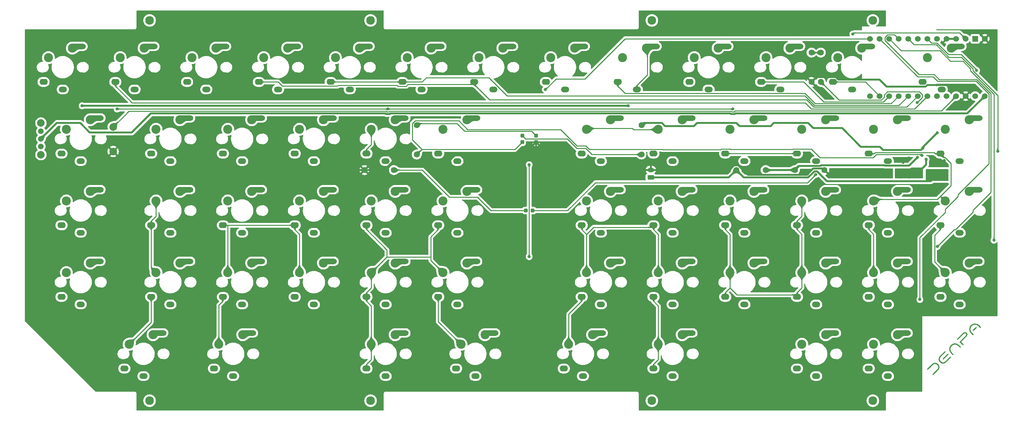
<source format=gbr>
%TF.GenerationSoftware,KiCad,Pcbnew,(6.0.5-0)*%
%TF.CreationDate,2022-06-30T23:43:56+09:00*%
%TF.ProjectId,denpa,64656e70-612e-46b6-9963-61645f706362,1*%
%TF.SameCoordinates,Original*%
%TF.FileFunction,Copper,L1,Top*%
%TF.FilePolarity,Positive*%
%FSLAX46Y46*%
G04 Gerber Fmt 4.6, Leading zero omitted, Abs format (unit mm)*
G04 Created by KiCad (PCBNEW (6.0.5-0)) date 2022-06-30 23:43:56*
%MOMM*%
%LPD*%
G01*
G04 APERTURE LIST*
G04 Aperture macros list*
%AMRoundRect*
0 Rectangle with rounded corners*
0 $1 Rounding radius*
0 $2 $3 $4 $5 $6 $7 $8 $9 X,Y pos of 4 corners*
0 Add a 4 corners polygon primitive as box body*
4,1,4,$2,$3,$4,$5,$6,$7,$8,$9,$2,$3,0*
0 Add four circle primitives for the rounded corners*
1,1,$1+$1,$2,$3*
1,1,$1+$1,$4,$5*
1,1,$1+$1,$6,$7*
1,1,$1+$1,$8,$9*
0 Add four rect primitives between the rounded corners*
20,1,$1+$1,$2,$3,$4,$5,0*
20,1,$1+$1,$4,$5,$6,$7,0*
20,1,$1+$1,$6,$7,$8,$9,0*
20,1,$1+$1,$8,$9,$2,$3,0*%
%AMHorizOval*
0 Thick line with rounded ends*
0 $1 width*
0 $2 $3 position (X,Y) of the first rounded end (center of the circle)*
0 $4 $5 position (X,Y) of the second rounded end (center of the circle)*
0 Add line between two ends*
20,1,$1,$2,$3,$4,$5,0*
0 Add two circle primitives to create the rounded ends*
1,1,$1,$2,$3*
1,1,$1,$4,$5*%
G04 Aperture macros list end*
%TA.AperFunction,EtchedComponent*%
%ADD10C,0.300000*%
%TD*%
%TA.AperFunction,ComponentPad*%
%ADD11C,2.400000*%
%TD*%
%TA.AperFunction,ComponentPad*%
%ADD12O,2.200000X1.600000*%
%TD*%
%TA.AperFunction,ComponentPad*%
%ADD13O,2.200000X1.500000*%
%TD*%
%TA.AperFunction,ComponentPad*%
%ADD14HorizOval,1.500000X1.449945X0.012653X-1.449945X-0.012653X0*%
%TD*%
%TA.AperFunction,ComponentPad*%
%ADD15C,2.300000*%
%TD*%
%TA.AperFunction,SMDPad,CuDef*%
%ADD16RoundRect,0.237500X0.237500X-0.287500X0.237500X0.287500X-0.237500X0.287500X-0.237500X-0.287500X0*%
%TD*%
%TA.AperFunction,SMDPad,CuDef*%
%ADD17RoundRect,0.237500X-0.287500X-0.237500X0.287500X-0.237500X0.287500X0.237500X-0.287500X0.237500X0*%
%TD*%
%TA.AperFunction,ComponentPad*%
%ADD18C,1.524000*%
%TD*%
%TA.AperFunction,ComponentPad*%
%ADD19R,1.524000X1.524000*%
%TD*%
%TA.AperFunction,ComponentPad*%
%ADD20RoundRect,0.250000X0.625000X-0.350000X0.625000X0.350000X-0.625000X0.350000X-0.625000X-0.350000X0*%
%TD*%
%TA.AperFunction,ComponentPad*%
%ADD21O,1.750000X1.200000*%
%TD*%
%TA.AperFunction,ComponentPad*%
%ADD22C,1.600000*%
%TD*%
%TA.AperFunction,ComponentPad*%
%ADD23C,2.000000*%
%TD*%
%TA.AperFunction,ComponentPad*%
%ADD24C,1.500000*%
%TD*%
%TA.AperFunction,ViaPad*%
%ADD25C,0.800000*%
%TD*%
%TA.AperFunction,Conductor*%
%ADD26C,0.500000*%
%TD*%
%TA.AperFunction,Conductor*%
%ADD27C,0.250000*%
%TD*%
G04 APERTURE END LIST*
D10*
%TO.C,fr-logo*%
X268379835Y-135079379D02*
X267937893Y-134637437D01*
X269617272Y-131013515D02*
X271208262Y-129422524D01*
X270324379Y-133134835D02*
X269882437Y-132692893D01*
X273241194Y-129334136D02*
X273683136Y-129776078D01*
X273771524Y-128627029D02*
X274478631Y-127919922D01*
X270324379Y-131720621D02*
X271031485Y-132427728D01*
X261662321Y-138968466D02*
X262899757Y-137731029D01*
X270324379Y-131720621D02*
X271915369Y-130129631D01*
X275185738Y-127389592D02*
X275627679Y-127831534D01*
X267672728Y-135786485D02*
X266435291Y-137023922D01*
X263076534Y-140382679D02*
X264313971Y-139145243D01*
X266965621Y-135079379D02*
X265816573Y-136228427D01*
X266258515Y-134372272D02*
X265021078Y-135609709D01*
X269882437Y-132692893D02*
G75*
G03*
X267937893Y-134637437I-972272J-972272D01*
G01*
X265021078Y-135609709D02*
G75*
G03*
X266435291Y-137023922I707107J-707106D01*
G01*
X275185738Y-127389592D02*
G75*
G03*
X273241194Y-129334136I-972272J-972272D01*
G01*
X264313971Y-139145243D02*
G75*
G03*
X262899757Y-137731029I-707107J707107D01*
G01*
X271915369Y-130129631D02*
G75*
G03*
X271208262Y-129422524I-353554J353553D01*
G01*
%TD*%
D11*
%TO.P,SW13,1,1*%
%TO.N,col1*%
X75835000Y-94260000D03*
D12*
X74545000Y-100700000D03*
D13*
%TO.P,SW13,2,2*%
%TO.N,Net-(D13-Pad2)*%
X79645000Y-102700000D03*
D11*
X82185000Y-91720000D03*
D14*
X83545042Y-91259599D03*
%TD*%
D11*
%TO.P,SW53,1,1*%
%TO.N,col5*%
X247285000Y-94260000D03*
D12*
X245995000Y-100700000D03*
D13*
%TO.P,SW53,2,2*%
%TO.N,Net-(D56-Pad2)*%
X251095000Y-102700000D03*
D11*
X253635000Y-91720000D03*
D14*
X254995042Y-91259599D03*
%TD*%
D11*
%TO.P,SW12,1,1*%
%TO.N,col1*%
X75835000Y-75210000D03*
D12*
X74545000Y-81650000D03*
D11*
%TO.P,SW12,2,2*%
%TO.N,Net-(D12-Pad2)*%
X82185000Y-72670000D03*
D13*
X79645000Y-83650000D03*
D14*
X83545042Y-72209599D03*
%TD*%
D12*
%TO.P,SW56,1,1*%
%TO.N,col5*%
X260282500Y-62600000D03*
D11*
X261572500Y-56160000D03*
D14*
%TO.P,SW56,2,2*%
%TO.N,Net-(D59-Pad2)*%
X269282542Y-53159599D03*
D11*
X267922500Y-53620000D03*
D13*
X265382500Y-64600000D03*
%TD*%
D11*
%TO.P,SW30,1,1*%
%TO.N,col2*%
X137747500Y-132360000D03*
D12*
X136457500Y-138800000D03*
D13*
%TO.P,SW30,2,2*%
%TO.N,Net-(D30-Pad2)*%
X141557500Y-140800000D03*
D14*
X145457542Y-129359599D03*
D11*
X144097500Y-129820000D03*
%TD*%
%TO.P,SW21,1,1*%
%TO.N,col2*%
X104410000Y-56160000D03*
D12*
X103120000Y-62600000D03*
D14*
%TO.P,SW21,2,2*%
%TO.N,Net-(D21-Pad2)*%
X112120042Y-53159599D03*
D13*
X108220000Y-64600000D03*
D11*
X110760000Y-53620000D03*
%TD*%
%TO.P,SW44,1,1*%
%TO.N,col4*%
X209185000Y-94260000D03*
D12*
X207895000Y-100700000D03*
D11*
%TO.P,SW44,2,2*%
%TO.N,Net-(D46-Pad2)*%
X215535000Y-91720000D03*
D13*
X212995000Y-102700000D03*
D14*
X216895042Y-91259599D03*
%TD*%
D12*
%TO.P,SW27,1,1*%
%TO.N,col2*%
X131690000Y-81650000D03*
D11*
X132980000Y-75210000D03*
D13*
%TO.P,SW27,2,2*%
%TO.N,Net-(D27-Pad2)*%
X136790000Y-83650000D03*
D14*
X140690042Y-72209599D03*
D11*
X139330000Y-72670000D03*
%TD*%
%TO.P,SW6,1,1*%
%TO.N,col0*%
X47260000Y-56160000D03*
D12*
X45970000Y-62600000D03*
D11*
%TO.P,SW6,2,2*%
%TO.N,Net-(D6-Pad2)*%
X53610000Y-53620000D03*
D14*
X54970042Y-53159599D03*
D13*
X51070000Y-64600000D03*
%TD*%
D11*
%TO.P,SW23,1,1*%
%TO.N,col2*%
X113935000Y-94260000D03*
D12*
X112645000Y-100700000D03*
D11*
%TO.P,SW23,2,2*%
%TO.N,Net-(D23-Pad2)*%
X120285000Y-91720000D03*
D13*
X117745000Y-102700000D03*
D14*
X121645042Y-91259599D03*
%TD*%
D12*
%TO.P,SW8,1,1*%
%TO.N,col0*%
X55495000Y-100700000D03*
D11*
X56785000Y-94260000D03*
D14*
%TO.P,SW8,2,2*%
%TO.N,Net-(D8-Pad2)*%
X64495042Y-91259599D03*
D13*
X60595000Y-102700000D03*
D11*
X63135000Y-91720000D03*
%TD*%
D12*
%TO.P,SW4,1,1*%
%TO.N,col0*%
X31682500Y-119750000D03*
D11*
X32972500Y-113310000D03*
D14*
%TO.P,SW4,2,2*%
%TO.N,Net-(D4-Pad2)*%
X40682542Y-110309599D03*
D11*
X39322500Y-110770000D03*
D13*
X36782500Y-121750000D03*
%TD*%
D11*
%TO.P,SW43,1,1*%
%TO.N,col4*%
X209180000Y-75210000D03*
D12*
X207890000Y-81650000D03*
D13*
%TO.P,SW43,2,2*%
%TO.N,Net-(D45-Pad2)*%
X212990000Y-83650000D03*
D11*
X215530000Y-72670000D03*
D14*
X216890042Y-72209599D03*
%TD*%
D11*
%TO.P,SW16,1,1*%
%TO.N,col1*%
X85360000Y-56160000D03*
D12*
X84070000Y-62600000D03*
D13*
%TO.P,SW16,2,2*%
%TO.N,Net-(D16-Pad2)*%
X89170000Y-64600000D03*
D14*
X93070042Y-53159599D03*
D11*
X91710000Y-53620000D03*
%TD*%
D12*
%TO.P,SW25,1,1*%
%TO.N,col2*%
X112645000Y-138800000D03*
D11*
X113935000Y-132360000D03*
%TO.P,SW25,2,2*%
%TO.N,Net-(D25-Pad2)*%
X120285000Y-129820000D03*
D13*
X117745000Y-140800000D03*
D14*
X121645042Y-129359599D03*
%TD*%
D12*
%TO.P,SW46,1,1*%
%TO.N,col4*%
X217420000Y-62600000D03*
D11*
X218710000Y-56160000D03*
%TO.P,SW46,2,2*%
%TO.N,Net-(D48-Pad2)*%
X225060000Y-53620000D03*
D13*
X222520000Y-64600000D03*
D14*
X226420042Y-53159599D03*
%TD*%
D11*
%TO.P,SW17,1,1*%
%TO.N,col1*%
X94885000Y-75210000D03*
D12*
X93595000Y-81650000D03*
D14*
%TO.P,SW17,2,2*%
%TO.N,Net-(D17-Pad2)*%
X102595042Y-72209599D03*
D13*
X98695000Y-83650000D03*
D11*
X101235000Y-72670000D03*
%TD*%
D15*
%TO.P,Ref\u002A\u002A,*%
%TO.N,*%
X113745000Y-147350000D03*
%TD*%
D11*
%TO.P,SW18,1,1*%
%TO.N,col1*%
X94885000Y-94260000D03*
D12*
X93595000Y-100700000D03*
D13*
%TO.P,SW18,2,2*%
%TO.N,Net-(D18-Pad2)*%
X98695000Y-102700000D03*
D11*
X101235000Y-91720000D03*
D14*
X102595042Y-91259599D03*
%TD*%
D16*
%TO.P,D31,1,K*%
%TO.N,Net-(D31-Pad1)*%
X154000000Y-78625000D03*
%TO.P,D31,2,A*%
%TO.N,Net-(D31-Pad2)*%
X154000000Y-76875000D03*
%TD*%
D15*
%TO.P,Ref\u002A\u002A,*%
%TO.N,*%
X55070000Y-147350000D03*
%TD*%
D11*
%TO.P,SW2,1,1*%
%TO.N,col0*%
X32972500Y-75210000D03*
D12*
X31682500Y-81650000D03*
D14*
%TO.P,SW2,2,2*%
%TO.N,Net-(D2-Pad2)*%
X40682542Y-72209599D03*
D13*
X36782500Y-83650000D03*
D11*
X39322500Y-72670000D03*
%TD*%
%TO.P,SW41,1,1*%
%TO.N,col3*%
X190135000Y-132360000D03*
D12*
X188845000Y-138800000D03*
D13*
%TO.P,SW41,2,2*%
%TO.N,Net-(D43-Pad2)*%
X193945000Y-140800000D03*
D14*
X197845042Y-129359599D03*
D11*
X196485000Y-129820000D03*
%TD*%
D12*
%TO.P,SW33,1,1*%
%TO.N,col3*%
X169790000Y-81650000D03*
D11*
X171080000Y-75210000D03*
%TO.P,SW33,2,2*%
%TO.N,Net-(D35-Pad2)*%
X177430000Y-72670000D03*
D14*
X178790042Y-72209599D03*
D13*
X174890000Y-83650000D03*
%TD*%
D12*
%TO.P,SW10,1,1*%
%TO.N,col0*%
X48351300Y-138800000D03*
D11*
X49641300Y-132360000D03*
%TO.P,SW10,2,2*%
%TO.N,Net-(D10-Pad2)*%
X55991300Y-129820000D03*
D13*
X53451300Y-140800000D03*
D14*
X57351342Y-129359599D03*
%TD*%
D15*
%TO.P,Ref\u002A\u002A,*%
%TO.N,*%
X247090000Y-46250000D03*
%TD*%
D11*
%TO.P,SW47,1,1*%
%TO.N,col4*%
X228230000Y-75210000D03*
D12*
X226940000Y-81650000D03*
D13*
%TO.P,SW47,2,2*%
%TO.N,Net-(D49-Pad2)*%
X232040000Y-83650000D03*
D14*
X235940042Y-72209599D03*
D11*
X234580000Y-72670000D03*
%TD*%
D15*
%TO.P,Ref\u002A\u002A,*%
%TO.N,*%
X55070000Y-46250000D03*
%TD*%
D11*
%TO.P,SW19,1,1*%
%TO.N,col1*%
X94885000Y-113310000D03*
D12*
X93595000Y-119750000D03*
D13*
%TO.P,SW19,2,2*%
%TO.N,Net-(D19-Pad2)*%
X98695000Y-121750000D03*
D11*
X101235000Y-110770000D03*
D14*
X102595042Y-110309599D03*
%TD*%
D15*
%TO.P,Ref\u002A\u002A,*%
%TO.N,*%
X188420000Y-147350000D03*
%TD*%
D11*
%TO.P,SW24,1,1*%
%TO.N,col2*%
X113935000Y-113310000D03*
D12*
X112645000Y-119750000D03*
D14*
%TO.P,SW24,2,2*%
%TO.N,Net-(D24-Pad2)*%
X121645042Y-110309599D03*
D13*
X117745000Y-121750000D03*
D11*
X120285000Y-110770000D03*
%TD*%
%TO.P,SW14,1,1*%
%TO.N,col1*%
X75835000Y-113310000D03*
D12*
X74545000Y-119750000D03*
D13*
%TO.P,SW14,2,2*%
%TO.N,Net-(D14-Pad2)*%
X79645000Y-121750000D03*
D14*
X83545042Y-110309599D03*
D11*
X82185000Y-110770000D03*
%TD*%
D12*
%TO.P,SW49,1,1*%
%TO.N,col4*%
X226945000Y-119750000D03*
D11*
X228235000Y-113310000D03*
D14*
%TO.P,SW49,2,2*%
%TO.N,Net-(D51-Pad2)*%
X235945042Y-110309599D03*
D11*
X234585000Y-110770000D03*
D13*
X232045000Y-121750000D03*
%TD*%
D11*
%TO.P,SW58,1,1*%
%TO.N,col5*%
X266335000Y-94260000D03*
D12*
X265045000Y-100700000D03*
D11*
%TO.P,SW58,2,2*%
%TO.N,Net-(D61-Pad2)*%
X272685000Y-91720000D03*
D13*
X270145000Y-102700000D03*
D14*
X274045042Y-91259599D03*
%TD*%
D11*
%TO.P,SW32,1,1*%
%TO.N,col3*%
X161560000Y-56160000D03*
D12*
X160270000Y-62600000D03*
D13*
%TO.P,SW32,2,2*%
%TO.N,Net-(D34-Pad2)*%
X165370000Y-64600000D03*
D14*
X169270042Y-53159599D03*
D11*
X167910000Y-53620000D03*
%TD*%
%TO.P,SW45,1,1*%
%TO.N,col4*%
X209185000Y-113310000D03*
D12*
X207895000Y-119750000D03*
D11*
%TO.P,SW45,2,2*%
%TO.N,Net-(D47-Pad2)*%
X215535000Y-110770000D03*
D14*
X216895042Y-110309599D03*
D13*
X212995000Y-121750000D03*
%TD*%
D12*
%TO.P,SW50,1,1*%
%TO.N,col4*%
X226945000Y-138800000D03*
D11*
X228235000Y-132360000D03*
D14*
%TO.P,SW50,2,2*%
%TO.N,Net-(D52-Pad2)*%
X235945042Y-129359599D03*
D11*
X234585000Y-129820000D03*
D13*
X232045000Y-140800000D03*
%TD*%
D17*
%TO.P,D20,1,K*%
%TO.N,Net-(D20-Pad1)*%
X154970000Y-96800000D03*
%TO.P,D20,2,A*%
%TO.N,indicator*%
X156720000Y-96800000D03*
%TD*%
D12*
%TO.P,SW15,1,1*%
%TO.N,col1*%
X72163800Y-138800000D03*
D11*
X73453800Y-132360000D03*
D13*
%TO.P,SW15,2,2*%
%TO.N,Net-(D15-Pad2)*%
X77263800Y-140800000D03*
D14*
X81163842Y-129359599D03*
D11*
X79803800Y-129820000D03*
%TD*%
D15*
%TO.P,Ref\u002A\u002A,*%
%TO.N,*%
X247095000Y-147350000D03*
%TD*%
D11*
%TO.P,SW35,1,1*%
%TO.N,col3*%
X171085000Y-113310000D03*
D12*
X169795000Y-119750000D03*
D14*
%TO.P,SW35,2,2*%
%TO.N,Net-(D37-Pad2)*%
X178795042Y-110309599D03*
D11*
X177435000Y-110770000D03*
D13*
X174895000Y-121750000D03*
%TD*%
D11*
%TO.P,SW36,1,1*%
%TO.N,col3*%
X166322500Y-132360000D03*
D12*
X165032500Y-138800000D03*
D13*
%TO.P,SW36,2,2*%
%TO.N,Net-(D38-Pad2)*%
X170132500Y-140800000D03*
D14*
X174032542Y-129359599D03*
D11*
X172672500Y-129820000D03*
%TD*%
D16*
%TO.P,D33,1,K*%
%TO.N,GND*%
X157690000Y-78625000D03*
%TO.P,D33,2,A*%
%TO.N,Net-(D33-Pad2)*%
X157690000Y-76875000D03*
%TD*%
D11*
%TO.P,SW38,1,1*%
%TO.N,col3*%
X190130000Y-75210000D03*
D12*
X188840000Y-81650000D03*
D13*
%TO.P,SW38,2,2*%
%TO.N,Net-(D40-Pad2)*%
X193940000Y-83650000D03*
D11*
X196480000Y-72670000D03*
D14*
X197840042Y-72209599D03*
%TD*%
D12*
%TO.P,SW28,1,1*%
%TO.N,col2*%
X131695000Y-100700000D03*
D11*
X132985000Y-94260000D03*
D13*
%TO.P,SW28,2,2*%
%TO.N,Net-(D28-Pad2)*%
X136795000Y-102700000D03*
D11*
X139335000Y-91720000D03*
D14*
X140695042Y-91259599D03*
%TD*%
D11*
%TO.P,SW42,1,1*%
%TO.N,col4*%
X199660000Y-56160000D03*
D12*
X198370000Y-62600000D03*
D11*
%TO.P,SW42,2,2*%
%TO.N,Net-(D44-Pad2)*%
X206010000Y-53620000D03*
D13*
X203470000Y-64600000D03*
D14*
X207370042Y-53159599D03*
%TD*%
D12*
%TO.P,SW11,1,1*%
%TO.N,col1*%
X65020000Y-62600000D03*
D11*
X66310000Y-56160000D03*
D14*
%TO.P,SW11,2,2*%
%TO.N,Net-(D11-Pad2)*%
X74020042Y-53159599D03*
D11*
X72660000Y-53620000D03*
D13*
X70120000Y-64600000D03*
%TD*%
D12*
%TO.P,SW1,1,1*%
%TO.N,col0*%
X26920000Y-62600000D03*
D11*
X28210000Y-56160000D03*
D14*
%TO.P,SW1,2,2*%
%TO.N,Net-(D1-Pad2)*%
X35920042Y-53159599D03*
D13*
X32020000Y-64600000D03*
D11*
X34560000Y-53620000D03*
%TD*%
%TO.P,SW39,1,1*%
%TO.N,col3*%
X190135000Y-94260000D03*
D12*
X188845000Y-100700000D03*
D14*
%TO.P,SW39,2,2*%
%TO.N,Net-(D41-Pad2)*%
X197845042Y-91259599D03*
D11*
X196485000Y-91720000D03*
D13*
X193945000Y-102700000D03*
%TD*%
D12*
%TO.P,SW51,1,1*%
%TO.N,col5*%
X236470000Y-62600000D03*
D11*
X237760000Y-56160000D03*
D14*
%TO.P,SW51,2,2*%
%TO.N,Net-(D54-Pad2)*%
X245470042Y-53159599D03*
D13*
X241570000Y-64600000D03*
D11*
X244110000Y-53620000D03*
%TD*%
%TO.P,SW54,1,1*%
%TO.N,col5*%
X247285000Y-113310000D03*
D12*
X245995000Y-119750000D03*
D11*
%TO.P,SW54,2,2*%
%TO.N,Net-(D57-Pad2)*%
X253635000Y-110770000D03*
D13*
X251095000Y-121750000D03*
D14*
X254995042Y-110309599D03*
%TD*%
D12*
%TO.P,SW52,1,1*%
%TO.N,col5*%
X245990000Y-81650000D03*
D11*
X247280000Y-75210000D03*
D13*
%TO.P,SW52,2,2*%
%TO.N,Net-(D55-Pad2)*%
X251090000Y-83650000D03*
D11*
X253630000Y-72670000D03*
D14*
X254990042Y-72209599D03*
%TD*%
D11*
%TO.P,SW31,1,1*%
%TO.N,col1*%
X142510000Y-56160000D03*
D12*
X141220000Y-62600000D03*
D11*
%TO.P,SW31,2,2*%
%TO.N,Net-(D32-Pad2)*%
X148860000Y-53620000D03*
D13*
X146320000Y-64600000D03*
D14*
X150220042Y-53159599D03*
%TD*%
D12*
%TO.P,SW40,1,1*%
%TO.N,col3*%
X188845000Y-119750000D03*
D11*
X190135000Y-113310000D03*
D14*
%TO.P,SW40,2,2*%
%TO.N,Net-(D42-Pad2)*%
X197845042Y-110309599D03*
D13*
X193945000Y-121750000D03*
D11*
X196485000Y-110770000D03*
%TD*%
D12*
%TO.P,SW26,1,1*%
%TO.N,col2*%
X122170000Y-62600000D03*
D11*
X123460000Y-56160000D03*
%TO.P,SW26,2,2*%
%TO.N,Net-(D26-Pad2)*%
X129810000Y-53620000D03*
D13*
X127270000Y-64600000D03*
D14*
X131170042Y-53159599D03*
%TD*%
D12*
%TO.P,SW29,1,1*%
%TO.N,col2*%
X131695000Y-119750000D03*
D11*
X132985000Y-113310000D03*
%TO.P,SW29,2,2*%
%TO.N,Net-(D29-Pad2)*%
X139335000Y-110770000D03*
D14*
X140695042Y-110309599D03*
D13*
X136795000Y-121750000D03*
%TD*%
D11*
%TO.P,SW57,1,1*%
%TO.N,col5*%
X266330000Y-75210000D03*
D12*
X265040000Y-81650000D03*
D11*
%TO.P,SW57,2,2*%
%TO.N,Net-(D60-Pad2)*%
X272680000Y-72670000D03*
D13*
X270140000Y-83650000D03*
D14*
X274040042Y-72209599D03*
%TD*%
D11*
%TO.P,SW48,1,1*%
%TO.N,col4*%
X228235000Y-94260000D03*
D12*
X226945000Y-100700000D03*
D11*
%TO.P,SW48,2,2*%
%TO.N,Net-(D50-Pad2)*%
X234585000Y-91720000D03*
D13*
X232045000Y-102700000D03*
D14*
X235945042Y-91259599D03*
%TD*%
D11*
%TO.P,SW59,1,1*%
%TO.N,col5*%
X266335000Y-113310000D03*
D12*
X265045000Y-119750000D03*
D14*
%TO.P,SW59,2,2*%
%TO.N,Net-(D62-Pad2)*%
X274045042Y-110309599D03*
D11*
X272685000Y-110770000D03*
D13*
X270145000Y-121750000D03*
%TD*%
D12*
%TO.P,SW22,1,1*%
%TO.N,col2*%
X112645000Y-81650000D03*
D11*
X113935000Y-75210000D03*
D14*
%TO.P,SW22,2,2*%
%TO.N,Net-(D22-Pad2)*%
X121645042Y-72209599D03*
D11*
X120285000Y-72670000D03*
D13*
X117745000Y-83650000D03*
%TD*%
D11*
%TO.P,SW9,1,1*%
%TO.N,col0*%
X56785000Y-113310000D03*
D12*
X55495000Y-119750000D03*
D11*
%TO.P,SW9,2,2*%
%TO.N,Net-(D9-Pad2)*%
X63135000Y-110770000D03*
D13*
X60595000Y-121750000D03*
D14*
X64495042Y-110309599D03*
%TD*%
D11*
%TO.P,SW3,1,1*%
%TO.N,col0*%
X32972500Y-94260000D03*
D12*
X31682500Y-100700000D03*
D11*
%TO.P,SW3,2,2*%
%TO.N,Net-(D3-Pad2)*%
X39322500Y-91720000D03*
D13*
X36782500Y-102700000D03*
D14*
X40682542Y-91259599D03*
%TD*%
D15*
%TO.P,Ref\u002A\u002A,*%
%TO.N,*%
X113745000Y-46250000D03*
%TD*%
D11*
%TO.P,SW34,1,1*%
%TO.N,col3*%
X171085000Y-94260000D03*
D12*
X169795000Y-100700000D03*
D11*
%TO.P,SW34,2,2*%
%TO.N,Net-(D36-Pad2)*%
X177435000Y-91720000D03*
D14*
X178795042Y-91259599D03*
D13*
X174895000Y-102700000D03*
%TD*%
D12*
%TO.P,SW7,1,1*%
%TO.N,col0*%
X55490000Y-81650000D03*
D11*
X56780000Y-75210000D03*
D13*
%TO.P,SW7,2,2*%
%TO.N,Net-(D7-Pad2)*%
X60590000Y-83650000D03*
D11*
X63130000Y-72670000D03*
D14*
X64490042Y-72209599D03*
%TD*%
D11*
%TO.P,SW55,1,1*%
%TO.N,col5*%
X247285000Y-132360000D03*
D12*
X245995000Y-138800000D03*
D14*
%TO.P,SW55,2,2*%
%TO.N,Net-(D58-Pad2)*%
X254995042Y-129359599D03*
D11*
X253635000Y-129820000D03*
D13*
X251095000Y-140800000D03*
%TD*%
D11*
%TO.P,SW37,1,1*%
%TO.N,col3*%
X180610000Y-56160000D03*
D12*
X179320000Y-62600000D03*
D14*
%TO.P,SW37,2,2*%
%TO.N,Net-(D39-Pad2)*%
X188320042Y-53159599D03*
D11*
X186960000Y-53620000D03*
D13*
X184420000Y-64600000D03*
%TD*%
D18*
%TO.P,U1,1,GND*%
%TO.N,GND*%
X276808000Y-51141400D03*
D19*
%TO.P,U1,2,PIN1*%
%TO.N,row0*%
X274268000Y-51141400D03*
D18*
%TO.P,U1,3,PIN2*%
%TO.N,row1*%
X271728000Y-51141400D03*
%TO.P,U1,4,GND*%
%TO.N,GND*%
X269188000Y-51141400D03*
%TO.P,U1,5,GND*%
X266648000Y-51141400D03*
%TO.P,U1,6,PIN5*%
%TO.N,row2*%
X264108000Y-51141400D03*
%TO.P,U1,7,PIN6*%
%TO.N,row3*%
X261568000Y-51141400D03*
%TO.P,U1,8,PIN7*%
%TO.N,row4*%
X259028000Y-51141400D03*
%TO.P,U1,9,PIN8*%
%TO.N,row5*%
X256488000Y-51141400D03*
%TO.P,U1,10,PIN9*%
%TO.N,row6*%
X253948000Y-51141400D03*
%TO.P,U1,11,PIN10*%
%TO.N,row7*%
X251408000Y-51141400D03*
%TO.P,U1,12,PIN11*%
%TO.N,row8*%
X248868000Y-51141400D03*
%TO.P,U1,13,PIN12*%
%TO.N,row9*%
X246328000Y-51141400D03*
%TO.P,U1,14,PIN13*%
%TO.N,indicator*%
X246328000Y-66361400D03*
%TO.P,U1,15,PIN14*%
%TO.N,col5*%
X248868000Y-66361400D03*
%TO.P,U1,16,PIN15*%
%TO.N,col4*%
X251408000Y-66361400D03*
%TO.P,U1,17,PIN16*%
%TO.N,col3*%
X253948000Y-66361400D03*
%TO.P,U1,18,PIN17/A1*%
%TO.N,col2*%
X256488000Y-66361400D03*
%TO.P,U1,19,PIN18/A6*%
%TO.N,col1*%
X259028000Y-66361400D03*
%TO.P,U1,20,PIN19*%
%TO.N,col0*%
X261568000Y-66361400D03*
%TO.P,U1,21,PIN20/A3*%
%TO.N,VDIV*%
X264108000Y-66361400D03*
%TO.P,U1,22,4V3*%
%TO.N,unconnected-(U1-Pad22)*%
X266648000Y-66361400D03*
%TO.P,U1,23,RST*%
%TO.N,reset*%
X269188000Y-66361400D03*
%TO.P,U1,24,GND*%
%TO.N,GND*%
X271728000Y-66361400D03*
%TO.P,U1,25,+5V*%
%TO.N,VBUS*%
X274268000Y-66361400D03*
%TO.P,U1,26,BAT*%
%TO.N,VCC*%
X276808000Y-66361400D03*
%TD*%
D15*
%TO.P,Ref\u002A\u002A,*%
%TO.N,*%
X188420000Y-46250000D03*
%TD*%
D20*
%TO.P,J1,1,Pin_1*%
%TO.N,+BATT*%
X188125000Y-88000000D03*
D21*
%TO.P,J1,2,Pin_2*%
%TO.N,GND*%
X188125000Y-86000000D03*
%TD*%
D22*
%TO.P,R2,1*%
%TO.N,VBUS*%
X185665000Y-74100000D03*
%TO.P,R2,2*%
%TO.N,Net-(D31-Pad2)*%
X185665000Y-81900000D03*
%TD*%
%TO.P,R4,1*%
%TO.N,Net-(R3-Pad2)*%
X230795000Y-54800000D03*
%TO.P,R4,2*%
%TO.N,GND*%
X230795000Y-62600000D03*
%TD*%
%TO.P,R6,1*%
%TO.N,+BATT*%
X210815000Y-86040000D03*
%TO.P,R6,2*%
%TO.N,VDIV*%
X218615000Y-86040000D03*
%TD*%
%TO.P,R7,1*%
%TO.N,VDIV*%
X226415000Y-86040000D03*
%TO.P,R7,2*%
%TO.N,GND*%
X234215000Y-86040000D03*
%TD*%
%TO.P,R5,1*%
%TO.N,Net-(D31-Pad1)*%
X126000000Y-81900000D03*
%TO.P,R5,2*%
%TO.N,Net-(D33-Pad2)*%
X126000000Y-74100000D03*
%TD*%
%TO.P,R3,1*%
%TO.N,Net-(R3-Pad1)*%
X233285000Y-62600000D03*
%TO.P,R3,2*%
%TO.N,Net-(R3-Pad2)*%
X233285000Y-54800000D03*
%TD*%
D23*
%TO.P,SW5,*%
%TO.N,*%
X26225000Y-81940000D03*
X26225000Y-73540000D03*
D24*
%TO.P,SW5,1,A*%
%TO.N,Net-(D53-Pad1)*%
X26225000Y-79740000D03*
%TO.P,SW5,2,B*%
%TO.N,VCC*%
X26225000Y-77740000D03*
%TO.P,SW5,3,C*%
%TO.N,unconnected-(SW5-Pad3)*%
X26225000Y-75740000D03*
%TD*%
D23*
%TO.P,SW20,1,1*%
%TO.N,reset*%
X45395000Y-74590000D03*
%TO.P,SW20,2,2*%
%TO.N,GND*%
X45395000Y-81090000D03*
%TD*%
D22*
%TO.P,R1,1*%
%TO.N,Net-(D20-Pad1)*%
X119920000Y-86040000D03*
%TO.P,R1,2*%
%TO.N,GND*%
X112120000Y-86040000D03*
%TD*%
D25*
%TO.N,VBUS*%
X254475000Y-86310000D03*
X257985000Y-86880000D03*
X254475000Y-87890000D03*
X259215000Y-87700000D03*
X260345800Y-80188400D03*
X256705000Y-87900000D03*
X264176400Y-76141200D03*
X261252400Y-83182100D03*
%TO.N,GND*%
X266045000Y-84740000D03*
X255155000Y-84020000D03*
X256675000Y-82840000D03*
X266035000Y-83490000D03*
%TO.N,+BATT*%
X266075000Y-86520000D03*
X261925000Y-87810000D03*
X263025000Y-87070000D03*
X266075000Y-87880000D03*
X264095000Y-87870000D03*
%TO.N,Net-(C4-Pad1)*%
X182138600Y-68950200D03*
X37152600Y-68950200D03*
%TO.N,row2*%
X46438300Y-69800500D03*
X209921900Y-69816200D03*
X118335000Y-69800500D03*
%TO.N,row6*%
X264206700Y-106367800D03*
%TO.N,row1*%
X241776800Y-49873500D03*
%TO.N,row3*%
X274631300Y-59577900D03*
%TO.N,row5*%
X280258800Y-81029500D03*
%TO.N,row7*%
X279237500Y-104685100D03*
%TO.N,row9*%
X155845000Y-109052700D03*
X155850000Y-84620000D03*
X160140100Y-64648300D03*
%TO.N,row8*%
X259567500Y-120455500D03*
%TO.N,indicator*%
X231920600Y-87194800D03*
%TO.N,Net-(D31-Pad1)*%
X260118400Y-82128900D03*
%TO.N,Net-(R3-Pad1)*%
X258825100Y-68065200D03*
%TO.N,VDIV*%
X258901500Y-82691200D03*
%TD*%
D26*
%TO.N,VBUS*%
X191093800Y-73539600D02*
X191907500Y-74353300D01*
X219964500Y-74365800D02*
X220793100Y-73537200D01*
X210856200Y-73537200D02*
X211684800Y-74365800D01*
X260345800Y-80188400D02*
X260345800Y-79971800D01*
X229906200Y-73537200D02*
X231218600Y-74849600D01*
X220793100Y-73537200D02*
X229906200Y-73537200D01*
X186225400Y-73539600D02*
X191093800Y-73539600D01*
X243899300Y-79820600D02*
X248928900Y-79820600D01*
X231218600Y-74849600D02*
X238928300Y-74849600D01*
X200426000Y-73537200D02*
X210856200Y-73537200D01*
X259936000Y-85902200D02*
X261252400Y-84585800D01*
X259840000Y-80694200D02*
X260345800Y-80188400D01*
X185665000Y-74100000D02*
X186225400Y-73539600D01*
X199609900Y-74353300D02*
X200426000Y-73537200D01*
X238928300Y-74849600D02*
X243899300Y-79820600D01*
X261252400Y-84585800D02*
X261252400Y-83182100D01*
X249802500Y-80694200D02*
X259840000Y-80694200D01*
X191907500Y-74353300D02*
X199609900Y-74353300D01*
X248928900Y-79820600D02*
X249802500Y-80694200D01*
X211684800Y-74365800D02*
X219964500Y-74365800D01*
X260345800Y-79971800D02*
X264176400Y-76141200D01*
%TO.N,GND*%
X234215000Y-86040000D02*
X233819200Y-85644200D01*
X188125000Y-86000000D02*
X189450300Y-86000000D01*
X266648000Y-51141400D02*
X269188000Y-51141400D01*
X261093400Y-63877100D02*
X250698100Y-63877100D01*
X154530100Y-81784900D02*
X157690000Y-78625000D01*
X261574000Y-63396500D02*
X261093400Y-63877100D01*
X112120000Y-86040000D02*
X117416000Y-86040000D01*
X237962900Y-62024600D02*
X237269900Y-61331600D01*
X268763100Y-63396500D02*
X261574000Y-63396500D01*
X165065000Y-86000000D02*
X188125000Y-86000000D01*
X233819200Y-85644200D02*
X231278200Y-85644200D01*
X248845600Y-62024600D02*
X237962900Y-62024600D01*
X237269900Y-61331600D02*
X232063400Y-61331600D01*
X134508400Y-83781300D02*
X136504800Y-81784900D01*
X50345000Y-86040000D02*
X112120000Y-86040000D01*
X250698100Y-63877100D02*
X248845600Y-62024600D01*
X209054800Y-86000000D02*
X189450300Y-86000000D01*
X45395000Y-81090000D02*
X50345000Y-86040000D01*
X271728000Y-66361400D02*
X268763100Y-63396500D01*
X211368700Y-84788700D02*
X210266100Y-84788700D01*
X229604300Y-87318100D02*
X213898100Y-87318100D01*
X157690000Y-78625000D02*
X165065000Y-86000000D01*
X136504800Y-81784900D02*
X154530100Y-81784900D01*
X231278200Y-85644200D02*
X229604300Y-87318100D01*
X117416000Y-86040000D02*
X119674700Y-83781300D01*
X119674700Y-83781300D02*
X134508400Y-83781300D01*
X210266100Y-84788700D02*
X209054800Y-86000000D01*
X213898100Y-87318100D02*
X211368700Y-84788700D01*
X232063400Y-61331600D02*
X230795000Y-62600000D01*
%TO.N,+BATT*%
X210815000Y-86040000D02*
X208855000Y-88000000D01*
X231568400Y-86344500D02*
X229894500Y-88018400D01*
X208855000Y-88000000D02*
X188125000Y-88000000D01*
X262521100Y-88976600D02*
X234905000Y-88976600D01*
X234905000Y-88976600D02*
X232272900Y-86344500D01*
X229894500Y-88018400D02*
X212793400Y-88018400D01*
X262617300Y-88880400D02*
X262521100Y-88976600D01*
X232272900Y-86344500D02*
X231568400Y-86344500D01*
X212793400Y-88018400D02*
X210815000Y-86040000D01*
%TO.N,Net-(C4-Pad1)*%
X37152600Y-68950200D02*
X182138600Y-68950200D01*
D27*
%TO.N,Net-(D1-Pad2)*%
X34560000Y-53620000D02*
X36550000Y-53620000D01*
X36550000Y-53620000D02*
X37020000Y-53150000D01*
%TO.N,row2*%
X118335000Y-69800500D02*
X46438300Y-69800500D01*
X209921900Y-69816200D02*
X118350700Y-69816200D01*
X118350700Y-69816200D02*
X118335000Y-69800500D01*
%TO.N,Net-(D2-Pad2)*%
X41312500Y-72670000D02*
X41782500Y-72200000D01*
X39322500Y-72670000D02*
X41312500Y-72670000D01*
%TO.N,Net-(D3-Pad2)*%
X39322500Y-91720000D02*
X41312500Y-91720000D01*
X41312500Y-91720000D02*
X41782500Y-91250000D01*
%TO.N,row6*%
X263396200Y-60652300D02*
X259333600Y-60652300D01*
X278400700Y-65706300D02*
X274648200Y-61953800D01*
X250292400Y-51611100D02*
X250292400Y-50703000D01*
X250959000Y-50036400D02*
X252843000Y-50036400D01*
X273644400Y-97229800D02*
X273644400Y-96718400D01*
X252843000Y-50036400D02*
X253948000Y-51141400D01*
X259333600Y-60652300D02*
X250292400Y-51611100D01*
X274648200Y-61953800D02*
X264697700Y-61953800D01*
X268719600Y-101854900D02*
X268719600Y-101854800D01*
X250292400Y-50703000D02*
X250959000Y-50036400D01*
X278400700Y-91962100D02*
X278400700Y-65706300D01*
X269019400Y-101854800D02*
X273644400Y-97229800D01*
X264697700Y-61953800D02*
X263396200Y-60652300D01*
X268719600Y-101854800D02*
X269019400Y-101854800D01*
X264206700Y-106367800D02*
X268719600Y-101854900D01*
X273644400Y-96718400D02*
X278400700Y-91962100D01*
%TO.N,Net-(D4-Pad2)*%
X39322500Y-110770000D02*
X41312500Y-110770000D01*
X41312500Y-110770000D02*
X41782500Y-110300000D01*
%TO.N,row1*%
X242113600Y-49536700D02*
X241776800Y-49873500D01*
X270123300Y-49536700D02*
X242113600Y-49536700D01*
X271728000Y-51141400D02*
X270123300Y-49536700D01*
%TO.N,Net-(D6-Pad2)*%
X56070000Y-53150000D02*
X54080000Y-53150000D01*
X54080000Y-53150000D02*
X53610000Y-53620000D01*
%TO.N,row3*%
X261568000Y-51141400D02*
X262655300Y-52228700D01*
X262655300Y-52228700D02*
X264110100Y-52228700D01*
X267167500Y-55286100D02*
X270522500Y-55286100D01*
X264110100Y-52228700D02*
X267167500Y-55286100D01*
X274631300Y-59394900D02*
X274631300Y-59577900D01*
X270522500Y-55286100D02*
X274631300Y-59394900D01*
%TO.N,Net-(D7-Pad2)*%
X63130000Y-72670000D02*
X65120000Y-72670000D01*
X65120000Y-72670000D02*
X65590000Y-72200000D01*
%TO.N,row5*%
X256488000Y-51141400D02*
X258025700Y-52679100D01*
X258025700Y-52679100D02*
X263923600Y-52679100D01*
X273654300Y-59626600D02*
X280258800Y-66231100D01*
X267272800Y-56028300D02*
X270585400Y-56028300D01*
X270585400Y-56028300D02*
X273654300Y-59097200D01*
X263923600Y-52679100D02*
X267272800Y-56028300D01*
X273654300Y-59097200D02*
X273654300Y-59626600D01*
X280258800Y-66231100D02*
X280258800Y-81029500D01*
%TO.N,Net-(D8-Pad2)*%
X65125000Y-91720000D02*
X65595000Y-91250000D01*
X63135000Y-91720000D02*
X65125000Y-91720000D01*
%TO.N,row7*%
X279237500Y-65846700D02*
X279237500Y-104685100D01*
X251408000Y-51141400D02*
X254587400Y-54320800D01*
X267696700Y-57089100D02*
X271009300Y-57089100D01*
X273005500Y-59085300D02*
X273005500Y-59614700D01*
X271009300Y-57089100D02*
X273005500Y-59085300D01*
X254587400Y-54320800D02*
X264928400Y-54320800D01*
X264928400Y-54320800D02*
X267696700Y-57089100D01*
X273005500Y-59614700D02*
X279237500Y-65846700D01*
%TO.N,Net-(D9-Pad2)*%
X65125000Y-110770000D02*
X65595000Y-110300000D01*
X63135000Y-110770000D02*
X65125000Y-110770000D01*
%TO.N,row9*%
X155850000Y-84620000D02*
X155845000Y-84625000D01*
X170650800Y-61795400D02*
X162993000Y-61795400D01*
X155845000Y-84625000D02*
X155845000Y-109052700D01*
X246328000Y-51141400D02*
X181304800Y-51141400D01*
X181304800Y-51141400D02*
X170650800Y-61795400D01*
X162993000Y-61795400D02*
X160140100Y-64648300D01*
%TO.N,Net-(D10-Pad2)*%
X56461300Y-129350000D02*
X55991300Y-129820000D01*
X58451300Y-129350000D02*
X56461300Y-129350000D01*
%TO.N,Net-(D11-Pad2)*%
X74650000Y-53620000D02*
X75120000Y-53150000D01*
X72660000Y-53620000D02*
X74650000Y-53620000D01*
%TO.N,Net-(D12-Pad2)*%
X82655000Y-72200000D02*
X82185000Y-72670000D01*
X84645000Y-72200000D02*
X82655000Y-72200000D01*
%TO.N,Net-(D13-Pad2)*%
X84645000Y-91250000D02*
X82655000Y-91250000D01*
X82655000Y-91250000D02*
X82185000Y-91720000D01*
%TO.N,Net-(D14-Pad2)*%
X82185000Y-110770000D02*
X84175000Y-110770000D01*
X84175000Y-110770000D02*
X84645000Y-110300000D01*
%TO.N,row8*%
X266327100Y-96425200D02*
X266327100Y-97265000D01*
X264241900Y-62453300D02*
X274510800Y-62453300D01*
X274510800Y-62453300D02*
X277896800Y-65839300D01*
X263050200Y-61261600D02*
X264241900Y-62453300D01*
X266327100Y-97265000D02*
X259567500Y-104024600D01*
X269669400Y-92578400D02*
X269669400Y-93082900D01*
X277896800Y-65839300D02*
X277896800Y-84351000D01*
X258988200Y-61261600D02*
X263050200Y-61261600D01*
X248868000Y-51141400D02*
X258988200Y-61261600D01*
X277896800Y-84351000D02*
X269669400Y-92578400D01*
X269669400Y-93082900D02*
X266327100Y-96425200D01*
X259567500Y-104024600D02*
X259567500Y-120455500D01*
%TO.N,Net-(D15-Pad2)*%
X79803800Y-129820000D02*
X81793800Y-129820000D01*
X81793800Y-129820000D02*
X82263800Y-129350000D01*
%TO.N,Net-(D16-Pad2)*%
X93700000Y-53620000D02*
X94170000Y-53150000D01*
X91710000Y-53620000D02*
X93700000Y-53620000D01*
%TO.N,Net-(D18-Pad2)*%
X103695000Y-91250000D02*
X101705000Y-91250000D01*
X101705000Y-91250000D02*
X101235000Y-91720000D01*
%TO.N,Net-(D20-Pad1)*%
X142104511Y-93244511D02*
X134644511Y-93244511D01*
X127440000Y-86040000D02*
X119920000Y-86040000D01*
X154970000Y-96800000D02*
X145660000Y-96800000D01*
X134644511Y-93244511D02*
X127440000Y-86040000D01*
X145660000Y-96800000D02*
X142104511Y-93244511D01*
%TO.N,indicator*%
X166010000Y-96800000D02*
X173402800Y-89407200D01*
X229708200Y-89407200D02*
X231920600Y-87194800D01*
X173402800Y-89407200D02*
X229708200Y-89407200D01*
X156720000Y-96800000D02*
X166010000Y-96800000D01*
%TO.N,Net-(D21-Pad2)*%
X110760000Y-53620000D02*
X112750000Y-53620000D01*
X112750000Y-53620000D02*
X113220000Y-53150000D01*
%TO.N,Net-(D22-Pad2)*%
X122275000Y-72670000D02*
X122745000Y-72200000D01*
X120285000Y-72670000D02*
X122275000Y-72670000D01*
%TO.N,Net-(D24-Pad2)*%
X122275000Y-110770000D02*
X122745000Y-110300000D01*
X120285000Y-110770000D02*
X122275000Y-110770000D01*
%TO.N,Net-(D27-Pad2)*%
X139330000Y-72670000D02*
X141320000Y-72670000D01*
X141320000Y-72670000D02*
X141790000Y-72200000D01*
%TO.N,Net-(D29-Pad2)*%
X141325000Y-110770000D02*
X141795000Y-110300000D01*
X139335000Y-110770000D02*
X141325000Y-110770000D01*
%TO.N,Net-(D31-Pad1)*%
X127378600Y-80521400D02*
X133111400Y-80521400D01*
X247211900Y-82778100D02*
X233039000Y-82778100D01*
X164192400Y-75258400D02*
X139454100Y-75258400D01*
X206721400Y-80591600D02*
X191261600Y-80591600D01*
X209316800Y-80526800D02*
X209257000Y-80467000D01*
X139454100Y-75258400D02*
X137150100Y-72954400D01*
X191173600Y-80503600D02*
X187768700Y-80503600D01*
X124830300Y-77973100D02*
X127378600Y-80521400D01*
X259920300Y-81930800D02*
X248059200Y-81930800D01*
X168527100Y-79593100D02*
X164192400Y-75258400D01*
X170860100Y-79593100D02*
X168527100Y-79593100D01*
X124830300Y-73675300D02*
X124830300Y-77973100D01*
X233039000Y-82778100D02*
X230728200Y-80467300D01*
X187768700Y-80503600D02*
X187708200Y-80564100D01*
X137150100Y-72954400D02*
X125551200Y-72954400D01*
X133111400Y-80521400D02*
X133162400Y-80572400D01*
X126000000Y-81900000D02*
X127378600Y-80521400D01*
X230728200Y-80467300D02*
X225905000Y-80467300D01*
X225845500Y-80526800D02*
X209316800Y-80526800D01*
X191261600Y-80591600D02*
X191173600Y-80503600D01*
X187708200Y-80564100D02*
X171831100Y-80564100D01*
X248059200Y-81930800D02*
X247211900Y-82778100D01*
X206846000Y-80467000D02*
X206721400Y-80591600D01*
X133162400Y-80572400D02*
X152052600Y-80572400D01*
X152052600Y-80572400D02*
X154000000Y-78625000D01*
X171831100Y-80564100D02*
X170860100Y-79593100D01*
X260118400Y-82128900D02*
X259920300Y-81930800D01*
X209257000Y-80467000D02*
X206846000Y-80467000D01*
X225905000Y-80467300D02*
X225845500Y-80526800D01*
X125551200Y-72954400D02*
X124830300Y-73675300D01*
%TO.N,Net-(D31-Pad2)*%
X154000000Y-76875000D02*
X154875000Y-77750000D01*
X170898600Y-80268500D02*
X172530100Y-81900000D01*
X168527100Y-80268500D02*
X170898600Y-80268500D01*
X166008600Y-77750000D02*
X168527100Y-80268500D01*
X172530100Y-81900000D02*
X185665000Y-81900000D01*
X154875000Y-77750000D02*
X166008600Y-77750000D01*
%TO.N,Net-(D33-Pad2)*%
X138745500Y-75708800D02*
X156523800Y-75708800D01*
X126434500Y-73665500D02*
X136702200Y-73665500D01*
X126000000Y-74100000D02*
X126434500Y-73665500D01*
X136702200Y-73665500D02*
X138745500Y-75708800D01*
X156523800Y-75708800D02*
X157690000Y-76875000D01*
%TO.N,Net-(D34-Pad2)*%
X169900000Y-53620000D02*
X170370000Y-53150000D01*
X167910000Y-53620000D02*
X169900000Y-53620000D01*
%TO.N,Net-(D35-Pad2)*%
X177900000Y-72200000D02*
X177430000Y-72670000D01*
X179890000Y-72200000D02*
X177900000Y-72200000D01*
%TO.N,Net-(D36-Pad2)*%
X179895000Y-91250000D02*
X177905000Y-91250000D01*
X177905000Y-91250000D02*
X177435000Y-91720000D01*
%TO.N,Net-(D37-Pad2)*%
X177435000Y-110770000D02*
X179425000Y-110770000D01*
X179425000Y-110770000D02*
X179895000Y-110300000D01*
%TO.N,Net-(D38-Pad2)*%
X174662500Y-129820000D02*
X175132500Y-129350000D01*
X172672500Y-129820000D02*
X174662500Y-129820000D01*
%TO.N,Net-(D39-Pad2)*%
X184420000Y-64600000D02*
X184420000Y-63524700D01*
X187214300Y-53874300D02*
X186960000Y-53620000D01*
X187214300Y-60730400D02*
X187214300Y-53874300D01*
X184420000Y-63524700D02*
X187214300Y-60730400D01*
X186960000Y-53620000D02*
X188950000Y-53620000D01*
X188950000Y-53620000D02*
X189420000Y-53150000D01*
%TO.N,Net-(D40-Pad2)*%
X196950000Y-72200000D02*
X196480000Y-72670000D01*
X198940000Y-72200000D02*
X196950000Y-72200000D01*
%TO.N,Net-(D41-Pad2)*%
X198475000Y-91720000D02*
X198945000Y-91250000D01*
X196485000Y-91720000D02*
X198475000Y-91720000D01*
%TO.N,Net-(D42-Pad2)*%
X198475000Y-110770000D02*
X198945000Y-110300000D01*
X196485000Y-110770000D02*
X198475000Y-110770000D01*
%TO.N,Net-(D43-Pad2)*%
X196485000Y-129820000D02*
X198475000Y-129820000D01*
X198475000Y-129820000D02*
X198945000Y-129350000D01*
%TO.N,Net-(D45-Pad2)*%
X216000000Y-72200000D02*
X215530000Y-72670000D01*
X217990000Y-72200000D02*
X216000000Y-72200000D01*
%TO.N,Net-(D46-Pad2)*%
X217995000Y-91250000D02*
X216005000Y-91250000D01*
X216005000Y-91250000D02*
X215535000Y-91720000D01*
%TO.N,Net-(D47-Pad2)*%
X215535000Y-110770000D02*
X217525000Y-110770000D01*
X217525000Y-110770000D02*
X217995000Y-110300000D01*
%TO.N,Net-(D48-Pad2)*%
X225530000Y-53150000D02*
X225060000Y-53620000D01*
X227520000Y-53150000D02*
X225530000Y-53150000D01*
%TO.N,Net-(D50-Pad2)*%
X237045000Y-91250000D02*
X235055000Y-91250000D01*
X235055000Y-91250000D02*
X234585000Y-91720000D01*
%TO.N,Net-(D51-Pad2)*%
X236575000Y-110770000D02*
X237045000Y-110300000D01*
X234585000Y-110770000D02*
X236575000Y-110770000D01*
%TO.N,Net-(D52-Pad2)*%
X236575000Y-129820000D02*
X237045000Y-129350000D01*
X234585000Y-129820000D02*
X236575000Y-129820000D01*
%TO.N,Net-(D55-Pad2)*%
X254100000Y-72200000D02*
X253630000Y-72670000D01*
X256090000Y-72200000D02*
X254100000Y-72200000D01*
%TO.N,Net-(D56-Pad2)*%
X254105000Y-91250000D02*
X253635000Y-91720000D01*
X256095000Y-91250000D02*
X254105000Y-91250000D01*
%TO.N,Net-(D57-Pad2)*%
X256095000Y-110300000D02*
X254105000Y-110300000D01*
X254105000Y-110300000D02*
X253635000Y-110770000D01*
%TO.N,Net-(D58-Pad2)*%
X253635000Y-129820000D02*
X255625000Y-129820000D01*
X255625000Y-129820000D02*
X256095000Y-129350000D01*
%TO.N,Net-(D59-Pad2)*%
X267922500Y-53620000D02*
X269912500Y-53620000D01*
X269912500Y-53620000D02*
X270382500Y-53150000D01*
%TO.N,Net-(D60-Pad2)*%
X275140000Y-72200000D02*
X273150000Y-72200000D01*
X273150000Y-72200000D02*
X272680000Y-72670000D01*
%TO.N,Net-(D61-Pad2)*%
X273155000Y-91250000D02*
X272685000Y-91720000D01*
X275145000Y-91250000D02*
X273155000Y-91250000D01*
%TO.N,Net-(D62-Pad2)*%
X274675000Y-110770000D02*
X275145000Y-110300000D01*
X272685000Y-110770000D02*
X274675000Y-110770000D01*
%TO.N,Net-(R3-Pad2)*%
X233285000Y-54800000D02*
X230795000Y-54800000D01*
%TO.N,Net-(R3-Pad1)*%
X233285000Y-62600000D02*
X238134000Y-67449000D01*
X259476800Y-65253600D02*
X260171800Y-65948600D01*
X260171800Y-66775900D02*
X258882500Y-68065200D01*
X258882500Y-68065200D02*
X258825100Y-68065200D01*
X250138000Y-66638600D02*
X250138000Y-66041500D01*
X249327600Y-67449000D02*
X250138000Y-66638600D01*
X260171800Y-65948600D02*
X260171800Y-66775900D01*
X238134000Y-67449000D02*
X249327600Y-67449000D01*
X250925900Y-65253600D02*
X259476800Y-65253600D01*
X250138000Y-66041500D02*
X250925900Y-65253600D01*
D26*
%TO.N,VDIV*%
X233213500Y-84943800D02*
X233368800Y-84788500D01*
X233368800Y-84788500D02*
X250178400Y-84788500D01*
X250178400Y-84788500D02*
X250259800Y-84869900D01*
X256722800Y-84869900D02*
X258901500Y-82691200D01*
X218615000Y-86040000D02*
X226415000Y-86040000D01*
X226415000Y-86040000D02*
X227511200Y-84943800D01*
X250259800Y-84869900D02*
X256722800Y-84869900D01*
X227511200Y-84943800D02*
X233213500Y-84943800D01*
D27*
%TO.N,col0*%
X55495000Y-100700000D02*
X55495000Y-99574700D01*
X230734300Y-69766300D02*
X229137600Y-68169600D01*
X258163100Y-69766300D02*
X230734300Y-69766300D01*
X50414300Y-68169600D02*
X45970000Y-63725300D01*
X55495000Y-126506300D02*
X49641300Y-132360000D01*
X56785000Y-98284700D02*
X55495000Y-99574700D01*
X55495000Y-100700000D02*
X55495000Y-112020000D01*
X55495000Y-112020000D02*
X56785000Y-113310000D01*
X55495000Y-119750000D02*
X55495000Y-126506300D01*
X229137600Y-68169600D02*
X50414300Y-68169600D01*
X261568000Y-66361400D02*
X258163100Y-69766300D01*
X56785000Y-94260000D02*
X56785000Y-98284700D01*
X45970000Y-62600000D02*
X45970000Y-63725300D01*
D26*
%TO.N,VCC*%
X26225000Y-77740000D02*
X30440900Y-73524100D01*
X117689000Y-70993900D02*
X117796200Y-71101100D01*
X209260200Y-70993900D02*
X209383100Y-71116800D01*
X117796200Y-71101100D02*
X118873900Y-71101100D01*
X210460800Y-71116800D02*
X210583700Y-70993900D01*
X50361200Y-76040400D02*
X55407700Y-70993900D01*
X36658500Y-73524100D02*
X39174800Y-76040400D01*
X210583700Y-70993900D02*
X272175500Y-70993900D01*
X39174800Y-76040400D02*
X50361200Y-76040400D01*
X30440900Y-73524100D02*
X36658500Y-73524100D01*
X209383100Y-71116800D02*
X210460800Y-71116800D01*
X55407700Y-70993900D02*
X117689000Y-70993900D01*
X272175500Y-70993900D02*
X276808000Y-66361400D01*
X118981100Y-70993900D02*
X209260200Y-70993900D01*
X118873900Y-71101100D02*
X118981100Y-70993900D01*
D27*
%TO.N,col1*%
X75835000Y-100700000D02*
X74545000Y-100700000D01*
X145299400Y-67354600D02*
X141220000Y-63275200D01*
X229437700Y-67354600D02*
X145299400Y-67354600D01*
X120952700Y-63732700D02*
X120726000Y-63506000D01*
X74545000Y-120875300D02*
X73453800Y-121966500D01*
X104928900Y-63728700D02*
X90273700Y-63728700D01*
X256073500Y-69315900D02*
X231399000Y-69315900D01*
X73453800Y-121966500D02*
X73453800Y-132360000D01*
X123672000Y-63275200D02*
X123214500Y-63732700D01*
X94885000Y-113310000D02*
X94885000Y-103115300D01*
X93595000Y-100700000D02*
X75835000Y-100700000D01*
X105151600Y-63506000D02*
X104928900Y-63728700D01*
X141220000Y-63275200D02*
X123672000Y-63275200D01*
X90273700Y-63728700D02*
X89145000Y-62600000D01*
X89145000Y-62600000D02*
X84070000Y-62600000D01*
X141220000Y-62600000D02*
X141220000Y-63275200D01*
X74545000Y-119750000D02*
X74545000Y-120875300D01*
X231399000Y-69315900D02*
X229437700Y-67354600D01*
X75835000Y-100700000D02*
X75835000Y-113310000D01*
X259028000Y-66361400D02*
X256073500Y-69315900D01*
X94885000Y-103115300D02*
X93595000Y-101825300D01*
X93595000Y-100700000D02*
X93595000Y-101825300D01*
X120726000Y-63506000D02*
X105151600Y-63506000D01*
X123214500Y-63732700D02*
X120952700Y-63732700D01*
%TO.N,reset*%
X210489500Y-70274400D02*
X265275000Y-70274400D01*
X118034600Y-70525800D02*
X118635500Y-70525800D01*
X118761200Y-70400100D02*
X209480100Y-70400100D01*
X117908900Y-70400100D02*
X118034600Y-70525800D01*
X210222400Y-70541500D02*
X210489500Y-70274400D01*
X45395000Y-74590000D02*
X49584900Y-70400100D01*
X209621500Y-70541500D02*
X210222400Y-70541500D01*
X118635500Y-70525800D02*
X118761200Y-70400100D01*
X265275000Y-70274400D02*
X269188000Y-66361400D01*
X49584900Y-70400100D02*
X117908900Y-70400100D01*
X209480100Y-70400100D02*
X209621500Y-70541500D01*
%TO.N,col2*%
X113935000Y-132360000D02*
X113935000Y-136384700D01*
X118078400Y-109166600D02*
X113935000Y-113310000D01*
X122170000Y-62600000D02*
X104545300Y-62600000D01*
X129728900Y-103791400D02*
X129728900Y-109166600D01*
X129728900Y-109166600D02*
X129728900Y-110053900D01*
X112645000Y-101825300D02*
X118078400Y-107258700D01*
X113935000Y-113310000D02*
X113935000Y-117334700D01*
X145145100Y-61450100D02*
X128554300Y-61450100D01*
X118078400Y-107258700D02*
X118078400Y-109166600D01*
X112645000Y-119750000D02*
X112645000Y-118624700D01*
X127404400Y-62600000D02*
X122170000Y-62600000D01*
X128554300Y-61450100D02*
X127404400Y-62600000D01*
X112645000Y-81650000D02*
X112645000Y-80524700D01*
X150004700Y-66309700D02*
X145145100Y-61450100D01*
X253983900Y-68865500D02*
X231585500Y-68865500D01*
X113935000Y-117334700D02*
X112645000Y-118624700D01*
X131695000Y-126307500D02*
X137747500Y-132360000D01*
X129728900Y-109166600D02*
X118078400Y-109166600D01*
X112645000Y-100700000D02*
X112645000Y-101825300D01*
X113935000Y-122165300D02*
X113935000Y-132360000D01*
X103120000Y-62600000D02*
X104545300Y-62600000D01*
X131695000Y-100700000D02*
X131695000Y-101825300D01*
X231585500Y-68865500D02*
X229029700Y-66309700D01*
X112645000Y-119750000D02*
X112645000Y-120875300D01*
X112645000Y-138800000D02*
X112645000Y-137674700D01*
X113935000Y-75210000D02*
X113935000Y-79234700D01*
X112645000Y-120875300D02*
X113935000Y-122165300D01*
X129728900Y-110053900D02*
X132985000Y-113310000D01*
X229029700Y-66309700D02*
X150004700Y-66309700D01*
X256488000Y-66361400D02*
X253983900Y-68865500D01*
X113935000Y-136384700D02*
X112645000Y-137674700D01*
X131695000Y-119750000D02*
X131695000Y-126307500D01*
X113935000Y-79234700D02*
X112645000Y-80524700D01*
X131695000Y-101825300D02*
X129728900Y-103791400D01*
%TO.N,col3*%
X251938500Y-68370900D02*
X231727800Y-68370900D01*
X188845000Y-101262600D02*
X188845000Y-101825300D01*
X190135000Y-132360000D02*
X190135000Y-136384700D01*
X188845000Y-100700000D02*
X188845000Y-101262600D01*
X190135000Y-136384700D02*
X188845000Y-137674700D01*
X172937700Y-101262600D02*
X171085000Y-103115300D01*
X171315400Y-74974600D02*
X183282000Y-74974600D01*
X190047800Y-75292200D02*
X190130000Y-75210000D01*
X190135000Y-103115300D02*
X188845000Y-101825300D01*
X171085000Y-103115300D02*
X171085000Y-113310000D01*
X181270000Y-65675300D02*
X179320000Y-63725300D01*
X188845000Y-101262600D02*
X172937700Y-101262600D01*
X169795000Y-120875300D02*
X166322500Y-124347800D01*
X166322500Y-124347800D02*
X166322500Y-132360000D01*
X190135000Y-113310000D02*
X190135000Y-103115300D01*
X183282000Y-74974600D02*
X183599600Y-75292200D01*
X253948000Y-66361400D02*
X251938500Y-68370900D01*
X169795000Y-100700000D02*
X169795000Y-101825300D01*
X183599600Y-75292200D02*
X190047800Y-75292200D01*
X171080000Y-75210000D02*
X171315400Y-74974600D01*
X231727800Y-68370900D02*
X229032200Y-65675300D01*
X229032200Y-65675300D02*
X181270000Y-65675300D01*
X190135000Y-122165300D02*
X190135000Y-132360000D01*
X188845000Y-138800000D02*
X188845000Y-137674700D01*
X169795000Y-101825300D02*
X171085000Y-103115300D01*
X188845000Y-120875300D02*
X190135000Y-122165300D01*
X188845000Y-119750000D02*
X188845000Y-120875300D01*
X169795000Y-119750000D02*
X169795000Y-120875300D01*
X179320000Y-62600000D02*
X179320000Y-63725300D01*
%TO.N,col4*%
X228235000Y-98284700D02*
X226945000Y-99574700D01*
X228235000Y-117334700D02*
X226945000Y-118624700D01*
X251408000Y-66361400D02*
X249848900Y-67920500D01*
X226945000Y-119187300D02*
X226945000Y-118624700D01*
X209185000Y-117334700D02*
X207895000Y-118624700D01*
X226945000Y-100700000D02*
X226945000Y-101825300D01*
X228745000Y-62600000D02*
X217420000Y-62600000D01*
X207895000Y-100700000D02*
X207895000Y-101825300D01*
X249848900Y-67920500D02*
X234065500Y-67920500D01*
X211037600Y-119187300D02*
X209185000Y-117334700D01*
X228235000Y-103115300D02*
X226945000Y-101825300D01*
X207890000Y-81650000D02*
X226940000Y-81650000D01*
X226945000Y-100700000D02*
X226945000Y-99574700D01*
X228235000Y-113310000D02*
X228235000Y-117334700D01*
X228235000Y-113310000D02*
X228235000Y-103115300D01*
X209185000Y-113310000D02*
X209185000Y-103115300D01*
X209185000Y-103115300D02*
X207895000Y-101825300D01*
X209185000Y-117334700D02*
X209185000Y-113310000D01*
X207895000Y-119750000D02*
X207895000Y-118624700D01*
X234065500Y-67920500D02*
X228745000Y-62600000D01*
X226945000Y-119187300D02*
X211037600Y-119187300D01*
X228235000Y-94260000D02*
X228235000Y-98284700D01*
X226945000Y-119750000D02*
X226945000Y-119187300D01*
%TO.N,col5*%
X267840000Y-90165000D02*
X265040000Y-92965000D01*
X264327400Y-81650000D02*
X263614700Y-81650000D01*
X264190900Y-93814100D02*
X265040000Y-92965000D01*
X266335103Y-82765489D02*
X267840000Y-84270386D01*
X265040000Y-92965000D02*
X266335000Y-94260000D01*
X263357200Y-81392500D02*
X247672800Y-81392500D01*
X247285000Y-103115300D02*
X245995000Y-101825300D01*
X247285000Y-113310000D02*
X247285000Y-103115300D01*
X265040000Y-81650000D02*
X266155489Y-82765489D01*
X265040000Y-81650000D02*
X264327400Y-81650000D01*
X263481400Y-110456400D02*
X266335000Y-113310000D01*
X245106600Y-62600000D02*
X236470000Y-62600000D01*
X263614700Y-81650000D02*
X263357200Y-81392500D01*
X263481400Y-103388900D02*
X263481400Y-110456400D01*
X265045000Y-100700000D02*
X265045000Y-101825300D01*
X265045000Y-101825300D02*
X263481400Y-103388900D01*
X245990000Y-81650000D02*
X247415300Y-81650000D01*
X266155489Y-82765489D02*
X266335103Y-82765489D01*
X247730900Y-93814100D02*
X264190900Y-93814100D01*
X247672800Y-81392500D02*
X247415300Y-81650000D01*
X247285000Y-94260000D02*
X247730900Y-93814100D01*
X248868000Y-66361400D02*
X245106600Y-62600000D01*
X245995000Y-100700000D02*
X245995000Y-101825300D01*
X267840000Y-84270386D02*
X267840000Y-90165000D01*
%TD*%
%TA.AperFunction,Conductor*%
%TO.N,row9*%
G36*
X155860853Y-84428893D02*
G01*
X156202020Y-84792772D01*
X156205179Y-84801151D01*
X156203798Y-84806300D01*
X156174354Y-84861256D01*
X156170577Y-84868305D01*
X156170290Y-84868810D01*
X156134653Y-84928056D01*
X156134472Y-84928345D01*
X156100753Y-84980865D01*
X156069553Y-85029694D01*
X156041557Y-85077765D01*
X156017348Y-85128171D01*
X155997505Y-85184004D01*
X155997431Y-85184324D01*
X155982997Y-85246696D01*
X155982612Y-85248358D01*
X155973250Y-85324325D01*
X155973240Y-85324591D01*
X155973240Y-85324597D01*
X155970404Y-85403719D01*
X155966683Y-85411864D01*
X155958712Y-85415000D01*
X155731294Y-85415000D01*
X155723021Y-85411573D01*
X155719601Y-85403713D01*
X155716805Y-85324597D01*
X155716764Y-85323428D01*
X155716735Y-85323188D01*
X155707502Y-85247000D01*
X155707501Y-85246997D01*
X155707465Y-85246696D01*
X155692710Y-85181660D01*
X155673108Y-85125175D01*
X155649269Y-85074099D01*
X155621801Y-85025285D01*
X155591318Y-84975598D01*
X155591317Y-84975590D01*
X155591314Y-84975592D01*
X155562280Y-84928184D01*
X155558491Y-84921997D01*
X155558311Y-84921691D01*
X155523870Y-84861256D01*
X155523587Y-84860730D01*
X155491604Y-84797287D01*
X155490940Y-84788357D01*
X155493722Y-84783804D01*
X155843988Y-84428679D01*
X155852237Y-84425195D01*
X155860853Y-84428893D01*
G37*
%TD.AperFunction*%
%TD*%
%TA.AperFunction,Conductor*%
%TO.N,col4*%
G36*
X227193064Y-119892044D02*
G01*
X227225174Y-120013979D01*
X227225741Y-120016134D01*
X227224534Y-120025007D01*
X227217406Y-120030427D01*
X227214274Y-120030812D01*
X227116066Y-120029525D01*
X227061542Y-120028811D01*
X226872559Y-120026335D01*
X226871059Y-120026315D01*
X226322959Y-120019134D01*
X226199328Y-120017514D01*
X226191100Y-120013979D01*
X226188383Y-120009519D01*
X226152923Y-119903257D01*
X226152856Y-119903050D01*
X226118924Y-119794725D01*
X226085660Y-119693748D01*
X226085657Y-119693738D01*
X226085606Y-119693585D01*
X226049416Y-119601191D01*
X226006837Y-119519004D01*
X225954351Y-119448485D01*
X225888442Y-119391095D01*
X225805592Y-119348293D01*
X225702283Y-119321541D01*
X225701755Y-119321503D01*
X225701751Y-119321502D01*
X225599590Y-119314085D01*
X225585853Y-119313088D01*
X225577850Y-119309071D01*
X225575000Y-119301419D01*
X225575000Y-119073807D01*
X225578427Y-119065534D01*
X225586505Y-119062109D01*
X225711643Y-119060026D01*
X225764015Y-119059155D01*
X225923241Y-119050620D01*
X225939145Y-119049152D01*
X226059388Y-119038055D01*
X226059413Y-119038052D01*
X226059514Y-119038043D01*
X226059589Y-119038033D01*
X226059612Y-119038031D01*
X226179594Y-119022780D01*
X226179624Y-119022776D01*
X226179670Y-119022770D01*
X226179715Y-119022763D01*
X226179753Y-119022758D01*
X226290546Y-119006150D01*
X226398893Y-118989542D01*
X226399097Y-118989513D01*
X226511614Y-118974282D01*
X226512003Y-118974236D01*
X226574938Y-118967856D01*
X226574939Y-118967855D01*
X226577301Y-118967616D01*
X226635857Y-118961679D01*
X226777977Y-118953144D01*
X226945000Y-118950000D01*
X227193064Y-119892044D01*
G37*
%TD.AperFunction*%
%TD*%
%TA.AperFunction,Conductor*%
%TO.N,Net-(D1-Pad2)*%
G36*
X35090731Y-52544558D02*
G01*
X35287660Y-52661682D01*
X35288962Y-52662582D01*
X35472639Y-52808687D01*
X35473337Y-52809290D01*
X35626855Y-52953230D01*
X35641495Y-52966957D01*
X35641728Y-52967182D01*
X35798596Y-53122638D01*
X35798611Y-53122652D01*
X35798650Y-53122691D01*
X35798703Y-53122740D01*
X35798710Y-53122747D01*
X35926580Y-53241698D01*
X35948663Y-53262241D01*
X35948920Y-53262433D01*
X35948922Y-53262434D01*
X36072565Y-53354505D01*
X36074779Y-53356154D01*
X36096167Y-53372080D01*
X36245683Y-53438576D01*
X36401734Y-53448099D01*
X36568840Y-53387016D01*
X36751525Y-53241698D01*
X36928302Y-53418475D01*
X36742710Y-53590914D01*
X36575153Y-53722772D01*
X36421670Y-53823646D01*
X36313029Y-53883880D01*
X36278532Y-53903006D01*
X36278036Y-53903265D01*
X36228176Y-53927866D01*
X36141075Y-53970840D01*
X36074897Y-54002949D01*
X36006140Y-54036308D01*
X36006119Y-54036319D01*
X36006040Y-54036357D01*
X35869229Y-54109285D01*
X35869050Y-54109398D01*
X35869043Y-54109402D01*
X35815788Y-54143003D01*
X35726682Y-54199224D01*
X35574435Y-54315772D01*
X35574245Y-54315947D01*
X35574239Y-54315952D01*
X35414897Y-54462664D01*
X35406490Y-54465747D01*
X35401058Y-54464152D01*
X33973338Y-53627813D01*
X33967932Y-53620675D01*
X33969157Y-53611804D01*
X33971142Y-53609285D01*
X34148659Y-53438576D01*
X34477195Y-53122638D01*
X35076640Y-52546181D01*
X35084979Y-52542916D01*
X35090731Y-52544558D01*
G37*
%TD.AperFunction*%
%TD*%
%TA.AperFunction,Conductor*%
%TO.N,col4*%
G36*
X228813522Y-113311591D02*
G01*
X228813522Y-113311592D01*
X229309029Y-113826858D01*
X229312294Y-113835197D01*
X229310844Y-113840613D01*
X229189885Y-114060220D01*
X229189260Y-114061230D01*
X229060032Y-114248106D01*
X229059472Y-114248850D01*
X228929822Y-114407664D01*
X228929519Y-114408021D01*
X228803441Y-114550410D01*
X228685244Y-114687712D01*
X228579227Y-114831320D01*
X228489543Y-114992793D01*
X228420342Y-115183690D01*
X228375777Y-115415573D01*
X228375756Y-115415959D01*
X228360613Y-115688948D01*
X228356733Y-115697019D01*
X228348931Y-115700000D01*
X228121069Y-115700000D01*
X228112796Y-115696573D01*
X228109387Y-115688948D01*
X228094243Y-115415959D01*
X228094222Y-115415573D01*
X228049657Y-115183690D01*
X227980456Y-114992793D01*
X227890772Y-114831320D01*
X227784755Y-114687712D01*
X227666558Y-114550410D01*
X227540480Y-114408021D01*
X227540177Y-114407664D01*
X227410527Y-114248850D01*
X227409967Y-114248106D01*
X227280739Y-114061230D01*
X227280114Y-114060220D01*
X227159156Y-113840613D01*
X227158166Y-113831713D01*
X227160971Y-113826858D01*
X227656395Y-113311678D01*
X228235000Y-112710000D01*
X228813522Y-113311591D01*
G37*
%TD.AperFunction*%
%TD*%
%TA.AperFunction,Conductor*%
%TO.N,col4*%
G36*
X228243433Y-93668769D02*
G01*
X229309029Y-94776858D01*
X229312294Y-94785197D01*
X229310844Y-94790613D01*
X229189885Y-95010220D01*
X229189260Y-95011230D01*
X229060032Y-95198106D01*
X229059472Y-95198850D01*
X228929822Y-95357664D01*
X228929519Y-95358021D01*
X228803441Y-95500410D01*
X228685244Y-95637712D01*
X228579227Y-95781320D01*
X228489543Y-95942793D01*
X228420342Y-96133690D01*
X228375777Y-96365573D01*
X228375756Y-96365959D01*
X228360613Y-96638948D01*
X228356733Y-96647019D01*
X228348931Y-96650000D01*
X228121069Y-96650000D01*
X228112796Y-96646573D01*
X228109387Y-96638948D01*
X228094243Y-96365959D01*
X228094222Y-96365573D01*
X228049657Y-96133690D01*
X227980456Y-95942793D01*
X227890772Y-95781320D01*
X227784755Y-95637712D01*
X227666558Y-95500410D01*
X227540480Y-95358021D01*
X227540177Y-95357664D01*
X227410527Y-95198850D01*
X227409967Y-95198106D01*
X227280739Y-95011230D01*
X227280114Y-95010220D01*
X227159156Y-94790613D01*
X227158166Y-94781713D01*
X227160971Y-94776858D01*
X228226567Y-93668769D01*
X228234771Y-93665181D01*
X228243433Y-93668769D01*
G37*
%TD.AperFunction*%
%TD*%
%TA.AperFunction,Conductor*%
%TO.N,col0*%
G36*
X55617771Y-111447763D02*
G01*
X55621130Y-111454777D01*
X55644136Y-111667301D01*
X55712746Y-111827034D01*
X55820131Y-111934767D01*
X55960592Y-112001733D01*
X56128429Y-112039165D01*
X56317945Y-112058295D01*
X56318056Y-112058302D01*
X56318062Y-112058302D01*
X56422459Y-112064429D01*
X56523371Y-112070352D01*
X56523531Y-112070363D01*
X56581730Y-112074740D01*
X56738825Y-112086554D01*
X56739610Y-112086640D01*
X56958885Y-112118108D01*
X56960228Y-112118381D01*
X57170289Y-112174196D01*
X57177404Y-112179633D01*
X57178982Y-112185275D01*
X57208962Y-113718808D01*
X57205697Y-113727147D01*
X57197493Y-113730735D01*
X57194307Y-113730357D01*
X55593509Y-113312222D01*
X55586371Y-113306816D01*
X55584770Y-113301209D01*
X55578984Y-113080563D01*
X55578980Y-113080407D01*
X55562640Y-112885788D01*
X55538560Y-112716612D01*
X55509320Y-112563351D01*
X55477500Y-112416475D01*
X55445724Y-112266660D01*
X55445654Y-112266302D01*
X55416489Y-112104026D01*
X55416402Y-112103467D01*
X55408028Y-112039165D01*
X55392399Y-111919164D01*
X55392336Y-111918548D01*
X55376043Y-111702533D01*
X55376013Y-111701926D01*
X55370279Y-111456309D01*
X55373512Y-111447958D01*
X55381976Y-111444336D01*
X55609498Y-111444336D01*
X55617771Y-111447763D01*
G37*
%TD.AperFunction*%
%TD*%
%TA.AperFunction,Conductor*%
%TO.N,col5*%
G36*
X246003196Y-100309157D02*
G01*
X246005714Y-100311141D01*
X246708972Y-101042443D01*
X246712237Y-101050781D01*
X246710735Y-101056290D01*
X246647059Y-101169447D01*
X246646474Y-101170382D01*
X246569588Y-101281120D01*
X246569248Y-101281585D01*
X246489562Y-101385085D01*
X246413852Y-101483221D01*
X246348940Y-101577873D01*
X246301475Y-101671147D01*
X246278105Y-101765148D01*
X246278176Y-101766083D01*
X246278176Y-101766085D01*
X246282489Y-101822730D01*
X246285478Y-101861983D01*
X246330244Y-101963756D01*
X246412365Y-102064382D01*
X246414940Y-102072959D01*
X246411573Y-102080053D01*
X246250709Y-102240917D01*
X246242436Y-102244344D01*
X246234005Y-102240756D01*
X246120784Y-102123086D01*
X246120445Y-102122718D01*
X246022827Y-102012172D01*
X246022491Y-102011774D01*
X245943018Y-101913257D01*
X245942733Y-101912889D01*
X245875829Y-101822847D01*
X245875652Y-101822602D01*
X245815768Y-101737501D01*
X245815742Y-101737465D01*
X245757346Y-101653804D01*
X245695117Y-101568392D01*
X245695104Y-101568375D01*
X245695029Y-101568272D01*
X245623268Y-101477392D01*
X245595528Y-101445502D01*
X245536616Y-101377777D01*
X245536604Y-101377764D01*
X245536538Y-101377688D01*
X245444537Y-101281585D01*
X245435424Y-101272066D01*
X245432179Y-101263720D01*
X245433781Y-101258061D01*
X245987187Y-100313338D01*
X245994325Y-100307932D01*
X246003196Y-100309157D01*
G37*
%TD.AperFunction*%
%TD*%
%TA.AperFunction,Conductor*%
%TO.N,Net-(D8-Pad2)*%
G36*
X65628571Y-90992074D02*
G01*
X65874112Y-91015020D01*
X65882030Y-91019202D01*
X65884672Y-91027758D01*
X65884235Y-91030012D01*
X65773730Y-91400605D01*
X65605000Y-91966466D01*
X65597562Y-91991409D01*
X65591914Y-91998358D01*
X65586040Y-91999762D01*
X65491128Y-91997243D01*
X65431791Y-91995669D01*
X65431123Y-91995631D01*
X65361967Y-91989770D01*
X65292816Y-91983909D01*
X65292145Y-91983833D01*
X65171548Y-91966557D01*
X65171007Y-91966466D01*
X65061298Y-91945466D01*
X65061019Y-91945409D01*
X64988623Y-91929713D01*
X64988622Y-91929713D01*
X64955351Y-91922500D01*
X64847112Y-91899560D01*
X64729702Y-91878479D01*
X64596376Y-91861120D01*
X64440390Y-91849340D01*
X64255000Y-91845000D01*
X64255000Y-91595000D01*
X64383265Y-91586357D01*
X64487787Y-91561297D01*
X64572311Y-91521118D01*
X64640584Y-91467121D01*
X64649779Y-91456154D01*
X64657031Y-91447505D01*
X64696060Y-91400953D01*
X64696352Y-91400605D01*
X64743360Y-91322870D01*
X64785355Y-91235216D01*
X64826083Y-91138942D01*
X64869221Y-91035514D01*
X64869348Y-91035220D01*
X64915287Y-90933354D01*
X64921812Y-90927221D01*
X64927042Y-90926515D01*
X65628571Y-90992074D01*
G37*
%TD.AperFunction*%
%TD*%
%TA.AperFunction,Conductor*%
%TO.N,Net-(D34-Pad2)*%
G36*
X168440731Y-52544558D02*
G01*
X168637660Y-52661682D01*
X168638962Y-52662582D01*
X168822639Y-52808687D01*
X168823337Y-52809290D01*
X168976855Y-52953230D01*
X168991495Y-52966957D01*
X168991728Y-52967182D01*
X169148596Y-53122638D01*
X169148611Y-53122652D01*
X169148650Y-53122691D01*
X169148703Y-53122740D01*
X169148710Y-53122747D01*
X169276580Y-53241698D01*
X169298663Y-53262241D01*
X169298920Y-53262433D01*
X169298922Y-53262434D01*
X169422565Y-53354505D01*
X169424779Y-53356154D01*
X169446167Y-53372080D01*
X169595683Y-53438576D01*
X169751734Y-53448099D01*
X169918840Y-53387016D01*
X170101525Y-53241698D01*
X170278302Y-53418475D01*
X170092710Y-53590914D01*
X169925153Y-53722772D01*
X169771670Y-53823646D01*
X169663029Y-53883880D01*
X169628532Y-53903006D01*
X169628036Y-53903265D01*
X169578176Y-53927866D01*
X169491075Y-53970840D01*
X169424897Y-54002949D01*
X169356140Y-54036308D01*
X169356119Y-54036319D01*
X169356040Y-54036357D01*
X169219229Y-54109285D01*
X169219050Y-54109398D01*
X169219043Y-54109402D01*
X169165788Y-54143003D01*
X169076682Y-54199224D01*
X168924435Y-54315772D01*
X168924245Y-54315947D01*
X168924239Y-54315952D01*
X168764897Y-54462664D01*
X168756490Y-54465747D01*
X168751058Y-54464152D01*
X167323338Y-53627813D01*
X167317932Y-53620675D01*
X167319157Y-53611804D01*
X167321142Y-53609285D01*
X167498659Y-53438576D01*
X167827195Y-53122638D01*
X168426640Y-52546181D01*
X168434979Y-52542916D01*
X168440731Y-52544558D01*
G37*
%TD.AperFunction*%
%TD*%
%TA.AperFunction,Conductor*%
%TO.N,GND*%
G36*
X264285775Y-82881961D02*
G01*
X264290757Y-82884284D01*
X264296065Y-82885706D01*
X264296067Y-82885707D01*
X264506598Y-82942119D01*
X264506600Y-82942119D01*
X264511913Y-82943543D01*
X264611480Y-82952254D01*
X264680149Y-82958262D01*
X264680156Y-82958262D01*
X264682873Y-82958500D01*
X264973901Y-82958500D01*
X264996152Y-82961037D01*
X264996210Y-82960665D01*
X265000660Y-82961363D01*
X265005045Y-82962376D01*
X265083007Y-82968958D01*
X265106203Y-82973129D01*
X265112517Y-82974887D01*
X265133854Y-82982973D01*
X265143552Y-82987693D01*
X265158472Y-82996264D01*
X265193953Y-83020007D01*
X265200716Y-83024864D01*
X265268554Y-83077089D01*
X265268667Y-83077175D01*
X265268773Y-83077256D01*
X265273387Y-83080763D01*
X265273532Y-83080873D01*
X265360045Y-83145812D01*
X265360581Y-83146197D01*
X265376974Y-83157974D01*
X265377013Y-83158001D01*
X265377508Y-83158357D01*
X265378323Y-83158917D01*
X265397333Y-83171369D01*
X265397891Y-83171717D01*
X265397933Y-83171744D01*
X265491247Y-83229957D01*
X265492230Y-83230570D01*
X265493204Y-83231130D01*
X265493226Y-83231143D01*
X265523420Y-83248497D01*
X265523436Y-83248506D01*
X265524395Y-83249057D01*
X265525879Y-83249840D01*
X265558829Y-83265751D01*
X265559828Y-83266190D01*
X265559847Y-83266199D01*
X265620574Y-83292898D01*
X265669350Y-83314344D01*
X265670588Y-83314826D01*
X265670600Y-83314831D01*
X265709155Y-83329843D01*
X265709170Y-83329848D01*
X265710417Y-83330334D01*
X265712313Y-83330980D01*
X265713576Y-83331351D01*
X265713590Y-83331355D01*
X265729336Y-83335974D01*
X265754675Y-83343409D01*
X265888143Y-83376408D01*
X265889420Y-83376667D01*
X265889440Y-83376672D01*
X265911460Y-83381146D01*
X265930324Y-83384979D01*
X265932263Y-83385289D01*
X265933582Y-83385443D01*
X265933580Y-83385443D01*
X265973896Y-83390159D01*
X265973907Y-83390160D01*
X265975189Y-83390310D01*
X265976486Y-83390407D01*
X265976490Y-83390407D01*
X265998594Y-83392053D01*
X266024515Y-83393984D01*
X266090962Y-83418991D01*
X266104251Y-83430541D01*
X267169595Y-84495886D01*
X267203621Y-84558198D01*
X267206500Y-84584981D01*
X267206500Y-84950000D01*
X263220000Y-84950000D01*
X263220000Y-82820000D01*
X264152898Y-82820000D01*
X264285775Y-82881961D01*
G37*
%TD.AperFunction*%
%TD*%
%TA.AperFunction,Conductor*%
%TO.N,Net-(D38-Pad2)*%
G36*
X173203231Y-128744558D02*
G01*
X173400160Y-128861682D01*
X173401462Y-128862582D01*
X173585139Y-129008687D01*
X173585837Y-129009290D01*
X173739355Y-129153230D01*
X173753995Y-129166957D01*
X173754228Y-129167182D01*
X173911096Y-129322638D01*
X173911111Y-129322652D01*
X173911150Y-129322691D01*
X173911203Y-129322740D01*
X173911210Y-129322747D01*
X174039080Y-129441698D01*
X174061163Y-129462241D01*
X174061420Y-129462433D01*
X174061422Y-129462434D01*
X174185065Y-129554505D01*
X174187279Y-129556154D01*
X174208667Y-129572080D01*
X174358183Y-129638576D01*
X174514234Y-129648099D01*
X174681340Y-129587016D01*
X174864025Y-129441698D01*
X175040802Y-129618475D01*
X174855210Y-129790914D01*
X174687653Y-129922772D01*
X174534170Y-130023646D01*
X174425529Y-130083880D01*
X174391032Y-130103006D01*
X174390536Y-130103265D01*
X174340676Y-130127866D01*
X174253575Y-130170840D01*
X174187397Y-130202949D01*
X174118640Y-130236308D01*
X174118619Y-130236319D01*
X174118540Y-130236357D01*
X173981729Y-130309285D01*
X173981550Y-130309398D01*
X173981543Y-130309402D01*
X173928288Y-130343003D01*
X173839182Y-130399224D01*
X173686935Y-130515772D01*
X173686745Y-130515947D01*
X173686739Y-130515952D01*
X173527397Y-130662664D01*
X173518990Y-130665747D01*
X173513558Y-130664152D01*
X172085838Y-129827813D01*
X172080432Y-129820675D01*
X172081657Y-129811804D01*
X172083642Y-129809285D01*
X172261159Y-129638576D01*
X172589695Y-129322638D01*
X173189140Y-128746181D01*
X173197479Y-128742916D01*
X173203231Y-128744558D01*
G37*
%TD.AperFunction*%
%TD*%
%TA.AperFunction,Conductor*%
%TO.N,col3*%
G36*
X188853196Y-100309157D02*
G01*
X188855714Y-100311141D01*
X189093086Y-100557979D01*
X189558975Y-101042446D01*
X189562240Y-101050784D01*
X189560741Y-101056288D01*
X189497035Y-101169615D01*
X189496455Y-101170543D01*
X189422272Y-101277666D01*
X189419645Y-101281459D01*
X189419320Y-101281906D01*
X189339769Y-101385618D01*
X189339768Y-101385617D01*
X189339766Y-101385622D01*
X189264267Y-101483956D01*
X189199602Y-101578813D01*
X189199429Y-101579155D01*
X189199427Y-101579159D01*
X189161369Y-101654537D01*
X189152405Y-101672290D01*
X189129305Y-101766487D01*
X189136932Y-101863507D01*
X189181917Y-101965448D01*
X189182412Y-101966054D01*
X189182413Y-101966056D01*
X189264200Y-102066220D01*
X189266778Y-102074796D01*
X189263410Y-102081893D01*
X189102547Y-102242756D01*
X189094274Y-102246183D01*
X189085843Y-102242596D01*
X188972368Y-102124671D01*
X188972030Y-102124304D01*
X188874197Y-102013544D01*
X188873861Y-102013146D01*
X188835858Y-101966056D01*
X188794197Y-101914434D01*
X188793918Y-101914074D01*
X188726868Y-101823891D01*
X188726691Y-101823646D01*
X188666620Y-101738343D01*
X188666594Y-101738307D01*
X188608078Y-101654537D01*
X188545689Y-101568962D01*
X188545609Y-101568852D01*
X188545541Y-101568766D01*
X188545529Y-101568750D01*
X188478757Y-101484230D01*
X188473681Y-101477805D01*
X188386761Y-101377911D01*
X188279315Y-101265685D01*
X188837187Y-100313338D01*
X188844325Y-100307932D01*
X188853196Y-100309157D01*
G37*
%TD.AperFunction*%
%TD*%
%TA.AperFunction,Conductor*%
%TO.N,VDIV*%
G36*
X227556746Y-84697614D02*
G01*
X227560893Y-84705551D01*
X227560939Y-84706589D01*
X227560939Y-85183442D01*
X227557512Y-85191715D01*
X227550659Y-85195056D01*
X227486967Y-85202835D01*
X227412662Y-85211911D01*
X227412661Y-85211911D01*
X227411649Y-85212035D01*
X227410738Y-85212499D01*
X227386639Y-85224776D01*
X227310496Y-85263565D01*
X227248617Y-85343624D01*
X227217150Y-85447447D01*
X227217100Y-85448069D01*
X227207608Y-85565614D01*
X227207232Y-85570267D01*
X227210000Y-85707319D01*
X227210002Y-85707373D01*
X227210003Y-85707391D01*
X227216584Y-85853641D01*
X227216595Y-85854047D01*
X227218142Y-86004519D01*
X227218104Y-86005591D01*
X227205876Y-86155313D01*
X227205592Y-86157091D01*
X227172802Y-86293749D01*
X227167540Y-86300994D01*
X227161655Y-86302717D01*
X226528945Y-86315085D01*
X226132158Y-86322842D01*
X226328292Y-85571956D01*
X226412952Y-85247840D01*
X226418358Y-85240702D01*
X226423058Y-85239160D01*
X226449979Y-85236355D01*
X226561085Y-85224776D01*
X226561089Y-85224775D01*
X226561752Y-85224706D01*
X226656943Y-85191715D01*
X226680929Y-85183402D01*
X226680930Y-85183402D01*
X226681526Y-85183195D01*
X226781759Y-85122020D01*
X226869887Y-85047737D01*
X226953290Y-84966956D01*
X226953401Y-84966850D01*
X227039165Y-84886449D01*
X227040027Y-84885716D01*
X227135254Y-84812365D01*
X227136865Y-84811323D01*
X227249050Y-84751166D01*
X227251235Y-84750265D01*
X227326978Y-84727671D01*
X227388131Y-84709429D01*
X227390431Y-84708989D01*
X227471125Y-84701801D01*
X227548201Y-84694935D01*
X227556746Y-84697614D01*
G37*
%TD.AperFunction*%
%TD*%
%TA.AperFunction,Conductor*%
%TO.N,Net-(D47-Pad2)*%
G36*
X216065731Y-109694558D02*
G01*
X216262660Y-109811682D01*
X216263962Y-109812582D01*
X216447639Y-109958687D01*
X216448337Y-109959290D01*
X216601855Y-110103230D01*
X216616495Y-110116957D01*
X216616728Y-110117182D01*
X216773596Y-110272638D01*
X216773611Y-110272652D01*
X216773650Y-110272691D01*
X216773703Y-110272740D01*
X216773710Y-110272747D01*
X216901580Y-110391698D01*
X216923663Y-110412241D01*
X216923920Y-110412433D01*
X216923922Y-110412434D01*
X217047565Y-110504505D01*
X217049779Y-110506154D01*
X217071167Y-110522080D01*
X217220683Y-110588576D01*
X217376734Y-110598099D01*
X217543840Y-110537016D01*
X217726525Y-110391698D01*
X217903302Y-110568475D01*
X217717710Y-110740914D01*
X217550153Y-110872772D01*
X217396670Y-110973646D01*
X217288029Y-111033880D01*
X217253532Y-111053006D01*
X217253036Y-111053265D01*
X217203176Y-111077866D01*
X217116075Y-111120840D01*
X217049897Y-111152949D01*
X216981140Y-111186308D01*
X216981119Y-111186319D01*
X216981040Y-111186357D01*
X216844229Y-111259285D01*
X216844050Y-111259398D01*
X216844043Y-111259402D01*
X216790788Y-111293003D01*
X216701682Y-111349224D01*
X216549435Y-111465772D01*
X216549245Y-111465947D01*
X216549239Y-111465952D01*
X216389897Y-111612664D01*
X216381490Y-111615747D01*
X216376058Y-111614152D01*
X214948338Y-110777813D01*
X214942932Y-110770675D01*
X214944157Y-110761804D01*
X214946142Y-110759285D01*
X215123659Y-110588576D01*
X215452195Y-110272638D01*
X216051640Y-109696181D01*
X216059979Y-109692916D01*
X216065731Y-109694558D01*
G37*
%TD.AperFunction*%
%TD*%
%TA.AperFunction,Conductor*%
%TO.N,col3*%
G36*
X189541067Y-74173720D02*
G01*
X190188643Y-74716496D01*
X190719278Y-75161256D01*
X190723417Y-75169197D01*
X190720428Y-75178083D01*
X189783352Y-76211229D01*
X189687612Y-76316784D01*
X189679516Y-76320610D01*
X189674013Y-76319533D01*
X189626300Y-76297348D01*
X189441080Y-76211226D01*
X189440019Y-76210664D01*
X189241625Y-76091992D01*
X189240796Y-76091447D01*
X189072136Y-75970061D01*
X189071696Y-75969728D01*
X188920802Y-75849932D01*
X188920771Y-75849907D01*
X188775853Y-75736191D01*
X188625251Y-75633194D01*
X188624955Y-75633040D01*
X188624951Y-75633037D01*
X188457443Y-75545559D01*
X188457442Y-75545559D01*
X188457056Y-75545357D01*
X188259356Y-75477118D01*
X188258937Y-75477040D01*
X188258931Y-75477039D01*
X188020609Y-75432987D01*
X188020241Y-75432919D01*
X187896377Y-75426261D01*
X187738872Y-75417795D01*
X187730795Y-75413929D01*
X187727800Y-75406112D01*
X187727800Y-75178263D01*
X187731227Y-75169990D01*
X187738845Y-75166581D01*
X188007726Y-75151515D01*
X188235647Y-75106991D01*
X188422793Y-75037426D01*
X188423208Y-75037187D01*
X188423212Y-75037185D01*
X188580050Y-74946814D01*
X188580052Y-74946813D01*
X188580395Y-74946615D01*
X188719683Y-74838355D01*
X188851887Y-74716443D01*
X188988114Y-74584795D01*
X188988378Y-74584548D01*
X189139649Y-74447135D01*
X189140288Y-74446594D01*
X189317866Y-74307098D01*
X189318780Y-74306449D01*
X189527239Y-74172838D01*
X189536053Y-74171258D01*
X189541067Y-74173720D01*
G37*
%TD.AperFunction*%
%TD*%
%TA.AperFunction,Conductor*%
%TO.N,Net-(D24-Pad2)*%
G36*
X120815731Y-109694558D02*
G01*
X121012660Y-109811682D01*
X121013962Y-109812582D01*
X121197639Y-109958687D01*
X121198337Y-109959290D01*
X121351855Y-110103230D01*
X121366495Y-110116957D01*
X121366728Y-110117182D01*
X121523596Y-110272638D01*
X121523611Y-110272652D01*
X121523650Y-110272691D01*
X121523703Y-110272740D01*
X121523710Y-110272747D01*
X121651580Y-110391698D01*
X121673663Y-110412241D01*
X121673920Y-110412433D01*
X121673922Y-110412434D01*
X121797565Y-110504505D01*
X121799779Y-110506154D01*
X121821167Y-110522080D01*
X121970683Y-110588576D01*
X122126734Y-110598099D01*
X122293840Y-110537016D01*
X122476525Y-110391698D01*
X122653302Y-110568475D01*
X122467710Y-110740914D01*
X122300153Y-110872772D01*
X122146670Y-110973646D01*
X122038029Y-111033880D01*
X122003532Y-111053006D01*
X122003036Y-111053265D01*
X121953176Y-111077866D01*
X121866075Y-111120840D01*
X121799897Y-111152949D01*
X121731140Y-111186308D01*
X121731119Y-111186319D01*
X121731040Y-111186357D01*
X121594229Y-111259285D01*
X121594050Y-111259398D01*
X121594043Y-111259402D01*
X121540788Y-111293003D01*
X121451682Y-111349224D01*
X121299435Y-111465772D01*
X121299245Y-111465947D01*
X121299239Y-111465952D01*
X121139897Y-111612664D01*
X121131490Y-111615747D01*
X121126058Y-111614152D01*
X119698338Y-110777813D01*
X119692932Y-110770675D01*
X119694157Y-110761804D01*
X119696142Y-110759285D01*
X119873659Y-110588576D01*
X120202195Y-110272638D01*
X120801640Y-109696181D01*
X120809979Y-109692916D01*
X120815731Y-109694558D01*
G37*
%TD.AperFunction*%
%TD*%
%TA.AperFunction,Conductor*%
%TO.N,Net-(D47-Pad2)*%
G36*
X218028571Y-110042074D02*
G01*
X218274112Y-110065020D01*
X218282030Y-110069202D01*
X218284672Y-110077758D01*
X218284235Y-110080012D01*
X218173730Y-110450605D01*
X218005000Y-111016466D01*
X217997562Y-111041409D01*
X217991914Y-111048358D01*
X217986040Y-111049762D01*
X217891128Y-111047243D01*
X217831791Y-111045669D01*
X217831123Y-111045631D01*
X217761967Y-111039770D01*
X217692816Y-111033909D01*
X217692145Y-111033833D01*
X217571548Y-111016557D01*
X217571007Y-111016466D01*
X217461298Y-110995466D01*
X217461019Y-110995409D01*
X217388623Y-110979713D01*
X217388622Y-110979713D01*
X217355351Y-110972500D01*
X217247112Y-110949560D01*
X217129702Y-110928479D01*
X216996376Y-110911120D01*
X216840390Y-110899340D01*
X216655000Y-110895000D01*
X216655000Y-110645000D01*
X216783265Y-110636357D01*
X216887787Y-110611297D01*
X216972311Y-110571118D01*
X217040584Y-110517121D01*
X217049779Y-110506154D01*
X217057031Y-110497505D01*
X217096060Y-110450953D01*
X217096352Y-110450605D01*
X217143360Y-110372870D01*
X217185355Y-110285216D01*
X217226083Y-110188942D01*
X217269221Y-110085514D01*
X217269348Y-110085220D01*
X217315287Y-109983354D01*
X217321812Y-109977221D01*
X217327042Y-109976515D01*
X218028571Y-110042074D01*
G37*
%TD.AperFunction*%
%TD*%
%TA.AperFunction,Conductor*%
%TO.N,Net-(D50-Pad2)*%
G36*
X234927484Y-90551042D02*
G01*
X234928836Y-90551264D01*
X235163801Y-90604193D01*
X235165079Y-90604558D01*
X235366504Y-90674737D01*
X235367455Y-90675116D01*
X235548145Y-90756425D01*
X235548538Y-90756612D01*
X235721041Y-90842844D01*
X235897695Y-90927615D01*
X235897859Y-90927680D01*
X235897872Y-90927686D01*
X236025309Y-90978423D01*
X236090853Y-91004518D01*
X236313080Y-91067251D01*
X236576940Y-91109512D01*
X236895000Y-91125000D01*
X236895000Y-91375000D01*
X236650180Y-91390481D01*
X236452260Y-91435090D01*
X236292327Y-91506078D01*
X236161468Y-91600694D01*
X236161109Y-91601068D01*
X236161105Y-91601072D01*
X236051017Y-91715930D01*
X236050770Y-91716188D01*
X235951322Y-91849810D01*
X235854210Y-91998809D01*
X235750637Y-92160259D01*
X235750397Y-92160618D01*
X235631576Y-92331611D01*
X235631087Y-92332264D01*
X235493110Y-92503928D01*
X235485256Y-92508229D01*
X235479811Y-92507526D01*
X234043852Y-91958292D01*
X234037349Y-91952136D01*
X234037276Y-91942761D01*
X234642171Y-90529460D01*
X234648577Y-90523203D01*
X234654144Y-90522428D01*
X234927484Y-90551042D01*
G37*
%TD.AperFunction*%
%TD*%
%TA.AperFunction,Conductor*%
%TO.N,Net-(D43-Pad2)*%
G36*
X198978571Y-129092074D02*
G01*
X199224112Y-129115020D01*
X199232030Y-129119202D01*
X199234672Y-129127758D01*
X199234235Y-129130012D01*
X199123730Y-129500605D01*
X198955000Y-130066466D01*
X198947562Y-130091409D01*
X198941914Y-130098358D01*
X198936040Y-130099762D01*
X198841128Y-130097243D01*
X198781791Y-130095669D01*
X198781123Y-130095631D01*
X198711967Y-130089770D01*
X198642816Y-130083909D01*
X198642145Y-130083833D01*
X198521548Y-130066557D01*
X198521007Y-130066466D01*
X198411298Y-130045466D01*
X198411019Y-130045409D01*
X198338623Y-130029713D01*
X198338622Y-130029713D01*
X198305351Y-130022500D01*
X198197112Y-129999560D01*
X198079702Y-129978479D01*
X197946376Y-129961120D01*
X197790390Y-129949340D01*
X197605000Y-129945000D01*
X197605000Y-129695000D01*
X197733265Y-129686357D01*
X197837787Y-129661297D01*
X197922311Y-129621118D01*
X197990584Y-129567121D01*
X197999779Y-129556154D01*
X198007031Y-129547505D01*
X198046060Y-129500953D01*
X198046352Y-129500605D01*
X198093360Y-129422870D01*
X198135355Y-129335216D01*
X198176083Y-129238942D01*
X198219221Y-129135514D01*
X198219348Y-129135220D01*
X198265287Y-129033354D01*
X198271812Y-129027221D01*
X198277042Y-129026515D01*
X198978571Y-129092074D01*
G37*
%TD.AperFunction*%
%TD*%
%TA.AperFunction,Conductor*%
%TO.N,Net-(D16-Pad2)*%
G36*
X94203571Y-52892074D02*
G01*
X94449112Y-52915020D01*
X94457030Y-52919202D01*
X94459672Y-52927758D01*
X94459235Y-52930012D01*
X94348730Y-53300605D01*
X94180000Y-53866466D01*
X94172562Y-53891409D01*
X94166914Y-53898358D01*
X94161040Y-53899762D01*
X94066128Y-53897243D01*
X94006791Y-53895669D01*
X94006123Y-53895631D01*
X93936967Y-53889770D01*
X93867816Y-53883909D01*
X93867145Y-53883833D01*
X93746548Y-53866557D01*
X93746007Y-53866466D01*
X93636298Y-53845466D01*
X93636019Y-53845409D01*
X93563623Y-53829713D01*
X93563622Y-53829713D01*
X93530351Y-53822500D01*
X93422112Y-53799560D01*
X93304702Y-53778479D01*
X93171376Y-53761120D01*
X93015390Y-53749340D01*
X92830000Y-53745000D01*
X92830000Y-53495000D01*
X92958265Y-53486357D01*
X93062787Y-53461297D01*
X93147311Y-53421118D01*
X93215584Y-53367121D01*
X93224779Y-53356154D01*
X93232031Y-53347505D01*
X93271060Y-53300953D01*
X93271352Y-53300605D01*
X93318360Y-53222870D01*
X93360355Y-53135216D01*
X93401083Y-53038942D01*
X93444221Y-52935514D01*
X93444348Y-52935220D01*
X93490287Y-52833354D01*
X93496812Y-52827221D01*
X93502042Y-52826515D01*
X94203571Y-52892074D01*
G37*
%TD.AperFunction*%
%TD*%
%TA.AperFunction,Conductor*%
%TO.N,col1*%
G36*
X84426237Y-61884091D02*
G01*
X84567116Y-61960676D01*
X84567989Y-61961202D01*
X84667291Y-62027363D01*
X84691072Y-62043207D01*
X84691722Y-62043673D01*
X84797382Y-62125018D01*
X84797663Y-62125240D01*
X84893306Y-62203682D01*
X84986015Y-62276668D01*
X84986196Y-62276789D01*
X84986205Y-62276796D01*
X85027036Y-62304185D01*
X85082991Y-62341721D01*
X85123757Y-62362276D01*
X85191173Y-62396269D01*
X85191180Y-62396272D01*
X85191555Y-62396461D01*
X85319031Y-62438507D01*
X85472738Y-62465480D01*
X85473090Y-62465498D01*
X85473091Y-62465498D01*
X85494330Y-62466578D01*
X85648895Y-62474435D01*
X85656983Y-62478278D01*
X85660000Y-62486120D01*
X85660000Y-62713880D01*
X85656573Y-62722153D01*
X85648895Y-62725564D01*
X85492432Y-62733518D01*
X85473091Y-62734501D01*
X85473090Y-62734501D01*
X85472738Y-62734519D01*
X85319031Y-62761492D01*
X85191555Y-62803538D01*
X85191180Y-62803727D01*
X85191173Y-62803730D01*
X85123757Y-62837723D01*
X85082991Y-62858278D01*
X85027036Y-62895814D01*
X84986205Y-62923203D01*
X84986196Y-62923210D01*
X84986015Y-62923331D01*
X84893306Y-62996317D01*
X84893267Y-62996349D01*
X84797665Y-63074757D01*
X84797382Y-63074981D01*
X84691722Y-63156326D01*
X84691072Y-63156792D01*
X84568001Y-63238789D01*
X84567102Y-63239331D01*
X84426236Y-63315909D01*
X84417331Y-63316850D01*
X84412538Y-63314063D01*
X83837856Y-62761419D01*
X83678769Y-62608433D01*
X83675181Y-62600229D01*
X83678769Y-62591567D01*
X83799985Y-62475000D01*
X84163923Y-62125018D01*
X84412538Y-61885937D01*
X84420877Y-61882672D01*
X84426237Y-61884091D01*
G37*
%TD.AperFunction*%
%TD*%
%TA.AperFunction,Conductor*%
%TO.N,Net-(D41-Pad2)*%
G36*
X197015731Y-90644558D02*
G01*
X197212660Y-90761682D01*
X197213962Y-90762582D01*
X197397639Y-90908687D01*
X197398337Y-90909290D01*
X197551855Y-91053230D01*
X197566495Y-91066957D01*
X197566728Y-91067182D01*
X197723596Y-91222638D01*
X197723611Y-91222652D01*
X197723650Y-91222691D01*
X197723703Y-91222740D01*
X197723710Y-91222747D01*
X197851580Y-91341698D01*
X197873663Y-91362241D01*
X197873920Y-91362433D01*
X197873922Y-91362434D01*
X197997565Y-91454505D01*
X197999779Y-91456154D01*
X198021167Y-91472080D01*
X198170683Y-91538576D01*
X198326734Y-91548099D01*
X198493840Y-91487016D01*
X198676525Y-91341698D01*
X198853302Y-91518475D01*
X198667710Y-91690914D01*
X198500153Y-91822772D01*
X198346670Y-91923646D01*
X198238029Y-91983880D01*
X198203532Y-92003006D01*
X198203036Y-92003265D01*
X198153176Y-92027866D01*
X198066075Y-92070840D01*
X197999897Y-92102949D01*
X197931140Y-92136308D01*
X197931119Y-92136319D01*
X197931040Y-92136357D01*
X197794229Y-92209285D01*
X197794050Y-92209398D01*
X197794043Y-92209402D01*
X197740788Y-92243003D01*
X197651682Y-92299224D01*
X197499435Y-92415772D01*
X197499245Y-92415947D01*
X197499239Y-92415952D01*
X197339897Y-92562664D01*
X197331490Y-92565747D01*
X197326058Y-92564152D01*
X195898338Y-91727813D01*
X195892932Y-91720675D01*
X195894157Y-91711804D01*
X195896142Y-91709285D01*
X196073659Y-91538576D01*
X196402195Y-91222638D01*
X197001640Y-90646181D01*
X197009979Y-90642916D01*
X197015731Y-90644558D01*
G37*
%TD.AperFunction*%
%TD*%
%TA.AperFunction,Conductor*%
%TO.N,col2*%
G36*
X131703433Y-119358769D02*
G01*
X132409063Y-120092538D01*
X132412328Y-120100877D01*
X132410909Y-120106236D01*
X132334331Y-120247102D01*
X132333789Y-120248001D01*
X132251792Y-120371072D01*
X132251326Y-120371722D01*
X132169981Y-120477382D01*
X132169759Y-120477663D01*
X132091317Y-120573306D01*
X132018331Y-120666015D01*
X132018210Y-120666196D01*
X132018203Y-120666205D01*
X131990814Y-120707036D01*
X131953278Y-120762991D01*
X131953115Y-120763315D01*
X131898730Y-120871173D01*
X131898727Y-120871180D01*
X131898538Y-120871555D01*
X131856492Y-120999031D01*
X131829519Y-121152738D01*
X131829501Y-121153090D01*
X131829501Y-121153091D01*
X131820565Y-121328894D01*
X131816723Y-121336982D01*
X131808880Y-121340000D01*
X131581120Y-121340000D01*
X131572847Y-121336573D01*
X131569435Y-121328894D01*
X131560498Y-121153091D01*
X131560498Y-121153090D01*
X131560480Y-121152738D01*
X131533507Y-120999031D01*
X131491461Y-120871555D01*
X131491272Y-120871180D01*
X131491269Y-120871173D01*
X131436884Y-120763315D01*
X131436721Y-120762991D01*
X131399185Y-120707036D01*
X131371796Y-120666205D01*
X131371789Y-120666196D01*
X131371668Y-120666015D01*
X131298682Y-120573306D01*
X131220240Y-120477663D01*
X131220018Y-120477382D01*
X131138673Y-120371722D01*
X131138207Y-120371072D01*
X131122363Y-120347291D01*
X131056202Y-120247989D01*
X131055676Y-120247116D01*
X130979091Y-120106236D01*
X130978150Y-120097331D01*
X130980937Y-120092538D01*
X131686567Y-119358769D01*
X131694771Y-119355181D01*
X131703433Y-119358769D01*
G37*
%TD.AperFunction*%
%TD*%
%TA.AperFunction,Conductor*%
%TO.N,VDIV*%
G36*
X218971162Y-85323874D02*
G01*
X219103520Y-85392680D01*
X219104324Y-85393098D01*
X219104838Y-85393383D01*
X219224945Y-85463719D01*
X219225220Y-85463885D01*
X219331488Y-85530534D01*
X219430009Y-85592229D01*
X219430071Y-85592264D01*
X219430090Y-85592276D01*
X219492424Y-85627965D01*
X219526889Y-85647699D01*
X219568526Y-85667416D01*
X219628083Y-85695619D01*
X219628091Y-85695622D01*
X219628367Y-85695753D01*
X219628652Y-85695853D01*
X219628659Y-85695856D01*
X219740371Y-85735092D01*
X219740379Y-85735094D01*
X219740680Y-85735200D01*
X219740994Y-85735272D01*
X219741001Y-85735274D01*
X219869775Y-85764785D01*
X219869783Y-85764786D01*
X219870065Y-85764851D01*
X220022759Y-85783514D01*
X220022999Y-85783523D01*
X220023005Y-85783523D01*
X220087837Y-85785830D01*
X220193717Y-85789598D01*
X220201862Y-85793317D01*
X220205000Y-85801291D01*
X220205000Y-86278709D01*
X220201573Y-86286982D01*
X220193717Y-86290401D01*
X220082368Y-86294364D01*
X220023005Y-86296476D01*
X220022999Y-86296476D01*
X220022759Y-86296485D01*
X219870065Y-86315148D01*
X219869783Y-86315213D01*
X219869775Y-86315214D01*
X219741001Y-86344725D01*
X219740994Y-86344727D01*
X219740680Y-86344799D01*
X219740379Y-86344905D01*
X219740371Y-86344907D01*
X219628659Y-86384143D01*
X219628652Y-86384146D01*
X219628367Y-86384246D01*
X219628091Y-86384377D01*
X219628083Y-86384380D01*
X219568526Y-86412583D01*
X219526889Y-86432300D01*
X219492424Y-86452034D01*
X219430090Y-86487723D01*
X219430071Y-86487735D01*
X219430009Y-86487770D01*
X219331488Y-86549465D01*
X219225234Y-86616105D01*
X219224945Y-86616280D01*
X219104839Y-86686616D01*
X219104324Y-86686901D01*
X218971163Y-86756126D01*
X218962243Y-86756902D01*
X218957657Y-86754178D01*
X218623064Y-86432416D01*
X218223769Y-86048433D01*
X218220181Y-86040229D01*
X218223769Y-86031567D01*
X218501085Y-85764886D01*
X218957657Y-85325822D01*
X218965996Y-85322557D01*
X218971162Y-85323874D01*
G37*
%TD.AperFunction*%
%TD*%
%TA.AperFunction,Conductor*%
%TO.N,Net-(D37-Pad2)*%
G36*
X179928571Y-110042074D02*
G01*
X180174112Y-110065020D01*
X180182030Y-110069202D01*
X180184672Y-110077758D01*
X180184235Y-110080012D01*
X180073730Y-110450605D01*
X179905000Y-111016466D01*
X179897562Y-111041409D01*
X179891914Y-111048358D01*
X179886040Y-111049762D01*
X179791128Y-111047243D01*
X179731791Y-111045669D01*
X179731123Y-111045631D01*
X179661967Y-111039770D01*
X179592816Y-111033909D01*
X179592145Y-111033833D01*
X179471548Y-111016557D01*
X179471007Y-111016466D01*
X179361298Y-110995466D01*
X179361019Y-110995409D01*
X179288623Y-110979713D01*
X179288622Y-110979713D01*
X179255351Y-110972500D01*
X179147112Y-110949560D01*
X179029702Y-110928479D01*
X178896376Y-110911120D01*
X178740390Y-110899340D01*
X178555000Y-110895000D01*
X178555000Y-110645000D01*
X178683265Y-110636357D01*
X178787787Y-110611297D01*
X178872311Y-110571118D01*
X178940584Y-110517121D01*
X178949779Y-110506154D01*
X178957031Y-110497505D01*
X178996060Y-110450953D01*
X178996352Y-110450605D01*
X179043360Y-110372870D01*
X179085355Y-110285216D01*
X179126083Y-110188942D01*
X179169221Y-110085514D01*
X179169348Y-110085220D01*
X179215287Y-109983354D01*
X179221812Y-109977221D01*
X179227042Y-109976515D01*
X179928571Y-110042074D01*
G37*
%TD.AperFunction*%
%TD*%
%TA.AperFunction,Conductor*%
%TO.N,col5*%
G36*
X265143697Y-92890883D02*
G01*
X265236487Y-92971989D01*
X265338642Y-93038478D01*
X265339016Y-93038651D01*
X265386159Y-93060460D01*
X265440750Y-93085715D01*
X265441138Y-93085833D01*
X265441142Y-93085834D01*
X265476902Y-93096664D01*
X265541634Y-93116269D01*
X265542009Y-93116332D01*
X265542015Y-93116333D01*
X265639796Y-93132653D01*
X265640120Y-93132707D01*
X265640433Y-93132723D01*
X265640441Y-93132724D01*
X265734755Y-93137582D01*
X265734759Y-93137582D01*
X265735031Y-93137596D01*
X265766158Y-93136183D01*
X265824962Y-93133515D01*
X265824973Y-93133514D01*
X265825194Y-93133504D01*
X265909431Y-93123000D01*
X265946207Y-93116158D01*
X265986462Y-93108669D01*
X265986466Y-93108668D01*
X265986569Y-93108649D01*
X266003644Y-93104774D01*
X266046039Y-93095153D01*
X266054865Y-93096664D01*
X266059328Y-93101830D01*
X266747024Y-94656591D01*
X266747237Y-94665543D01*
X266741057Y-94672024D01*
X266731591Y-94672024D01*
X265176830Y-93984328D01*
X265170650Y-93977847D01*
X265170153Y-93971039D01*
X265183623Y-93911683D01*
X265183649Y-93911569D01*
X265198000Y-93834431D01*
X265208504Y-93750194D01*
X265212596Y-93660031D01*
X265207707Y-93565120D01*
X265191269Y-93466634D01*
X265160715Y-93365750D01*
X265113478Y-93263642D01*
X265046989Y-93161487D01*
X265000804Y-93108649D01*
X264965883Y-93068697D01*
X264963018Y-93060213D01*
X264966419Y-93052724D01*
X265127724Y-92891419D01*
X265135997Y-92887992D01*
X265143697Y-92890883D01*
G37*
%TD.AperFunction*%
%TD*%
%TA.AperFunction,Conductor*%
%TO.N,Net-(D18-Pad2)*%
G36*
X103374249Y-90580930D02*
G01*
X103680222Y-90875169D01*
X103940016Y-91125000D01*
X104061231Y-91241567D01*
X104064819Y-91249771D01*
X104061231Y-91258433D01*
X103920882Y-91393400D01*
X103374249Y-91919070D01*
X103365910Y-91922335D01*
X103360563Y-91920923D01*
X103229533Y-91849884D01*
X103228656Y-91849358D01*
X103113550Y-91773253D01*
X103112920Y-91772805D01*
X103055645Y-91729242D01*
X103013878Y-91697474D01*
X103013653Y-91697298D01*
X102923847Y-91624802D01*
X102836717Y-91557467D01*
X102745573Y-91497535D01*
X102643622Y-91447163D01*
X102524071Y-91408511D01*
X102380128Y-91383737D01*
X102205000Y-91375000D01*
X102205000Y-91125000D01*
X102380128Y-91116262D01*
X102524071Y-91091488D01*
X102643622Y-91052836D01*
X102741211Y-91004619D01*
X102741416Y-91004518D01*
X102744057Y-91003213D01*
X102745258Y-91002620D01*
X102745262Y-91002617D01*
X102745573Y-91002464D01*
X102836717Y-90942532D01*
X102923847Y-90875197D01*
X103013653Y-90802701D01*
X103013878Y-90802525D01*
X103055645Y-90770757D01*
X103112920Y-90727194D01*
X103113550Y-90726746D01*
X103228656Y-90650641D01*
X103229533Y-90650115D01*
X103360563Y-90579077D01*
X103369469Y-90578147D01*
X103374249Y-90580930D01*
G37*
%TD.AperFunction*%
%TD*%
%TA.AperFunction,Conductor*%
%TO.N,Net-(D20-Pad1)*%
G36*
X120276237Y-85324091D02*
G01*
X120417116Y-85400676D01*
X120417989Y-85401202D01*
X120517291Y-85467363D01*
X120541072Y-85483207D01*
X120541722Y-85483673D01*
X120647382Y-85565018D01*
X120647663Y-85565240D01*
X120743306Y-85643682D01*
X120836015Y-85716668D01*
X120836196Y-85716789D01*
X120836205Y-85716796D01*
X120877036Y-85744185D01*
X120932991Y-85781721D01*
X120973757Y-85802276D01*
X121041173Y-85836269D01*
X121041180Y-85836272D01*
X121041555Y-85836461D01*
X121169031Y-85878507D01*
X121322738Y-85905480D01*
X121323090Y-85905498D01*
X121323091Y-85905498D01*
X121344330Y-85906578D01*
X121498895Y-85914435D01*
X121506983Y-85918278D01*
X121510000Y-85926120D01*
X121510000Y-86153880D01*
X121506573Y-86162153D01*
X121498895Y-86165564D01*
X121342432Y-86173518D01*
X121323091Y-86174501D01*
X121323090Y-86174501D01*
X121322738Y-86174519D01*
X121169031Y-86201492D01*
X121041555Y-86243538D01*
X121041180Y-86243727D01*
X121041173Y-86243730D01*
X120973757Y-86277723D01*
X120932991Y-86298278D01*
X120877036Y-86335814D01*
X120836205Y-86363203D01*
X120836196Y-86363210D01*
X120836015Y-86363331D01*
X120743306Y-86436317D01*
X120743267Y-86436349D01*
X120647665Y-86514757D01*
X120647382Y-86514981D01*
X120541722Y-86596326D01*
X120541072Y-86596792D01*
X120418001Y-86678789D01*
X120417102Y-86679331D01*
X120276236Y-86755909D01*
X120267331Y-86756850D01*
X120262538Y-86754063D01*
X119687856Y-86201419D01*
X119528769Y-86048433D01*
X119525181Y-86040229D01*
X119528769Y-86031567D01*
X119649985Y-85915000D01*
X120013923Y-85565018D01*
X120262538Y-85325937D01*
X120270877Y-85322672D01*
X120276237Y-85324091D01*
G37*
%TD.AperFunction*%
%TD*%
%TA.AperFunction,Conductor*%
%TO.N,col4*%
G36*
X207903196Y-100309157D02*
G01*
X207905714Y-100311141D01*
X208608972Y-101042443D01*
X208612237Y-101050781D01*
X208610735Y-101056290D01*
X208547059Y-101169447D01*
X208546474Y-101170382D01*
X208469588Y-101281120D01*
X208469248Y-101281585D01*
X208389562Y-101385085D01*
X208313852Y-101483221D01*
X208248940Y-101577873D01*
X208201475Y-101671147D01*
X208178105Y-101765148D01*
X208178176Y-101766083D01*
X208178176Y-101766085D01*
X208182489Y-101822730D01*
X208185478Y-101861983D01*
X208230244Y-101963756D01*
X208312365Y-102064382D01*
X208314940Y-102072959D01*
X208311573Y-102080053D01*
X208150709Y-102240917D01*
X208142436Y-102244344D01*
X208134005Y-102240756D01*
X208020784Y-102123086D01*
X208020445Y-102122718D01*
X207922827Y-102012172D01*
X207922491Y-102011774D01*
X207843018Y-101913257D01*
X207842733Y-101912889D01*
X207775829Y-101822847D01*
X207775652Y-101822602D01*
X207715768Y-101737501D01*
X207715742Y-101737465D01*
X207657346Y-101653804D01*
X207595117Y-101568392D01*
X207595104Y-101568375D01*
X207595029Y-101568272D01*
X207523268Y-101477392D01*
X207495528Y-101445502D01*
X207436616Y-101377777D01*
X207436604Y-101377764D01*
X207436538Y-101377688D01*
X207344537Y-101281585D01*
X207335424Y-101272066D01*
X207332179Y-101263720D01*
X207333781Y-101258061D01*
X207887187Y-100313338D01*
X207894325Y-100307932D01*
X207903196Y-100309157D01*
G37*
%TD.AperFunction*%
%TD*%
%TA.AperFunction,Conductor*%
%TO.N,col2*%
G36*
X112653196Y-100309157D02*
G01*
X112655714Y-100311141D01*
X113358972Y-101042443D01*
X113362237Y-101050781D01*
X113360735Y-101056290D01*
X113297059Y-101169447D01*
X113296474Y-101170382D01*
X113219588Y-101281120D01*
X113219248Y-101281585D01*
X113139562Y-101385085D01*
X113063852Y-101483221D01*
X112998940Y-101577873D01*
X112951475Y-101671147D01*
X112928105Y-101765148D01*
X112928176Y-101766083D01*
X112928176Y-101766085D01*
X112932489Y-101822730D01*
X112935478Y-101861983D01*
X112980244Y-101963756D01*
X113062365Y-102064382D01*
X113064940Y-102072959D01*
X113061573Y-102080053D01*
X112900709Y-102240917D01*
X112892436Y-102244344D01*
X112884005Y-102240756D01*
X112770784Y-102123086D01*
X112770445Y-102122718D01*
X112672827Y-102012172D01*
X112672491Y-102011774D01*
X112593018Y-101913257D01*
X112592733Y-101912889D01*
X112525829Y-101822847D01*
X112525652Y-101822602D01*
X112465768Y-101737501D01*
X112465742Y-101737465D01*
X112407346Y-101653804D01*
X112345117Y-101568392D01*
X112345104Y-101568375D01*
X112345029Y-101568272D01*
X112273268Y-101477392D01*
X112245528Y-101445502D01*
X112186616Y-101377777D01*
X112186604Y-101377764D01*
X112186538Y-101377688D01*
X112094537Y-101281585D01*
X112085424Y-101272066D01*
X112082179Y-101263720D01*
X112083781Y-101258061D01*
X112637187Y-100313338D01*
X112644325Y-100307932D01*
X112653196Y-100309157D01*
G37*
%TD.AperFunction*%
%TD*%
%TA.AperFunction,Conductor*%
%TO.N,indicator*%
G36*
X232058195Y-87056882D02*
G01*
X232061783Y-87065544D01*
X232052034Y-87564243D01*
X232048446Y-87572447D01*
X232043853Y-87575173D01*
X231976967Y-87596257D01*
X231976411Y-87596417D01*
X231909730Y-87613706D01*
X231909397Y-87613787D01*
X231848689Y-87627499D01*
X231848689Y-87627498D01*
X231848685Y-87627500D01*
X231792345Y-87640207D01*
X231738753Y-87654506D01*
X231738534Y-87654583D01*
X231738531Y-87654584D01*
X231686444Y-87672918D01*
X231686436Y-87672921D01*
X231686150Y-87673022D01*
X231632775Y-87698383D01*
X231632497Y-87698556D01*
X231632490Y-87698560D01*
X231577125Y-87733051D01*
X231576862Y-87733215D01*
X231576624Y-87733401D01*
X231576619Y-87733404D01*
X231516843Y-87779995D01*
X231516836Y-87780001D01*
X231516650Y-87780146D01*
X231487407Y-87807351D01*
X231458637Y-87834115D01*
X231450246Y-87837241D01*
X231442395Y-87833822D01*
X231281577Y-87673004D01*
X231278150Y-87664731D01*
X231281283Y-87656764D01*
X231335253Y-87598749D01*
X231335398Y-87598563D01*
X231335404Y-87598556D01*
X231381995Y-87538780D01*
X231381998Y-87538775D01*
X231382184Y-87538537D01*
X231382348Y-87538274D01*
X231416839Y-87482909D01*
X231416843Y-87482902D01*
X231417016Y-87482624D01*
X231442377Y-87429249D01*
X231442478Y-87428963D01*
X231442481Y-87428955D01*
X231460815Y-87376868D01*
X231460816Y-87376865D01*
X231460893Y-87376646D01*
X231475192Y-87323054D01*
X231487899Y-87266714D01*
X231487902Y-87266710D01*
X231487900Y-87266710D01*
X231501612Y-87206002D01*
X231501700Y-87205643D01*
X231518975Y-87139018D01*
X231519141Y-87138437D01*
X231540227Y-87071546D01*
X231545983Y-87064686D01*
X231551157Y-87063366D01*
X232049856Y-87053617D01*
X232058195Y-87056882D01*
G37*
%TD.AperFunction*%
%TD*%
%TA.AperFunction,Conductor*%
%TO.N,Net-(D12-Pad2)*%
G36*
X84324249Y-71530930D02*
G01*
X84630222Y-71825169D01*
X84890016Y-72075000D01*
X85011231Y-72191567D01*
X85014819Y-72199771D01*
X85011231Y-72208433D01*
X84870882Y-72343400D01*
X84324249Y-72869070D01*
X84315910Y-72872335D01*
X84310563Y-72870923D01*
X84179533Y-72799884D01*
X84178656Y-72799358D01*
X84063550Y-72723253D01*
X84062920Y-72722805D01*
X84005645Y-72679242D01*
X83963878Y-72647474D01*
X83963653Y-72647298D01*
X83873847Y-72574802D01*
X83786717Y-72507467D01*
X83695573Y-72447535D01*
X83593622Y-72397163D01*
X83474071Y-72358511D01*
X83330128Y-72333737D01*
X83155000Y-72325000D01*
X83155000Y-72075000D01*
X83330128Y-72066262D01*
X83474071Y-72041488D01*
X83593622Y-72002836D01*
X83691211Y-71954619D01*
X83691416Y-71954518D01*
X83694057Y-71953213D01*
X83695258Y-71952620D01*
X83695262Y-71952617D01*
X83695573Y-71952464D01*
X83786717Y-71892532D01*
X83873847Y-71825197D01*
X83963653Y-71752701D01*
X83963878Y-71752525D01*
X84005645Y-71720757D01*
X84062920Y-71677194D01*
X84063550Y-71676746D01*
X84178656Y-71600641D01*
X84179533Y-71600115D01*
X84310563Y-71529077D01*
X84319469Y-71528147D01*
X84324249Y-71530930D01*
G37*
%TD.AperFunction*%
%TD*%
%TA.AperFunction,Conductor*%
%TO.N,Net-(D39-Pad2)*%
G36*
X189453571Y-52892074D02*
G01*
X189699112Y-52915020D01*
X189707030Y-52919202D01*
X189709672Y-52927758D01*
X189709235Y-52930012D01*
X189598730Y-53300605D01*
X189430000Y-53866466D01*
X189422562Y-53891409D01*
X189416914Y-53898358D01*
X189411040Y-53899762D01*
X189316128Y-53897243D01*
X189256791Y-53895669D01*
X189256123Y-53895631D01*
X189186967Y-53889770D01*
X189117816Y-53883909D01*
X189117145Y-53883833D01*
X188996548Y-53866557D01*
X188996007Y-53866466D01*
X188886298Y-53845466D01*
X188886019Y-53845409D01*
X188813623Y-53829713D01*
X188813622Y-53829713D01*
X188780351Y-53822500D01*
X188672112Y-53799560D01*
X188554702Y-53778479D01*
X188421376Y-53761120D01*
X188265390Y-53749340D01*
X188080000Y-53745000D01*
X188080000Y-53495000D01*
X188208265Y-53486357D01*
X188312787Y-53461297D01*
X188397311Y-53421118D01*
X188465584Y-53367121D01*
X188474779Y-53356154D01*
X188482031Y-53347505D01*
X188521060Y-53300953D01*
X188521352Y-53300605D01*
X188568360Y-53222870D01*
X188610355Y-53135216D01*
X188651083Y-53038942D01*
X188694221Y-52935514D01*
X188694348Y-52935220D01*
X188740287Y-52833354D01*
X188746812Y-52827221D01*
X188752042Y-52826515D01*
X189453571Y-52892074D01*
G37*
%TD.AperFunction*%
%TD*%
%TA.AperFunction,Conductor*%
%TO.N,VDIV*%
G36*
X259039095Y-82553282D02*
G01*
X259042683Y-82561944D01*
X259039890Y-82704839D01*
X259033909Y-83010820D01*
X259032927Y-83061039D01*
X259029339Y-83069243D01*
X259025251Y-83071797D01*
X258971736Y-83091374D01*
X258917455Y-83113901D01*
X258917324Y-83113964D01*
X258917311Y-83113970D01*
X258893585Y-83125422D01*
X258868203Y-83137672D01*
X258868042Y-83137763D01*
X258868033Y-83137768D01*
X258822431Y-83163634D01*
X258822260Y-83163731D01*
X258822105Y-83163834D01*
X258822098Y-83163838D01*
X258778058Y-83193019D01*
X258777903Y-83193122D01*
X258733412Y-83226888D01*
X258733324Y-83226963D01*
X258733312Y-83226972D01*
X258710765Y-83246035D01*
X258687064Y-83266074D01*
X258637137Y-83311723D01*
X258581911Y-83364880D01*
X258527935Y-83418389D01*
X258519648Y-83421780D01*
X258511426Y-83418353D01*
X258174347Y-83081274D01*
X258170920Y-83073001D01*
X258174311Y-83064764D01*
X258227787Y-83010820D01*
X258227819Y-83010788D01*
X258280976Y-82955562D01*
X258326625Y-82905635D01*
X258346664Y-82881934D01*
X258365727Y-82859387D01*
X258365736Y-82859375D01*
X258365811Y-82859287D01*
X258399577Y-82814796D01*
X258428968Y-82770439D01*
X258455027Y-82724496D01*
X258467277Y-82699114D01*
X258478729Y-82675388D01*
X258478735Y-82675375D01*
X258478798Y-82675244D01*
X258501325Y-82620963D01*
X258520903Y-82567450D01*
X258526963Y-82560859D01*
X258531659Y-82559774D01*
X258887861Y-82552810D01*
X259030756Y-82550017D01*
X259039095Y-82553282D01*
G37*
%TD.AperFunction*%
%TD*%
%TA.AperFunction,Conductor*%
%TO.N,col3*%
G36*
X190257204Y-129973427D02*
G01*
X190260613Y-129981052D01*
X190275777Y-130254426D01*
X190320342Y-130486309D01*
X190389543Y-130677206D01*
X190479227Y-130838679D01*
X190585244Y-130982287D01*
X190585387Y-130982453D01*
X190703401Y-131119543D01*
X190703441Y-131119589D01*
X190829519Y-131261978D01*
X190829822Y-131262335D01*
X190959472Y-131421149D01*
X190960032Y-131421893D01*
X191089260Y-131608769D01*
X191089885Y-131609779D01*
X191210844Y-131829387D01*
X191211834Y-131838287D01*
X191209029Y-131843142D01*
X190135000Y-132960000D01*
X189060971Y-131843142D01*
X189057706Y-131834803D01*
X189059156Y-131829387D01*
X189180114Y-131609779D01*
X189180739Y-131608769D01*
X189309967Y-131421893D01*
X189310527Y-131421149D01*
X189440177Y-131262335D01*
X189440480Y-131261978D01*
X189566558Y-131119589D01*
X189566598Y-131119543D01*
X189684612Y-130982453D01*
X189684755Y-130982287D01*
X189790772Y-130838679D01*
X189880456Y-130677206D01*
X189949657Y-130486309D01*
X189994222Y-130254426D01*
X190009387Y-129981052D01*
X190013267Y-129972981D01*
X190021069Y-129970000D01*
X190248931Y-129970000D01*
X190257204Y-129973427D01*
G37*
%TD.AperFunction*%
%TD*%
%TA.AperFunction,Conductor*%
%TO.N,col1*%
G36*
X141169562Y-62211876D02*
G01*
X141171240Y-62212950D01*
X141409655Y-62396064D01*
X141410739Y-62396896D01*
X141410739Y-62396897D01*
X141977376Y-62832100D01*
X141981850Y-62839857D01*
X141981327Y-62845143D01*
X141941607Y-62962041D01*
X141941469Y-62962425D01*
X141897980Y-63077117D01*
X141897976Y-63077129D01*
X141857362Y-63183901D01*
X141823729Y-63284560D01*
X141823672Y-63284804D01*
X141823669Y-63284814D01*
X141818553Y-63306652D01*
X141801108Y-63381116D01*
X141800391Y-63390060D01*
X141793577Y-63474999D01*
X141793577Y-63475004D01*
X141793531Y-63475579D01*
X141805028Y-63569959D01*
X141805248Y-63570572D01*
X141805249Y-63570575D01*
X141832512Y-63646454D01*
X141839631Y-63666267D01*
X141901372Y-63766512D01*
X141901690Y-63766875D01*
X141987074Y-63864468D01*
X141989942Y-63872951D01*
X141986541Y-63880445D01*
X141825553Y-64041433D01*
X141817280Y-64044860D01*
X141809238Y-64041658D01*
X141671720Y-63911519D01*
X141541907Y-63802940D01*
X141424530Y-63716855D01*
X141316057Y-63646380D01*
X141315955Y-63646319D01*
X141315944Y-63646312D01*
X141212977Y-63584641D01*
X141212954Y-63584627D01*
X141111772Y-63524761D01*
X141111577Y-63524641D01*
X141008986Y-63459910D01*
X141008455Y-63459554D01*
X140926189Y-63401081D01*
X140900530Y-63382843D01*
X140783571Y-63287118D01*
X140654315Y-63165685D01*
X141153761Y-62216779D01*
X141160645Y-62211055D01*
X141169562Y-62211876D01*
G37*
%TD.AperFunction*%
%TD*%
%TA.AperFunction,Conductor*%
%TO.N,+BATT*%
G36*
X211094469Y-85760652D02*
G01*
X211097253Y-85764819D01*
X211097671Y-85765887D01*
X211077540Y-86795693D01*
X210926152Y-86843518D01*
X210815000Y-86872566D01*
X210791160Y-86878797D01*
X210790858Y-86878870D01*
X210668612Y-86906879D01*
X210555322Y-86932919D01*
X210447594Y-86962201D01*
X210447379Y-86962278D01*
X210447372Y-86962280D01*
X210342145Y-86999876D01*
X210341860Y-86999978D01*
X210234549Y-87051501D01*
X210122095Y-87122024D01*
X210000927Y-87216798D01*
X209876051Y-87333092D01*
X209875741Y-87333381D01*
X209867351Y-87336512D01*
X209859494Y-87333092D01*
X209521908Y-86995506D01*
X209518481Y-86987233D01*
X209521619Y-86979259D01*
X209537431Y-86962280D01*
X209638201Y-86854072D01*
X209732975Y-86732904D01*
X209803498Y-86620450D01*
X209855021Y-86513139D01*
X209892798Y-86407405D01*
X209922080Y-86299677D01*
X209948120Y-86186387D01*
X209976129Y-86064141D01*
X209976209Y-86063813D01*
X210011404Y-85929142D01*
X210011567Y-85928575D01*
X210056777Y-85785469D01*
X210062537Y-85778613D01*
X210067705Y-85777296D01*
X210163619Y-85775421D01*
X211036099Y-85758365D01*
X211086130Y-85757387D01*
X211094469Y-85760652D01*
G37*
%TD.AperFunction*%
%TD*%
%TA.AperFunction,Conductor*%
%TO.N,Net-(D22-Pad2)*%
G36*
X120815731Y-71594558D02*
G01*
X121012660Y-71711682D01*
X121013962Y-71712582D01*
X121197639Y-71858687D01*
X121198337Y-71859290D01*
X121351855Y-72003230D01*
X121366495Y-72016957D01*
X121366728Y-72017182D01*
X121523596Y-72172638D01*
X121523611Y-72172652D01*
X121523650Y-72172691D01*
X121523703Y-72172740D01*
X121523710Y-72172747D01*
X121651580Y-72291698D01*
X121673663Y-72312241D01*
X121673920Y-72312433D01*
X121673922Y-72312434D01*
X121797565Y-72404505D01*
X121799779Y-72406154D01*
X121821167Y-72422080D01*
X121970683Y-72488576D01*
X122126734Y-72498099D01*
X122293840Y-72437016D01*
X122476525Y-72291698D01*
X122653302Y-72468475D01*
X122467710Y-72640914D01*
X122300153Y-72772772D01*
X122146670Y-72873646D01*
X122038029Y-72933880D01*
X122003532Y-72953006D01*
X122003036Y-72953265D01*
X121953176Y-72977866D01*
X121866075Y-73020840D01*
X121799897Y-73052949D01*
X121731140Y-73086308D01*
X121731119Y-73086319D01*
X121731040Y-73086357D01*
X121594229Y-73159285D01*
X121594050Y-73159398D01*
X121594043Y-73159402D01*
X121540788Y-73193003D01*
X121451682Y-73249224D01*
X121299435Y-73365772D01*
X121299245Y-73365947D01*
X121299239Y-73365952D01*
X121139897Y-73512664D01*
X121131490Y-73515747D01*
X121126058Y-73514152D01*
X119698338Y-72677813D01*
X119692932Y-72670675D01*
X119694157Y-72661804D01*
X119696142Y-72659285D01*
X119873659Y-72488576D01*
X120202195Y-72172638D01*
X120801640Y-71596181D01*
X120809979Y-71592916D01*
X120815731Y-71594558D01*
G37*
%TD.AperFunction*%
%TD*%
%TA.AperFunction,Conductor*%
%TO.N,Net-(D40-Pad2)*%
G36*
X198619249Y-71530930D02*
G01*
X198925222Y-71825169D01*
X199185016Y-72075000D01*
X199306231Y-72191567D01*
X199309819Y-72199771D01*
X199306231Y-72208433D01*
X199165882Y-72343400D01*
X198619249Y-72869070D01*
X198610910Y-72872335D01*
X198605563Y-72870923D01*
X198474533Y-72799884D01*
X198473656Y-72799358D01*
X198358550Y-72723253D01*
X198357920Y-72722805D01*
X198300645Y-72679242D01*
X198258878Y-72647474D01*
X198258653Y-72647298D01*
X198168847Y-72574802D01*
X198081717Y-72507467D01*
X197990573Y-72447535D01*
X197888622Y-72397163D01*
X197769071Y-72358511D01*
X197625128Y-72333737D01*
X197450000Y-72325000D01*
X197450000Y-72075000D01*
X197625128Y-72066262D01*
X197769071Y-72041488D01*
X197888622Y-72002836D01*
X197986211Y-71954619D01*
X197986416Y-71954518D01*
X197989057Y-71953213D01*
X197990258Y-71952620D01*
X197990262Y-71952617D01*
X197990573Y-71952464D01*
X198081717Y-71892532D01*
X198168847Y-71825197D01*
X198258653Y-71752701D01*
X198258878Y-71752525D01*
X198300645Y-71720757D01*
X198357920Y-71677194D01*
X198358550Y-71676746D01*
X198473656Y-71600641D01*
X198474533Y-71600115D01*
X198605563Y-71529077D01*
X198614469Y-71528147D01*
X198619249Y-71530930D01*
G37*
%TD.AperFunction*%
%TD*%
%TA.AperFunction,Conductor*%
%TO.N,row3*%
G36*
X274268337Y-58854697D02*
G01*
X274334542Y-58917200D01*
X274401280Y-58972398D01*
X274462124Y-59015758D01*
X274518912Y-59050552D01*
X274573486Y-59080051D01*
X274623494Y-59105405D01*
X274627608Y-59107491D01*
X274627683Y-59107529D01*
X274683160Y-59136161D01*
X274683541Y-59136367D01*
X274712938Y-59152943D01*
X274742034Y-59169350D01*
X274742570Y-59169672D01*
X274770525Y-59187568D01*
X274806104Y-59210345D01*
X274806713Y-59210762D01*
X274870724Y-59257680D01*
X274875371Y-59265335D01*
X274874952Y-59270677D01*
X274723200Y-59745812D01*
X274717419Y-59752650D01*
X274708062Y-59753250D01*
X274239134Y-59583011D01*
X274232527Y-59576966D01*
X274231428Y-59571843D01*
X274232318Y-59510444D01*
X274232327Y-59510131D01*
X274234922Y-59447359D01*
X274237194Y-59390062D01*
X274237199Y-59389941D01*
X274237237Y-59336627D01*
X274233123Y-59286002D01*
X274222943Y-59236650D01*
X274204784Y-59187156D01*
X274176732Y-59136105D01*
X274136872Y-59082081D01*
X274090868Y-59031928D01*
X274087801Y-59023515D01*
X274091217Y-59015746D01*
X274252031Y-58854932D01*
X274260304Y-58851505D01*
X274268337Y-58854697D01*
G37*
%TD.AperFunction*%
%TD*%
%TA.AperFunction,Conductor*%
%TO.N,row6*%
G36*
X264684904Y-105728777D02*
G01*
X264845722Y-105889595D01*
X264849149Y-105897868D01*
X264846015Y-105905837D01*
X264819251Y-105934607D01*
X264792046Y-105963850D01*
X264791901Y-105964036D01*
X264791895Y-105964043D01*
X264765150Y-105998357D01*
X264745115Y-106024062D01*
X264744952Y-106024323D01*
X264744951Y-106024325D01*
X264710460Y-106079690D01*
X264710456Y-106079697D01*
X264710283Y-106079975D01*
X264684922Y-106133350D01*
X264684821Y-106133636D01*
X264684818Y-106133644D01*
X264666484Y-106185731D01*
X264666406Y-106185953D01*
X264652107Y-106239545D01*
X264652076Y-106239683D01*
X264639400Y-106295885D01*
X264639397Y-106295889D01*
X264639399Y-106295889D01*
X264625687Y-106356597D01*
X264625606Y-106356930D01*
X264608317Y-106423611D01*
X264608157Y-106424167D01*
X264587073Y-106491053D01*
X264581317Y-106497914D01*
X264576143Y-106499234D01*
X264077444Y-106508983D01*
X264069105Y-106505718D01*
X264065517Y-106497056D01*
X264075266Y-105998357D01*
X264078854Y-105990153D01*
X264083446Y-105987427D01*
X264150337Y-105966341D01*
X264150918Y-105966175D01*
X264217543Y-105948900D01*
X264217902Y-105948812D01*
X264278610Y-105935100D01*
X264278610Y-105935101D01*
X264278614Y-105935099D01*
X264334954Y-105922392D01*
X264388546Y-105908093D01*
X264388768Y-105908015D01*
X264440855Y-105889681D01*
X264440863Y-105889678D01*
X264441149Y-105889577D01*
X264494524Y-105864216D01*
X264494802Y-105864043D01*
X264494809Y-105864039D01*
X264550174Y-105829548D01*
X264550176Y-105829547D01*
X264550437Y-105829384D01*
X264550675Y-105829198D01*
X264550680Y-105829195D01*
X264610456Y-105782604D01*
X264610463Y-105782598D01*
X264610649Y-105782453D01*
X264668664Y-105728483D01*
X264677053Y-105725358D01*
X264684904Y-105728777D01*
G37*
%TD.AperFunction*%
%TD*%
%TA.AperFunction,Conductor*%
%TO.N,Net-(D52-Pad2)*%
G36*
X235115731Y-128744558D02*
G01*
X235312660Y-128861682D01*
X235313962Y-128862582D01*
X235497639Y-129008687D01*
X235498337Y-129009290D01*
X235651855Y-129153230D01*
X235666495Y-129166957D01*
X235666728Y-129167182D01*
X235823596Y-129322638D01*
X235823611Y-129322652D01*
X235823650Y-129322691D01*
X235823703Y-129322740D01*
X235823710Y-129322747D01*
X235951580Y-129441698D01*
X235973663Y-129462241D01*
X235973920Y-129462433D01*
X235973922Y-129462434D01*
X236097565Y-129554505D01*
X236099779Y-129556154D01*
X236121167Y-129572080D01*
X236270683Y-129638576D01*
X236426734Y-129648099D01*
X236593840Y-129587016D01*
X236776525Y-129441698D01*
X236953302Y-129618475D01*
X236767710Y-129790914D01*
X236600153Y-129922772D01*
X236446670Y-130023646D01*
X236338029Y-130083880D01*
X236303532Y-130103006D01*
X236303036Y-130103265D01*
X236253176Y-130127866D01*
X236166075Y-130170840D01*
X236099897Y-130202949D01*
X236031140Y-130236308D01*
X236031119Y-130236319D01*
X236031040Y-130236357D01*
X235894229Y-130309285D01*
X235894050Y-130309398D01*
X235894043Y-130309402D01*
X235840788Y-130343003D01*
X235751682Y-130399224D01*
X235599435Y-130515772D01*
X235599245Y-130515947D01*
X235599239Y-130515952D01*
X235439897Y-130662664D01*
X235431490Y-130665747D01*
X235426058Y-130664152D01*
X233998338Y-129827813D01*
X233992932Y-129820675D01*
X233994157Y-129811804D01*
X233996142Y-129809285D01*
X234173659Y-129638576D01*
X234502195Y-129322638D01*
X235101640Y-128746181D01*
X235109979Y-128742916D01*
X235115731Y-128744558D01*
G37*
%TD.AperFunction*%
%TD*%
%TA.AperFunction,Conductor*%
%TO.N,Net-(D61-Pad2)*%
G36*
X274824249Y-90580930D02*
G01*
X275130222Y-90875169D01*
X275390016Y-91125000D01*
X275511231Y-91241567D01*
X275514819Y-91249771D01*
X275511231Y-91258433D01*
X275370882Y-91393400D01*
X274824249Y-91919070D01*
X274815910Y-91922335D01*
X274810563Y-91920923D01*
X274679533Y-91849884D01*
X274678656Y-91849358D01*
X274563550Y-91773253D01*
X274562920Y-91772805D01*
X274505645Y-91729242D01*
X274463878Y-91697474D01*
X274463653Y-91697298D01*
X274373847Y-91624802D01*
X274286717Y-91557467D01*
X274195573Y-91497535D01*
X274093622Y-91447163D01*
X273974071Y-91408511D01*
X273830128Y-91383737D01*
X273655000Y-91375000D01*
X273655000Y-91125000D01*
X273830128Y-91116262D01*
X273974071Y-91091488D01*
X274093622Y-91052836D01*
X274191211Y-91004619D01*
X274191416Y-91004518D01*
X274194057Y-91003213D01*
X274195258Y-91002620D01*
X274195262Y-91002617D01*
X274195573Y-91002464D01*
X274286717Y-90942532D01*
X274373847Y-90875197D01*
X274463653Y-90802701D01*
X274463878Y-90802525D01*
X274505645Y-90770757D01*
X274562920Y-90727194D01*
X274563550Y-90726746D01*
X274678656Y-90650641D01*
X274679533Y-90650115D01*
X274810563Y-90579077D01*
X274819469Y-90578147D01*
X274824249Y-90580930D01*
G37*
%TD.AperFunction*%
%TD*%
%TA.AperFunction,Conductor*%
%TO.N,col2*%
G36*
X131700828Y-100310819D02*
G01*
X131702813Y-100313338D01*
X132256219Y-101258062D01*
X132257444Y-101266933D01*
X132254577Y-101272065D01*
X132153461Y-101377688D01*
X132153387Y-101377773D01*
X132153376Y-101377785D01*
X132093202Y-101446961D01*
X132066731Y-101477392D01*
X131994970Y-101568272D01*
X131994895Y-101568375D01*
X131994882Y-101568392D01*
X131932653Y-101653804D01*
X131874257Y-101737465D01*
X131874231Y-101737501D01*
X131814347Y-101822602D01*
X131814170Y-101822847D01*
X131747266Y-101912889D01*
X131746981Y-101913257D01*
X131667508Y-102011774D01*
X131667172Y-102012172D01*
X131569554Y-102122718D01*
X131569215Y-102123086D01*
X131455995Y-102240756D01*
X131447789Y-102244342D01*
X131439291Y-102240917D01*
X131278427Y-102080053D01*
X131275000Y-102071780D01*
X131277635Y-102064382D01*
X131320568Y-102011774D01*
X131359755Y-101963756D01*
X131404521Y-101861983D01*
X131407510Y-101822730D01*
X131411823Y-101766085D01*
X131411823Y-101766083D01*
X131411894Y-101765148D01*
X131388524Y-101671147D01*
X131341059Y-101577873D01*
X131276147Y-101483221D01*
X131200437Y-101385085D01*
X131120751Y-101281585D01*
X131120411Y-101281120D01*
X131043530Y-101170390D01*
X131042944Y-101169455D01*
X130979265Y-101056290D01*
X130978195Y-101047399D01*
X130981029Y-101042442D01*
X131684285Y-100311142D01*
X131692489Y-100307554D01*
X131700828Y-100310819D01*
G37*
%TD.AperFunction*%
%TD*%
%TA.AperFunction,Conductor*%
%TO.N,Net-(D60-Pad2)*%
G36*
X274819249Y-71530930D02*
G01*
X275125222Y-71825169D01*
X275385016Y-72075000D01*
X275506231Y-72191567D01*
X275509819Y-72199771D01*
X275506231Y-72208433D01*
X275365882Y-72343400D01*
X274819249Y-72869070D01*
X274810910Y-72872335D01*
X274805563Y-72870923D01*
X274674533Y-72799884D01*
X274673656Y-72799358D01*
X274558550Y-72723253D01*
X274557920Y-72722805D01*
X274500645Y-72679242D01*
X274458878Y-72647474D01*
X274458653Y-72647298D01*
X274368847Y-72574802D01*
X274281717Y-72507467D01*
X274190573Y-72447535D01*
X274088622Y-72397163D01*
X273969071Y-72358511D01*
X273825128Y-72333737D01*
X273650000Y-72325000D01*
X273650000Y-72075000D01*
X273825128Y-72066262D01*
X273969071Y-72041488D01*
X274088622Y-72002836D01*
X274186211Y-71954619D01*
X274186416Y-71954518D01*
X274189057Y-71953213D01*
X274190258Y-71952620D01*
X274190262Y-71952617D01*
X274190573Y-71952464D01*
X274281717Y-71892532D01*
X274368847Y-71825197D01*
X274458653Y-71752701D01*
X274458878Y-71752525D01*
X274500645Y-71720757D01*
X274557920Y-71677194D01*
X274558550Y-71676746D01*
X274673656Y-71600641D01*
X274674533Y-71600115D01*
X274805563Y-71529077D01*
X274814469Y-71528147D01*
X274819249Y-71530930D01*
G37*
%TD.AperFunction*%
%TD*%
%TA.AperFunction,Conductor*%
%TO.N,col4*%
G36*
X227329661Y-100700000D02*
G01*
X227658972Y-101042443D01*
X227662237Y-101050781D01*
X227660735Y-101056290D01*
X227597059Y-101169447D01*
X227596474Y-101170382D01*
X227519588Y-101281120D01*
X227519248Y-101281585D01*
X227439562Y-101385085D01*
X227363852Y-101483221D01*
X227298940Y-101577873D01*
X227251475Y-101671147D01*
X227228105Y-101765148D01*
X227228176Y-101766083D01*
X227228176Y-101766085D01*
X227232489Y-101822730D01*
X227235478Y-101861983D01*
X227280244Y-101963756D01*
X227362365Y-102064382D01*
X227364940Y-102072959D01*
X227361573Y-102080053D01*
X227200709Y-102240917D01*
X227192436Y-102244344D01*
X227184005Y-102240756D01*
X227070784Y-102123086D01*
X227070445Y-102122718D01*
X226972827Y-102012172D01*
X226972491Y-102011774D01*
X226893018Y-101913257D01*
X226892733Y-101912889D01*
X226825829Y-101822847D01*
X226825652Y-101822602D01*
X226765768Y-101737501D01*
X226765742Y-101737465D01*
X226707346Y-101653804D01*
X226645117Y-101568392D01*
X226645104Y-101568375D01*
X226645029Y-101568272D01*
X226573268Y-101477392D01*
X226545528Y-101445502D01*
X226486616Y-101377777D01*
X226486604Y-101377764D01*
X226486538Y-101377688D01*
X226394537Y-101281585D01*
X226385424Y-101272066D01*
X226382179Y-101263720D01*
X226383781Y-101258061D01*
X226435690Y-101169447D01*
X226945000Y-100300000D01*
X227329661Y-100700000D01*
G37*
%TD.AperFunction*%
%TD*%
%TA.AperFunction,Conductor*%
%TO.N,col5*%
G36*
X265153945Y-81374915D02*
G01*
X265786593Y-81387282D01*
X265794797Y-81390870D01*
X265797759Y-81396325D01*
X265834532Y-81554124D01*
X265834815Y-81556062D01*
X265845290Y-81726609D01*
X265845301Y-81727824D01*
X265838036Y-81898364D01*
X265838003Y-81898881D01*
X265823458Y-82064143D01*
X265812245Y-82218503D01*
X265814997Y-82356500D01*
X265815137Y-82357098D01*
X265815138Y-82357103D01*
X265833420Y-82434969D01*
X265842330Y-82472917D01*
X265904857Y-82562533D01*
X266013192Y-82620130D01*
X266082344Y-82628675D01*
X266167684Y-82639221D01*
X266175474Y-82643637D01*
X266177949Y-82650833D01*
X266177949Y-82877885D01*
X266174522Y-82886158D01*
X266165380Y-82889553D01*
X266060082Y-82881710D01*
X266013330Y-82878228D01*
X266011391Y-82877918D01*
X265979600Y-82870058D01*
X265877923Y-82844919D01*
X265876027Y-82844273D01*
X265765506Y-82795680D01*
X265764022Y-82794897D01*
X265712888Y-82762997D01*
X265669125Y-82735696D01*
X265668310Y-82735136D01*
X265581910Y-82670283D01*
X265581797Y-82670197D01*
X265497319Y-82605162D01*
X265497317Y-82605161D01*
X265497176Y-82605052D01*
X265407657Y-82545145D01*
X265407294Y-82544968D01*
X265407290Y-82544966D01*
X265306767Y-82496041D01*
X265306765Y-82496040D01*
X265306292Y-82495810D01*
X265305789Y-82495670D01*
X265305784Y-82495668D01*
X265186604Y-82462480D01*
X265186601Y-82462479D01*
X265186075Y-82462333D01*
X265171144Y-82461072D01*
X265048245Y-82450696D01*
X265040289Y-82446585D01*
X265037909Y-82441994D01*
X264912437Y-81961635D01*
X264757158Y-81367158D01*
X265153945Y-81374915D01*
G37*
%TD.AperFunction*%
%TD*%
%TA.AperFunction,Conductor*%
%TO.N,VBUS*%
G36*
X261260833Y-82990869D02*
G01*
X261606848Y-83350682D01*
X261610113Y-83359021D01*
X261609027Y-83363719D01*
X261585031Y-83415400D01*
X261562577Y-83469713D01*
X261544560Y-83521348D01*
X261530499Y-83572261D01*
X261519917Y-83624408D01*
X261512333Y-83679745D01*
X261507268Y-83740226D01*
X261504244Y-83807809D01*
X261504242Y-83807919D01*
X261502781Y-83884448D01*
X261502451Y-83960451D01*
X261498988Y-83968709D01*
X261490751Y-83972100D01*
X261014049Y-83972100D01*
X261005776Y-83968673D01*
X261002349Y-83960451D01*
X261002018Y-83884448D01*
X261000557Y-83807919D01*
X261000555Y-83807809D01*
X260997531Y-83740226D01*
X260992466Y-83679745D01*
X260984882Y-83624408D01*
X260974300Y-83572261D01*
X260960239Y-83521348D01*
X260942222Y-83469713D01*
X260919768Y-83415400D01*
X260895773Y-83363719D01*
X260895397Y-83354772D01*
X260897952Y-83350682D01*
X261243967Y-82990869D01*
X261252171Y-82987281D01*
X261260833Y-82990869D01*
G37*
%TD.AperFunction*%
%TD*%
%TA.AperFunction,Conductor*%
%TO.N,Net-(D46-Pad2)*%
G36*
X215877484Y-90551042D02*
G01*
X215878836Y-90551264D01*
X216113801Y-90604193D01*
X216115079Y-90604558D01*
X216316504Y-90674737D01*
X216317455Y-90675116D01*
X216498145Y-90756425D01*
X216498538Y-90756612D01*
X216671041Y-90842844D01*
X216847695Y-90927615D01*
X216847859Y-90927680D01*
X216847872Y-90927686D01*
X216975309Y-90978423D01*
X217040853Y-91004518D01*
X217263080Y-91067251D01*
X217526940Y-91109512D01*
X217845000Y-91125000D01*
X217845000Y-91375000D01*
X217600180Y-91390481D01*
X217402260Y-91435090D01*
X217242327Y-91506078D01*
X217111468Y-91600694D01*
X217111109Y-91601068D01*
X217111105Y-91601072D01*
X217001017Y-91715930D01*
X217000770Y-91716188D01*
X216901322Y-91849810D01*
X216804210Y-91998809D01*
X216700637Y-92160259D01*
X216700397Y-92160618D01*
X216581576Y-92331611D01*
X216581087Y-92332264D01*
X216443110Y-92503928D01*
X216435256Y-92508229D01*
X216429811Y-92507526D01*
X214993852Y-91958292D01*
X214987349Y-91952136D01*
X214987276Y-91942761D01*
X215592171Y-90529460D01*
X215598577Y-90523203D01*
X215604144Y-90522428D01*
X215877484Y-90551042D01*
G37*
%TD.AperFunction*%
%TD*%
%TA.AperFunction,Conductor*%
%TO.N,Net-(C4-Pad1)*%
G36*
X37334219Y-68593573D02*
G01*
X37356233Y-68603794D01*
X37385900Y-68617568D01*
X37440213Y-68640022D01*
X37491848Y-68658039D01*
X37492003Y-68658082D01*
X37492010Y-68658084D01*
X37509541Y-68662925D01*
X37542761Y-68672100D01*
X37542974Y-68672143D01*
X37542973Y-68672143D01*
X37594725Y-68682645D01*
X37594729Y-68682646D01*
X37594908Y-68682682D01*
X37650245Y-68690266D01*
X37650407Y-68690280D01*
X37650411Y-68690280D01*
X37695031Y-68694017D01*
X37710726Y-68695331D01*
X37778309Y-68698355D01*
X37854948Y-68699818D01*
X37930952Y-68700149D01*
X37939209Y-68703612D01*
X37942600Y-68711849D01*
X37942600Y-69188551D01*
X37939173Y-69196824D01*
X37930952Y-69200251D01*
X37854948Y-69200581D01*
X37778309Y-69202044D01*
X37710726Y-69205068D01*
X37710605Y-69205078D01*
X37710607Y-69205078D01*
X37650411Y-69210119D01*
X37650407Y-69210119D01*
X37650245Y-69210133D01*
X37594908Y-69217717D01*
X37594729Y-69217753D01*
X37594725Y-69217754D01*
X37549740Y-69226883D01*
X37542761Y-69228299D01*
X37509541Y-69237474D01*
X37492010Y-69242315D01*
X37492003Y-69242317D01*
X37491848Y-69242360D01*
X37440213Y-69260377D01*
X37385900Y-69282831D01*
X37350974Y-69299048D01*
X37334219Y-69306827D01*
X37325272Y-69307203D01*
X37321182Y-69304648D01*
X36961369Y-68958633D01*
X36957781Y-68950429D01*
X36961369Y-68941767D01*
X37321182Y-68595752D01*
X37329521Y-68592487D01*
X37334219Y-68593573D01*
G37*
%TD.AperFunction*%
%TD*%
%TA.AperFunction,Conductor*%
%TO.N,col1*%
G36*
X141426095Y-62268263D02*
G01*
X141431375Y-62275496D01*
X141431501Y-62280423D01*
X141220000Y-63400000D01*
X141070431Y-63400005D01*
X140942949Y-63400020D01*
X140922879Y-63400024D01*
X140831483Y-63400043D01*
X140729967Y-63400070D01*
X140632333Y-63400100D01*
X140532512Y-63400129D01*
X140424436Y-63400156D01*
X140424434Y-63400156D01*
X140302037Y-63400179D01*
X140159248Y-63400194D01*
X140159219Y-63400194D01*
X140001699Y-63400200D01*
X139993427Y-63396773D01*
X139990000Y-63388500D01*
X139990000Y-63160962D01*
X139993427Y-63152689D01*
X140000724Y-63149303D01*
X140094844Y-63141428D01*
X140094845Y-63141428D01*
X140095452Y-63141377D01*
X140096033Y-63141204D01*
X140096036Y-63141203D01*
X140179834Y-63116186D01*
X140179836Y-63116185D01*
X140180543Y-63115974D01*
X140181174Y-63115595D01*
X140181178Y-63115593D01*
X140247087Y-63075984D01*
X140247748Y-63075587D01*
X140299544Y-63021811D01*
X140338406Y-62956242D01*
X140366811Y-62880477D01*
X140387235Y-62796111D01*
X140402153Y-62704741D01*
X140414043Y-62607962D01*
X140424464Y-62515503D01*
X140428796Y-62507666D01*
X140433333Y-62505443D01*
X141082540Y-62348036D01*
X141082541Y-62348035D01*
X141084988Y-62347442D01*
X141283638Y-62299277D01*
X141417247Y-62266882D01*
X141426095Y-62268263D01*
G37*
%TD.AperFunction*%
%TD*%
%TA.AperFunction,Conductor*%
%TO.N,Net-(D22-Pad2)*%
G36*
X122778571Y-71942074D02*
G01*
X123024112Y-71965020D01*
X123032030Y-71969202D01*
X123034672Y-71977758D01*
X123034235Y-71980012D01*
X122923730Y-72350605D01*
X122755000Y-72916466D01*
X122747562Y-72941409D01*
X122741914Y-72948358D01*
X122736040Y-72949762D01*
X122641128Y-72947243D01*
X122581791Y-72945669D01*
X122581123Y-72945631D01*
X122511967Y-72939770D01*
X122442816Y-72933909D01*
X122442145Y-72933833D01*
X122321548Y-72916557D01*
X122321007Y-72916466D01*
X122211298Y-72895466D01*
X122211019Y-72895409D01*
X122138623Y-72879713D01*
X122138622Y-72879713D01*
X122105351Y-72872500D01*
X121997112Y-72849560D01*
X121879702Y-72828479D01*
X121746376Y-72811120D01*
X121590390Y-72799340D01*
X121405000Y-72795000D01*
X121405000Y-72545000D01*
X121533265Y-72536357D01*
X121637787Y-72511297D01*
X121722311Y-72471118D01*
X121790584Y-72417121D01*
X121799779Y-72406154D01*
X121807031Y-72397505D01*
X121846060Y-72350953D01*
X121846352Y-72350605D01*
X121893360Y-72272870D01*
X121935355Y-72185216D01*
X121976083Y-72088942D01*
X122019221Y-71985514D01*
X122019348Y-71985220D01*
X122065287Y-71883354D01*
X122071812Y-71877221D01*
X122077042Y-71876515D01*
X122778571Y-71942074D01*
G37*
%TD.AperFunction*%
%TD*%
%TA.AperFunction,Conductor*%
%TO.N,col3*%
G36*
X169803196Y-100309157D02*
G01*
X169805714Y-100311141D01*
X170508972Y-101042443D01*
X170512237Y-101050781D01*
X170510735Y-101056290D01*
X170447059Y-101169447D01*
X170446474Y-101170382D01*
X170369588Y-101281120D01*
X170369248Y-101281585D01*
X170289562Y-101385085D01*
X170213852Y-101483221D01*
X170148940Y-101577873D01*
X170101475Y-101671147D01*
X170078105Y-101765148D01*
X170078176Y-101766083D01*
X170078176Y-101766085D01*
X170082489Y-101822730D01*
X170085478Y-101861983D01*
X170130244Y-101963756D01*
X170212365Y-102064382D01*
X170214940Y-102072959D01*
X170211573Y-102080053D01*
X170050709Y-102240917D01*
X170042436Y-102244344D01*
X170034005Y-102240756D01*
X169920784Y-102123086D01*
X169920445Y-102122718D01*
X169822827Y-102012172D01*
X169822491Y-102011774D01*
X169743018Y-101913257D01*
X169742733Y-101912889D01*
X169675829Y-101822847D01*
X169675652Y-101822602D01*
X169615768Y-101737501D01*
X169615742Y-101737465D01*
X169557346Y-101653804D01*
X169495117Y-101568392D01*
X169495104Y-101568375D01*
X169495029Y-101568272D01*
X169423268Y-101477392D01*
X169395528Y-101445502D01*
X169336616Y-101377777D01*
X169336604Y-101377764D01*
X169336538Y-101377688D01*
X169244537Y-101281585D01*
X169235424Y-101272066D01*
X169232179Y-101263720D01*
X169233781Y-101258061D01*
X169787187Y-100313338D01*
X169794325Y-100307932D01*
X169803196Y-100309157D01*
G37*
%TD.AperFunction*%
%TD*%
%TA.AperFunction,Conductor*%
%TO.N,col4*%
G36*
X208150709Y-118209083D02*
G01*
X208311573Y-118369947D01*
X208315000Y-118378220D01*
X208312365Y-118385617D01*
X208230244Y-118486243D01*
X208185478Y-118588016D01*
X208185403Y-118589003D01*
X208182480Y-118627397D01*
X208178105Y-118684851D01*
X208201475Y-118778852D01*
X208248940Y-118872126D01*
X208313852Y-118966778D01*
X208313940Y-118966892D01*
X208389555Y-119064905D01*
X208389562Y-119064914D01*
X208469248Y-119168414D01*
X208469588Y-119168879D01*
X208546469Y-119279609D01*
X208547055Y-119280544D01*
X208610735Y-119393710D01*
X208611805Y-119402601D01*
X208608971Y-119407558D01*
X207905715Y-120138858D01*
X207897511Y-120142446D01*
X207889172Y-120139181D01*
X207887187Y-120136662D01*
X207333781Y-119191939D01*
X207332556Y-119183068D01*
X207335424Y-119177934D01*
X207436456Y-119072397D01*
X207436463Y-119072389D01*
X207436538Y-119072311D01*
X207436604Y-119072235D01*
X207436616Y-119072222D01*
X207523179Y-118972709D01*
X207523268Y-118972607D01*
X207595029Y-118881727D01*
X207595104Y-118881624D01*
X207595117Y-118881607D01*
X207657346Y-118796195D01*
X207657355Y-118796182D01*
X207669452Y-118778852D01*
X207715742Y-118712534D01*
X207715768Y-118712498D01*
X207775652Y-118627397D01*
X207775829Y-118627152D01*
X207842733Y-118537110D01*
X207843018Y-118536742D01*
X207922491Y-118438225D01*
X207922827Y-118437827D01*
X208020445Y-118327281D01*
X208020784Y-118326913D01*
X208134005Y-118209244D01*
X208142211Y-118205658D01*
X208150709Y-118209083D01*
G37*
%TD.AperFunction*%
%TD*%
%TA.AperFunction,Conductor*%
%TO.N,col0*%
G36*
X55503433Y-119358769D02*
G01*
X56209063Y-120092538D01*
X56212328Y-120100877D01*
X56210909Y-120106236D01*
X56134331Y-120247102D01*
X56133789Y-120248001D01*
X56051792Y-120371072D01*
X56051326Y-120371722D01*
X55969981Y-120477382D01*
X55969759Y-120477663D01*
X55891317Y-120573306D01*
X55818331Y-120666015D01*
X55818210Y-120666196D01*
X55818203Y-120666205D01*
X55790814Y-120707036D01*
X55753278Y-120762991D01*
X55753115Y-120763315D01*
X55698730Y-120871173D01*
X55698727Y-120871180D01*
X55698538Y-120871555D01*
X55656492Y-120999031D01*
X55629519Y-121152738D01*
X55629501Y-121153090D01*
X55629501Y-121153091D01*
X55620565Y-121328894D01*
X55616723Y-121336982D01*
X55608880Y-121340000D01*
X55381120Y-121340000D01*
X55372847Y-121336573D01*
X55369435Y-121328894D01*
X55360498Y-121153091D01*
X55360498Y-121153090D01*
X55360480Y-121152738D01*
X55333507Y-120999031D01*
X55291461Y-120871555D01*
X55291272Y-120871180D01*
X55291269Y-120871173D01*
X55236884Y-120763315D01*
X55236721Y-120762991D01*
X55199185Y-120707036D01*
X55171796Y-120666205D01*
X55171789Y-120666196D01*
X55171668Y-120666015D01*
X55098682Y-120573306D01*
X55020240Y-120477663D01*
X55020018Y-120477382D01*
X54938673Y-120371722D01*
X54938207Y-120371072D01*
X54922363Y-120347291D01*
X54856202Y-120247989D01*
X54855676Y-120247116D01*
X54779091Y-120106236D01*
X54778150Y-120097331D01*
X54780937Y-120092538D01*
X55486567Y-119358769D01*
X55494771Y-119355181D01*
X55503433Y-119358769D01*
G37*
%TD.AperFunction*%
%TD*%
%TA.AperFunction,Conductor*%
%TO.N,Net-(D48-Pad2)*%
G36*
X227199249Y-52480930D02*
G01*
X227505222Y-52775169D01*
X227765016Y-53025000D01*
X227886231Y-53141567D01*
X227889819Y-53149771D01*
X227886231Y-53158433D01*
X227745882Y-53293400D01*
X227199249Y-53819070D01*
X227190910Y-53822335D01*
X227185563Y-53820923D01*
X227054533Y-53749884D01*
X227053656Y-53749358D01*
X226938550Y-53673253D01*
X226937920Y-53672805D01*
X226880645Y-53629242D01*
X226838878Y-53597474D01*
X226838653Y-53597298D01*
X226748847Y-53524802D01*
X226661717Y-53457467D01*
X226570573Y-53397535D01*
X226468622Y-53347163D01*
X226349071Y-53308511D01*
X226205128Y-53283737D01*
X226030000Y-53275000D01*
X226030000Y-53025000D01*
X226205128Y-53016262D01*
X226349071Y-52991488D01*
X226468622Y-52952836D01*
X226566211Y-52904619D01*
X226566416Y-52904518D01*
X226569057Y-52903213D01*
X226570258Y-52902620D01*
X226570262Y-52902617D01*
X226570573Y-52902464D01*
X226661717Y-52842532D01*
X226748847Y-52775197D01*
X226838653Y-52702701D01*
X226838878Y-52702525D01*
X226880645Y-52670757D01*
X226937920Y-52627194D01*
X226938550Y-52626746D01*
X227053656Y-52550641D01*
X227054533Y-52550115D01*
X227185563Y-52479077D01*
X227194469Y-52478147D01*
X227199249Y-52480930D01*
G37*
%TD.AperFunction*%
%TD*%
%TA.AperFunction,Conductor*%
%TO.N,Net-(D13-Pad2)*%
G36*
X82527484Y-90551042D02*
G01*
X82528836Y-90551264D01*
X82763801Y-90604193D01*
X82765079Y-90604558D01*
X82966504Y-90674737D01*
X82967455Y-90675116D01*
X83148145Y-90756425D01*
X83148538Y-90756612D01*
X83321041Y-90842844D01*
X83497695Y-90927615D01*
X83497859Y-90927680D01*
X83497872Y-90927686D01*
X83625309Y-90978423D01*
X83690853Y-91004518D01*
X83913080Y-91067251D01*
X84176940Y-91109512D01*
X84495000Y-91125000D01*
X84495000Y-91375000D01*
X84250180Y-91390481D01*
X84052260Y-91435090D01*
X83892327Y-91506078D01*
X83761468Y-91600694D01*
X83761109Y-91601068D01*
X83761105Y-91601072D01*
X83651017Y-91715930D01*
X83650770Y-91716188D01*
X83551322Y-91849810D01*
X83454210Y-91998809D01*
X83350637Y-92160259D01*
X83350397Y-92160618D01*
X83231576Y-92331611D01*
X83231087Y-92332264D01*
X83093110Y-92503928D01*
X83085256Y-92508229D01*
X83079811Y-92507526D01*
X81643852Y-91958292D01*
X81637349Y-91952136D01*
X81637276Y-91942761D01*
X82242171Y-90529460D01*
X82248577Y-90523203D01*
X82254144Y-90522428D01*
X82527484Y-90551042D01*
G37*
%TD.AperFunction*%
%TD*%
%TA.AperFunction,Conductor*%
%TO.N,Net-(C4-Pad1)*%
G36*
X181970018Y-68595752D02*
G01*
X182329831Y-68941767D01*
X182333419Y-68949971D01*
X182329831Y-68958633D01*
X181970018Y-69304648D01*
X181961679Y-69307913D01*
X181956981Y-69306827D01*
X181937562Y-69297811D01*
X181905299Y-69282831D01*
X181850986Y-69260377D01*
X181799351Y-69242360D01*
X181799196Y-69242317D01*
X181799189Y-69242315D01*
X181781658Y-69237474D01*
X181748438Y-69228299D01*
X181741459Y-69226883D01*
X181696474Y-69217754D01*
X181696470Y-69217753D01*
X181696291Y-69217717D01*
X181640954Y-69210133D01*
X181640792Y-69210119D01*
X181640788Y-69210119D01*
X181580592Y-69205078D01*
X181580594Y-69205078D01*
X181580473Y-69205068D01*
X181512890Y-69202044D01*
X181436251Y-69200581D01*
X181360248Y-69200251D01*
X181351991Y-69196788D01*
X181348600Y-69188551D01*
X181348600Y-68711849D01*
X181352027Y-68703576D01*
X181360248Y-68700149D01*
X181436251Y-68699818D01*
X181512890Y-68698355D01*
X181580473Y-68695331D01*
X181596168Y-68694017D01*
X181640788Y-68690280D01*
X181640792Y-68690280D01*
X181640954Y-68690266D01*
X181696291Y-68682682D01*
X181696470Y-68682646D01*
X181696474Y-68682645D01*
X181748226Y-68672143D01*
X181748225Y-68672143D01*
X181748438Y-68672100D01*
X181781658Y-68662925D01*
X181799189Y-68658084D01*
X181799196Y-68658082D01*
X181799351Y-68658039D01*
X181850986Y-68640022D01*
X181905299Y-68617568D01*
X181905439Y-68617503D01*
X181956981Y-68593573D01*
X181965928Y-68593197D01*
X181970018Y-68595752D01*
G37*
%TD.AperFunction*%
%TD*%
%TA.AperFunction,Conductor*%
%TO.N,row2*%
G36*
X46620108Y-69444381D02*
G01*
X46675128Y-69473027D01*
X46682305Y-69476763D01*
X46682834Y-69477056D01*
X46742238Y-69511996D01*
X46742514Y-69512166D01*
X46795109Y-69545381D01*
X46795111Y-69545384D01*
X46795112Y-69545383D01*
X46843940Y-69576238D01*
X46891947Y-69604023D01*
X46892149Y-69604120D01*
X46892155Y-69604123D01*
X46922533Y-69618682D01*
X46942235Y-69628125D01*
X46997910Y-69647935D01*
X46998231Y-69648009D01*
X46998229Y-69648009D01*
X47061775Y-69662771D01*
X47061778Y-69662771D01*
X47062077Y-69662841D01*
X47062386Y-69662879D01*
X47062390Y-69662880D01*
X47106413Y-69668337D01*
X47137838Y-69672233D01*
X47184368Y-69673913D01*
X47217022Y-69675093D01*
X47225166Y-69678816D01*
X47228300Y-69686785D01*
X47228300Y-69914215D01*
X47224873Y-69922488D01*
X47217022Y-69925907D01*
X47193841Y-69926744D01*
X47137838Y-69928766D01*
X47106413Y-69932662D01*
X47062390Y-69938119D01*
X47062386Y-69938120D01*
X47062077Y-69938158D01*
X47061778Y-69938228D01*
X47061775Y-69938228D01*
X47023742Y-69947063D01*
X46997910Y-69953064D01*
X46942235Y-69972874D01*
X46941960Y-69973006D01*
X46892155Y-69996876D01*
X46892149Y-69996879D01*
X46891947Y-69996976D01*
X46843940Y-70024761D01*
X46795112Y-70055616D01*
X46742514Y-70088833D01*
X46742238Y-70089003D01*
X46691560Y-70118811D01*
X46682834Y-70123943D01*
X46682305Y-70124236D01*
X46620109Y-70156619D01*
X46611189Y-70157400D01*
X46606598Y-70154675D01*
X46247069Y-69808933D01*
X46243481Y-69800729D01*
X46247069Y-69792067D01*
X46606597Y-69446326D01*
X46614936Y-69443061D01*
X46620108Y-69444381D01*
G37*
%TD.AperFunction*%
%TD*%
%TA.AperFunction,Conductor*%
%TO.N,reset*%
G36*
X269453581Y-66095496D02*
G01*
X269457169Y-66104158D01*
X269438236Y-67072649D01*
X269434648Y-67080853D01*
X269429873Y-67083634D01*
X269302730Y-67121422D01*
X269283546Y-67127124D01*
X269282561Y-67127371D01*
X269144309Y-67155704D01*
X269143566Y-67155831D01*
X269099284Y-67161918D01*
X269017553Y-67173153D01*
X269017223Y-67173194D01*
X268900025Y-67185915D01*
X268900003Y-67185918D01*
X268899983Y-67185920D01*
X268806819Y-67198061D01*
X268788633Y-67200431D01*
X268788631Y-67200431D01*
X268788411Y-67200460D01*
X268679295Y-67223252D01*
X268569275Y-67260748D01*
X268568894Y-67260944D01*
X268568893Y-67260944D01*
X268455353Y-67319215D01*
X268455346Y-67319219D01*
X268454988Y-67319403D01*
X268333074Y-67405670D01*
X268332820Y-67405900D01*
X268332815Y-67405904D01*
X268208425Y-67518531D01*
X268199992Y-67521544D01*
X268192299Y-67518131D01*
X268031269Y-67357101D01*
X268027842Y-67348828D01*
X268030869Y-67340975D01*
X268143495Y-67216584D01*
X268143499Y-67216579D01*
X268143729Y-67216325D01*
X268229996Y-67094411D01*
X268230180Y-67094053D01*
X268230184Y-67094046D01*
X268288455Y-66980506D01*
X268288455Y-66980505D01*
X268288651Y-66980124D01*
X268326147Y-66870104D01*
X268348939Y-66760988D01*
X268363479Y-66649416D01*
X268376205Y-66532176D01*
X268376246Y-66531846D01*
X268393567Y-66405839D01*
X268393696Y-66405083D01*
X268422028Y-66266837D01*
X268422275Y-66265853D01*
X268465765Y-66119529D01*
X268471407Y-66112575D01*
X268476751Y-66111164D01*
X269445242Y-66092231D01*
X269453581Y-66095496D01*
G37*
%TD.AperFunction*%
%TD*%
%TA.AperFunction,Conductor*%
%TO.N,Net-(D4-Pad2)*%
G36*
X39853231Y-109694558D02*
G01*
X40050160Y-109811682D01*
X40051462Y-109812582D01*
X40235139Y-109958687D01*
X40235837Y-109959290D01*
X40389355Y-110103230D01*
X40403995Y-110116957D01*
X40404228Y-110117182D01*
X40561096Y-110272638D01*
X40561111Y-110272652D01*
X40561150Y-110272691D01*
X40561203Y-110272740D01*
X40561210Y-110272747D01*
X40689080Y-110391698D01*
X40711163Y-110412241D01*
X40711420Y-110412433D01*
X40711422Y-110412434D01*
X40835065Y-110504505D01*
X40837279Y-110506154D01*
X40858667Y-110522080D01*
X41008183Y-110588576D01*
X41164234Y-110598099D01*
X41331340Y-110537016D01*
X41514025Y-110391698D01*
X41690802Y-110568475D01*
X41505210Y-110740914D01*
X41337653Y-110872772D01*
X41184170Y-110973646D01*
X41075529Y-111033880D01*
X41041032Y-111053006D01*
X41040536Y-111053265D01*
X40990676Y-111077866D01*
X40903575Y-111120840D01*
X40837397Y-111152949D01*
X40768640Y-111186308D01*
X40768619Y-111186319D01*
X40768540Y-111186357D01*
X40631729Y-111259285D01*
X40631550Y-111259398D01*
X40631543Y-111259402D01*
X40578288Y-111293003D01*
X40489182Y-111349224D01*
X40336935Y-111465772D01*
X40336745Y-111465947D01*
X40336739Y-111465952D01*
X40177397Y-111612664D01*
X40168990Y-111615747D01*
X40163558Y-111614152D01*
X38735838Y-110777813D01*
X38730432Y-110770675D01*
X38731657Y-110761804D01*
X38733642Y-110759285D01*
X38911159Y-110588576D01*
X39239695Y-110272638D01*
X39839140Y-109696181D01*
X39847479Y-109692916D01*
X39853231Y-109694558D01*
G37*
%TD.AperFunction*%
%TD*%
%TA.AperFunction,Conductor*%
%TO.N,col1*%
G36*
X75957204Y-110923427D02*
G01*
X75960613Y-110931052D01*
X75975777Y-111204426D01*
X76020342Y-111436309D01*
X76089543Y-111627206D01*
X76179227Y-111788679D01*
X76285244Y-111932287D01*
X76285387Y-111932453D01*
X76403401Y-112069543D01*
X76403441Y-112069589D01*
X76529519Y-112211978D01*
X76529822Y-112212335D01*
X76659472Y-112371149D01*
X76660032Y-112371893D01*
X76789260Y-112558769D01*
X76789885Y-112559779D01*
X76910844Y-112779387D01*
X76911834Y-112788287D01*
X76909029Y-112793142D01*
X75843433Y-113901231D01*
X75835229Y-113904819D01*
X75826567Y-113901231D01*
X74760971Y-112793142D01*
X74757706Y-112784803D01*
X74759156Y-112779387D01*
X74880114Y-112559779D01*
X74880739Y-112558769D01*
X75009967Y-112371893D01*
X75010527Y-112371149D01*
X75140177Y-112212335D01*
X75140480Y-112211978D01*
X75266558Y-112069589D01*
X75266598Y-112069543D01*
X75384612Y-111932453D01*
X75384755Y-111932287D01*
X75490772Y-111788679D01*
X75580456Y-111627206D01*
X75649657Y-111436309D01*
X75694222Y-111204426D01*
X75709387Y-110931052D01*
X75713267Y-110922981D01*
X75721069Y-110920000D01*
X75948931Y-110920000D01*
X75957204Y-110923427D01*
G37*
%TD.AperFunction*%
%TD*%
%TA.AperFunction,Conductor*%
%TO.N,col2*%
G36*
X112900709Y-80109083D02*
G01*
X113061573Y-80269947D01*
X113065000Y-80278220D01*
X113062365Y-80285617D01*
X112980244Y-80386243D01*
X112935478Y-80488016D01*
X112935403Y-80489003D01*
X112932480Y-80527397D01*
X112928105Y-80584851D01*
X112951475Y-80678852D01*
X112998940Y-80772126D01*
X113063852Y-80866778D01*
X113063940Y-80866892D01*
X113139555Y-80964905D01*
X113139562Y-80964914D01*
X113219248Y-81068414D01*
X113219588Y-81068879D01*
X113296469Y-81179609D01*
X113297055Y-81180544D01*
X113360735Y-81293710D01*
X113361805Y-81302601D01*
X113358971Y-81307558D01*
X112655715Y-82038858D01*
X112647511Y-82042446D01*
X112639172Y-82039181D01*
X112637187Y-82036662D01*
X112083781Y-81091939D01*
X112082556Y-81083068D01*
X112085424Y-81077934D01*
X112186456Y-80972397D01*
X112186463Y-80972389D01*
X112186538Y-80972311D01*
X112186604Y-80972235D01*
X112186616Y-80972222D01*
X112273179Y-80872709D01*
X112273268Y-80872607D01*
X112345029Y-80781727D01*
X112345104Y-80781624D01*
X112345117Y-80781607D01*
X112407346Y-80696195D01*
X112407355Y-80696182D01*
X112419452Y-80678852D01*
X112465742Y-80612534D01*
X112465768Y-80612498D01*
X112525652Y-80527397D01*
X112525829Y-80527152D01*
X112592733Y-80437110D01*
X112593018Y-80436742D01*
X112672491Y-80338225D01*
X112672827Y-80337827D01*
X112770445Y-80227281D01*
X112770784Y-80226913D01*
X112884005Y-80109244D01*
X112892211Y-80105658D01*
X112900709Y-80109083D01*
G37*
%TD.AperFunction*%
%TD*%
%TA.AperFunction,Conductor*%
%TO.N,col3*%
G36*
X188853196Y-119359157D02*
G01*
X188855714Y-119361141D01*
X189558972Y-120092443D01*
X189562237Y-120100781D01*
X189560735Y-120106290D01*
X189497059Y-120219447D01*
X189496474Y-120220382D01*
X189419588Y-120331120D01*
X189419248Y-120331585D01*
X189339562Y-120435085D01*
X189263852Y-120533221D01*
X189198940Y-120627873D01*
X189151475Y-120721147D01*
X189128105Y-120815148D01*
X189128176Y-120816083D01*
X189128176Y-120816085D01*
X189132489Y-120872730D01*
X189135478Y-120911983D01*
X189180244Y-121013756D01*
X189262365Y-121114382D01*
X189264940Y-121122959D01*
X189261573Y-121130053D01*
X189100709Y-121290917D01*
X189092436Y-121294344D01*
X189084005Y-121290756D01*
X188970784Y-121173086D01*
X188970445Y-121172718D01*
X188872827Y-121062172D01*
X188872491Y-121061774D01*
X188793018Y-120963257D01*
X188792733Y-120962889D01*
X188725829Y-120872847D01*
X188725652Y-120872602D01*
X188665768Y-120787501D01*
X188665742Y-120787465D01*
X188607346Y-120703804D01*
X188545117Y-120618392D01*
X188545104Y-120618375D01*
X188545029Y-120618272D01*
X188473268Y-120527392D01*
X188445528Y-120495502D01*
X188386616Y-120427777D01*
X188386604Y-120427764D01*
X188386538Y-120427688D01*
X188294537Y-120331585D01*
X188285424Y-120322066D01*
X188282179Y-120313720D01*
X188283781Y-120308061D01*
X188837187Y-119363338D01*
X188844325Y-119357932D01*
X188853196Y-119359157D01*
G37*
%TD.AperFunction*%
%TD*%
%TA.AperFunction,Conductor*%
%TO.N,row1*%
G36*
X242433707Y-49415196D02*
G01*
X242437292Y-49423624D01*
X242437292Y-49650888D01*
X242433865Y-49659161D01*
X242426514Y-49662552D01*
X242377053Y-49666461D01*
X242376503Y-49666616D01*
X242376499Y-49666617D01*
X242329211Y-49679965D01*
X242329210Y-49679966D01*
X242328535Y-49680156D01*
X242327924Y-49680501D01*
X242290643Y-49701535D01*
X242290640Y-49701537D01*
X242290006Y-49701895D01*
X242289478Y-49702399D01*
X242260190Y-49730358D01*
X242260188Y-49730361D01*
X242259737Y-49730791D01*
X242235997Y-49765957D01*
X242217054Y-49806505D01*
X242201178Y-49851548D01*
X242201139Y-49851679D01*
X242186639Y-49900198D01*
X242186618Y-49900269D01*
X242171745Y-49951430D01*
X242171651Y-49951736D01*
X242157199Y-49996807D01*
X242151410Y-50003639D01*
X242146287Y-50004933D01*
X241780733Y-50012080D01*
X241650835Y-50014619D01*
X241642496Y-50011354D01*
X241638908Y-50003150D01*
X241639286Y-49999964D01*
X241774568Y-49482046D01*
X241779974Y-49474908D01*
X241785630Y-49473306D01*
X241814407Y-49472671D01*
X241855083Y-49471773D01*
X241855088Y-49471773D01*
X241855214Y-49471770D01*
X241855334Y-49471762D01*
X241922348Y-49467083D01*
X241922351Y-49467083D01*
X241922490Y-49467073D01*
X241981775Y-49460151D01*
X241981865Y-49460137D01*
X241981881Y-49460135D01*
X242016719Y-49454756D01*
X242036213Y-49451747D01*
X242088953Y-49442600D01*
X242143017Y-49433474D01*
X242143289Y-49433432D01*
X242173367Y-49429131D01*
X242201698Y-49425081D01*
X242202143Y-49425026D01*
X242268176Y-49418155D01*
X242268678Y-49418113D01*
X242316746Y-49415196D01*
X242345625Y-49413444D01*
X242346094Y-49413425D01*
X242369470Y-49412983D01*
X242425371Y-49411926D01*
X242433707Y-49415196D01*
G37*
%TD.AperFunction*%
%TD*%
%TA.AperFunction,Conductor*%
%TO.N,Net-(D24-Pad2)*%
G36*
X122778571Y-110042074D02*
G01*
X123024112Y-110065020D01*
X123032030Y-110069202D01*
X123034672Y-110077758D01*
X123034235Y-110080012D01*
X122923730Y-110450605D01*
X122755000Y-111016466D01*
X122747562Y-111041409D01*
X122741914Y-111048358D01*
X122736040Y-111049762D01*
X122641128Y-111047243D01*
X122581791Y-111045669D01*
X122581123Y-111045631D01*
X122511967Y-111039770D01*
X122442816Y-111033909D01*
X122442145Y-111033833D01*
X122321548Y-111016557D01*
X122321007Y-111016466D01*
X122211298Y-110995466D01*
X122211019Y-110995409D01*
X122138623Y-110979713D01*
X122138622Y-110979713D01*
X122105351Y-110972500D01*
X121997112Y-110949560D01*
X121879702Y-110928479D01*
X121746376Y-110911120D01*
X121590390Y-110899340D01*
X121405000Y-110895000D01*
X121405000Y-110645000D01*
X121533265Y-110636357D01*
X121637787Y-110611297D01*
X121722311Y-110571118D01*
X121790584Y-110517121D01*
X121799779Y-110506154D01*
X121807031Y-110497505D01*
X121846060Y-110450953D01*
X121846352Y-110450605D01*
X121893360Y-110372870D01*
X121935355Y-110285216D01*
X121976083Y-110188942D01*
X122019221Y-110085514D01*
X122019348Y-110085220D01*
X122065287Y-109983354D01*
X122071812Y-109977221D01*
X122077042Y-109976515D01*
X122778571Y-110042074D01*
G37*
%TD.AperFunction*%
%TD*%
%TA.AperFunction,Conductor*%
%TO.N,Net-(R3-Pad2)*%
G36*
X231151237Y-54084091D02*
G01*
X231292116Y-54160676D01*
X231292989Y-54161202D01*
X231392291Y-54227363D01*
X231416072Y-54243207D01*
X231416722Y-54243673D01*
X231522382Y-54325018D01*
X231522663Y-54325240D01*
X231618306Y-54403682D01*
X231711015Y-54476668D01*
X231711196Y-54476789D01*
X231711205Y-54476796D01*
X231752036Y-54504185D01*
X231807991Y-54541721D01*
X231848757Y-54562276D01*
X231916173Y-54596269D01*
X231916180Y-54596272D01*
X231916555Y-54596461D01*
X232044031Y-54638507D01*
X232197738Y-54665480D01*
X232385000Y-54675000D01*
X232385000Y-54925000D01*
X232197738Y-54934519D01*
X232044031Y-54961492D01*
X231916555Y-55003538D01*
X231916180Y-55003727D01*
X231916173Y-55003730D01*
X231848757Y-55037723D01*
X231807991Y-55058278D01*
X231752036Y-55095814D01*
X231711205Y-55123203D01*
X231711196Y-55123210D01*
X231711015Y-55123331D01*
X231618306Y-55196317D01*
X231618267Y-55196349D01*
X231522665Y-55274757D01*
X231522382Y-55274981D01*
X231416722Y-55356326D01*
X231416072Y-55356792D01*
X231293001Y-55438789D01*
X231292102Y-55439331D01*
X231151236Y-55515909D01*
X231142331Y-55516850D01*
X231137538Y-55514063D01*
X230602737Y-54999771D01*
X230403769Y-54808433D01*
X230400181Y-54800229D01*
X230403769Y-54791567D01*
X230524985Y-54675000D01*
X230888923Y-54325018D01*
X231137538Y-54085937D01*
X231145877Y-54082672D01*
X231151237Y-54084091D01*
G37*
%TD.AperFunction*%
%TD*%
%TA.AperFunction,Conductor*%
%TO.N,VBUS*%
G36*
X187041961Y-73293032D02*
G01*
X187045400Y-73301318D01*
X187045400Y-73778579D01*
X187041973Y-73786852D01*
X187034399Y-73790258D01*
X186926696Y-73796697D01*
X186926287Y-73796782D01*
X186926280Y-73796783D01*
X186859191Y-73810738D01*
X186826963Y-73817442D01*
X186826489Y-73817633D01*
X186826483Y-73817635D01*
X186744273Y-73850791D01*
X186744270Y-73850793D01*
X186743736Y-73851008D01*
X186707676Y-73874754D01*
X186675020Y-73896258D01*
X186675016Y-73896261D01*
X186674544Y-73896572D01*
X186674140Y-73896970D01*
X186674136Y-73896973D01*
X186643761Y-73926882D01*
X186616922Y-73953309D01*
X186568400Y-74020395D01*
X186526513Y-74097006D01*
X186488791Y-74182318D01*
X186488744Y-74182440D01*
X186488743Y-74182442D01*
X186452767Y-74275506D01*
X186418784Y-74368093D01*
X186412716Y-74374679D01*
X186407824Y-74375762D01*
X185392509Y-74377810D01*
X185384229Y-74374400D01*
X185380785Y-74366134D01*
X185381181Y-74363092D01*
X185534289Y-73789600D01*
X185662687Y-73308665D01*
X185668131Y-73301557D01*
X185673969Y-73299984D01*
X185828342Y-73299708D01*
X185968792Y-73298918D01*
X186092827Y-73297753D01*
X186206921Y-73296339D01*
X186317551Y-73294800D01*
X186317555Y-73294800D01*
X186431193Y-73293260D01*
X186431218Y-73293260D01*
X186481656Y-73292680D01*
X186554288Y-73291846D01*
X186554323Y-73291860D01*
X186554323Y-73291846D01*
X186693417Y-73290681D01*
X186693458Y-73290681D01*
X186854950Y-73289891D01*
X186854989Y-73289891D01*
X187033682Y-73289618D01*
X187041961Y-73293032D01*
G37*
%TD.AperFunction*%
%TD*%
%TA.AperFunction,Conductor*%
%TO.N,+BATT*%
G36*
X210593901Y-85758365D02*
G01*
X211466381Y-85775421D01*
X211562295Y-85777296D01*
X211570499Y-85780884D01*
X211573223Y-85785469D01*
X211618436Y-85928588D01*
X211618594Y-85929137D01*
X211653790Y-86063813D01*
X211653870Y-86064141D01*
X211681879Y-86186387D01*
X211707919Y-86299677D01*
X211737201Y-86407405D01*
X211774978Y-86513139D01*
X211826501Y-86620450D01*
X211897024Y-86732904D01*
X211991798Y-86854072D01*
X212092436Y-86962137D01*
X212108381Y-86979259D01*
X212111512Y-86987649D01*
X212108092Y-86995506D01*
X211770506Y-87333092D01*
X211762233Y-87336519D01*
X211754259Y-87333381D01*
X211753949Y-87333092D01*
X211629072Y-87216798D01*
X211507904Y-87122024D01*
X211395450Y-87051501D01*
X211288139Y-86999978D01*
X211287854Y-86999876D01*
X211182627Y-86962280D01*
X211182620Y-86962278D01*
X211182405Y-86962201D01*
X211074677Y-86932919D01*
X210961387Y-86906879D01*
X210839136Y-86878869D01*
X210838843Y-86878797D01*
X210815000Y-86872566D01*
X210814999Y-86872566D01*
X210703847Y-86843518D01*
X210552460Y-86795693D01*
X210532329Y-85765887D01*
X210532747Y-85764819D01*
X210538954Y-85758365D01*
X210543870Y-85757387D01*
X210593901Y-85758365D01*
G37*
%TD.AperFunction*%
%TD*%
%TA.AperFunction,Conductor*%
%TO.N,col2*%
G36*
X114513522Y-132361591D02*
G01*
X114513522Y-132361592D01*
X115009029Y-132876858D01*
X115012294Y-132885197D01*
X115010844Y-132890613D01*
X114889885Y-133110220D01*
X114889260Y-133111230D01*
X114760032Y-133298106D01*
X114759472Y-133298850D01*
X114629822Y-133457664D01*
X114629519Y-133458021D01*
X114503441Y-133600410D01*
X114385244Y-133737712D01*
X114279227Y-133881320D01*
X114189543Y-134042793D01*
X114120342Y-134233690D01*
X114075777Y-134465573D01*
X114075756Y-134465959D01*
X114060613Y-134738948D01*
X114056733Y-134747019D01*
X114048931Y-134750000D01*
X113821069Y-134750000D01*
X113812796Y-134746573D01*
X113809387Y-134738948D01*
X113794243Y-134465959D01*
X113794222Y-134465573D01*
X113749657Y-134233690D01*
X113680456Y-134042793D01*
X113590772Y-133881320D01*
X113484755Y-133737712D01*
X113366558Y-133600410D01*
X113240480Y-133458021D01*
X113240177Y-133457664D01*
X113110527Y-133298850D01*
X113109967Y-133298106D01*
X112980739Y-133111230D01*
X112980114Y-133110220D01*
X112859156Y-132890613D01*
X112858166Y-132881713D01*
X112860971Y-132876858D01*
X113356395Y-132361678D01*
X113935000Y-131760000D01*
X114513522Y-132361591D01*
G37*
%TD.AperFunction*%
%TD*%
%TA.AperFunction,Conductor*%
%TO.N,Net-(D3-Pad2)*%
G36*
X39853231Y-90644558D02*
G01*
X40050160Y-90761682D01*
X40051462Y-90762582D01*
X40235139Y-90908687D01*
X40235837Y-90909290D01*
X40389355Y-91053230D01*
X40403995Y-91066957D01*
X40404228Y-91067182D01*
X40561096Y-91222638D01*
X40561111Y-91222652D01*
X40561150Y-91222691D01*
X40561203Y-91222740D01*
X40561210Y-91222747D01*
X40689080Y-91341698D01*
X40711163Y-91362241D01*
X40711420Y-91362433D01*
X40711422Y-91362434D01*
X40835065Y-91454505D01*
X40837279Y-91456154D01*
X40858667Y-91472080D01*
X41008183Y-91538576D01*
X41164234Y-91548099D01*
X41331340Y-91487016D01*
X41514025Y-91341698D01*
X41690802Y-91518475D01*
X41505210Y-91690914D01*
X41337653Y-91822772D01*
X41184170Y-91923646D01*
X41075529Y-91983880D01*
X41041032Y-92003006D01*
X41040536Y-92003265D01*
X40990676Y-92027866D01*
X40903575Y-92070840D01*
X40837397Y-92102949D01*
X40768640Y-92136308D01*
X40768619Y-92136319D01*
X40768540Y-92136357D01*
X40631729Y-92209285D01*
X40631550Y-92209398D01*
X40631543Y-92209402D01*
X40578288Y-92243003D01*
X40489182Y-92299224D01*
X40336935Y-92415772D01*
X40336745Y-92415947D01*
X40336739Y-92415952D01*
X40177397Y-92562664D01*
X40168990Y-92565747D01*
X40163558Y-92564152D01*
X38735838Y-91727813D01*
X38730432Y-91720675D01*
X38731657Y-91711804D01*
X38733642Y-91709285D01*
X38911159Y-91538576D01*
X39239695Y-91222638D01*
X39839140Y-90646181D01*
X39847479Y-90642916D01*
X39853231Y-90644558D01*
G37*
%TD.AperFunction*%
%TD*%
%TA.AperFunction,Conductor*%
%TO.N,col2*%
G36*
X114893982Y-113707223D02*
G01*
X114893981Y-113707223D01*
X114895512Y-113708815D01*
X115009029Y-113826858D01*
X115012294Y-113835197D01*
X115010844Y-113840613D01*
X114889885Y-114060220D01*
X114889260Y-114061230D01*
X114760032Y-114248106D01*
X114759472Y-114248850D01*
X114629822Y-114407664D01*
X114629519Y-114408021D01*
X114503441Y-114550410D01*
X114385244Y-114687712D01*
X114279227Y-114831320D01*
X114189543Y-114992793D01*
X114120342Y-115183690D01*
X114075777Y-115415573D01*
X114075756Y-115415959D01*
X114060613Y-115688948D01*
X114056733Y-115697019D01*
X114048931Y-115700000D01*
X113821069Y-115700000D01*
X113812796Y-115696573D01*
X113809387Y-115688948D01*
X113794243Y-115415959D01*
X113794222Y-115415573D01*
X113749657Y-115183690D01*
X113680456Y-114992793D01*
X113590772Y-114831320D01*
X113484755Y-114687712D01*
X113366558Y-114550410D01*
X113240480Y-114408021D01*
X113240177Y-114407664D01*
X113110527Y-114248850D01*
X113109967Y-114248106D01*
X112980739Y-114061230D01*
X112980114Y-114060220D01*
X112859156Y-113840613D01*
X112858166Y-113831713D01*
X112860971Y-113826858D01*
X113520840Y-113140675D01*
X113935000Y-112710000D01*
X114893982Y-113707223D01*
G37*
%TD.AperFunction*%
%TD*%
%TA.AperFunction,Conductor*%
%TO.N,col4*%
G36*
X228357204Y-110923427D02*
G01*
X228360613Y-110931052D01*
X228375777Y-111204426D01*
X228420342Y-111436309D01*
X228489543Y-111627206D01*
X228579227Y-111788679D01*
X228685244Y-111932287D01*
X228685387Y-111932453D01*
X228803401Y-112069543D01*
X228803441Y-112069589D01*
X228929519Y-112211978D01*
X228929822Y-112212335D01*
X229059472Y-112371149D01*
X229060032Y-112371893D01*
X229189260Y-112558769D01*
X229189885Y-112559779D01*
X229310844Y-112779387D01*
X229311834Y-112788287D01*
X229309029Y-112793142D01*
X228235000Y-113910000D01*
X227160971Y-112793142D01*
X227157706Y-112784803D01*
X227159156Y-112779387D01*
X227280114Y-112559779D01*
X227280739Y-112558769D01*
X227409967Y-112371893D01*
X227410527Y-112371149D01*
X227540177Y-112212335D01*
X227540480Y-112211978D01*
X227666558Y-112069589D01*
X227666598Y-112069543D01*
X227784612Y-111932453D01*
X227784755Y-111932287D01*
X227890772Y-111788679D01*
X227980456Y-111627206D01*
X228049657Y-111436309D01*
X228094222Y-111204426D01*
X228109387Y-110931052D01*
X228113267Y-110922981D01*
X228121069Y-110920000D01*
X228348931Y-110920000D01*
X228357204Y-110923427D01*
G37*
%TD.AperFunction*%
%TD*%
%TA.AperFunction,Conductor*%
%TO.N,row2*%
G36*
X118166703Y-69446326D02*
G01*
X118336974Y-69610068D01*
X118336975Y-69610068D01*
X118535000Y-69800500D01*
X118331209Y-69996476D01*
X118166703Y-70154674D01*
X118158365Y-70157939D01*
X118153191Y-70156619D01*
X118090994Y-70124236D01*
X118090465Y-70123943D01*
X118081739Y-70118811D01*
X118031061Y-70089003D01*
X118030785Y-70088833D01*
X117978190Y-70055618D01*
X117978188Y-70055615D01*
X117978187Y-70055616D01*
X117929437Y-70024810D01*
X117929427Y-70024804D01*
X117929359Y-70024761D01*
X117898102Y-70006670D01*
X117881556Y-69997094D01*
X117881555Y-69997093D01*
X117881352Y-69996976D01*
X117881150Y-69996879D01*
X117881144Y-69996876D01*
X117831339Y-69973006D01*
X117831064Y-69972874D01*
X117775389Y-69953064D01*
X117749557Y-69947063D01*
X117711524Y-69938228D01*
X117711521Y-69938228D01*
X117711222Y-69938158D01*
X117710913Y-69938120D01*
X117710909Y-69938119D01*
X117666886Y-69932662D01*
X117635461Y-69928766D01*
X117579870Y-69926759D01*
X117556278Y-69925907D01*
X117548134Y-69922184D01*
X117545000Y-69914215D01*
X117545000Y-69686785D01*
X117548427Y-69678512D01*
X117556278Y-69675093D01*
X117589212Y-69673903D01*
X117635461Y-69672233D01*
X117666886Y-69668337D01*
X117710909Y-69662880D01*
X117710913Y-69662879D01*
X117711222Y-69662841D01*
X117711521Y-69662771D01*
X117711524Y-69662771D01*
X117775070Y-69648009D01*
X117775068Y-69648009D01*
X117775389Y-69647935D01*
X117831064Y-69628125D01*
X117868270Y-69610293D01*
X117881144Y-69604123D01*
X117881150Y-69604120D01*
X117881352Y-69604023D01*
X117929359Y-69576238D01*
X117978187Y-69545383D01*
X118030785Y-69512166D01*
X118031061Y-69511996D01*
X118090465Y-69477056D01*
X118090994Y-69476763D01*
X118098879Y-69472658D01*
X118153191Y-69444381D01*
X118162111Y-69443600D01*
X118166703Y-69446326D01*
G37*
%TD.AperFunction*%
%TD*%
%TA.AperFunction,Conductor*%
%TO.N,col3*%
G36*
X166444704Y-129973427D02*
G01*
X166448113Y-129981052D01*
X166463277Y-130254426D01*
X166507842Y-130486309D01*
X166577043Y-130677206D01*
X166666727Y-130838679D01*
X166772744Y-130982287D01*
X166772887Y-130982453D01*
X166890901Y-131119543D01*
X166890941Y-131119589D01*
X167017019Y-131261978D01*
X167017322Y-131262335D01*
X167146972Y-131421149D01*
X167147532Y-131421893D01*
X167276760Y-131608769D01*
X167277385Y-131609779D01*
X167398344Y-131829387D01*
X167399334Y-131838287D01*
X167396529Y-131843142D01*
X166330933Y-132951231D01*
X166322729Y-132954819D01*
X166314067Y-132951231D01*
X165248471Y-131843142D01*
X165245206Y-131834803D01*
X165246656Y-131829387D01*
X165367614Y-131609779D01*
X165368239Y-131608769D01*
X165497467Y-131421893D01*
X165498027Y-131421149D01*
X165627677Y-131262335D01*
X165627980Y-131261978D01*
X165754058Y-131119589D01*
X165754098Y-131119543D01*
X165872112Y-130982453D01*
X165872255Y-130982287D01*
X165978272Y-130838679D01*
X166067956Y-130677206D01*
X166137157Y-130486309D01*
X166181722Y-130254426D01*
X166196887Y-129981052D01*
X166200767Y-129972981D01*
X166208569Y-129970000D01*
X166436431Y-129970000D01*
X166444704Y-129973427D01*
G37*
%TD.AperFunction*%
%TD*%
%TA.AperFunction,Conductor*%
%TO.N,Net-(D36-Pad2)*%
G36*
X179574249Y-90580930D02*
G01*
X179880222Y-90875169D01*
X180140016Y-91125000D01*
X180261231Y-91241567D01*
X180264819Y-91249771D01*
X180261231Y-91258433D01*
X180120882Y-91393400D01*
X179574249Y-91919070D01*
X179565910Y-91922335D01*
X179560563Y-91920923D01*
X179429533Y-91849884D01*
X179428656Y-91849358D01*
X179313550Y-91773253D01*
X179312920Y-91772805D01*
X179255645Y-91729242D01*
X179213878Y-91697474D01*
X179213653Y-91697298D01*
X179123847Y-91624802D01*
X179036717Y-91557467D01*
X178945573Y-91497535D01*
X178843622Y-91447163D01*
X178724071Y-91408511D01*
X178580128Y-91383737D01*
X178405000Y-91375000D01*
X178405000Y-91125000D01*
X178580128Y-91116262D01*
X178724071Y-91091488D01*
X178843622Y-91052836D01*
X178941211Y-91004619D01*
X178941416Y-91004518D01*
X178944057Y-91003213D01*
X178945258Y-91002620D01*
X178945262Y-91002617D01*
X178945573Y-91002464D01*
X179036717Y-90942532D01*
X179123847Y-90875197D01*
X179213653Y-90802701D01*
X179213878Y-90802525D01*
X179255645Y-90770757D01*
X179312920Y-90727194D01*
X179313550Y-90726746D01*
X179428656Y-90650641D01*
X179429533Y-90650115D01*
X179560563Y-90579077D01*
X179569469Y-90578147D01*
X179574249Y-90580930D01*
G37*
%TD.AperFunction*%
%TD*%
%TA.AperFunction,Conductor*%
%TO.N,+BATT*%
G36*
X188393931Y-87463722D02*
G01*
X188487436Y-87510756D01*
X188487665Y-87510875D01*
X188575640Y-87557593D01*
X188575665Y-87557623D01*
X188575672Y-87557610D01*
X188655102Y-87600102D01*
X188729961Y-87637962D01*
X188804389Y-87670869D01*
X188857832Y-87689773D01*
X188882289Y-87698424D01*
X188882293Y-87698425D01*
X188882527Y-87698508D01*
X188940959Y-87713492D01*
X188968258Y-87720492D01*
X188968261Y-87720493D01*
X188968516Y-87720558D01*
X189012320Y-87727775D01*
X189066276Y-87736666D01*
X189066286Y-87736667D01*
X189066497Y-87736702D01*
X189066717Y-87736721D01*
X189066716Y-87736721D01*
X189180426Y-87746606D01*
X189180429Y-87746606D01*
X189180611Y-87746622D01*
X189180794Y-87746627D01*
X189180801Y-87746627D01*
X189233420Y-87747949D01*
X189303595Y-87749713D01*
X189311778Y-87753346D01*
X189315000Y-87761409D01*
X189315000Y-88238591D01*
X189311573Y-88246864D01*
X189303595Y-88250287D01*
X189226255Y-88252230D01*
X189180801Y-88253372D01*
X189180794Y-88253372D01*
X189180611Y-88253377D01*
X189180429Y-88253393D01*
X189180426Y-88253393D01*
X189102548Y-88260163D01*
X189066497Y-88263297D01*
X189066286Y-88263332D01*
X189066276Y-88263333D01*
X189012320Y-88272224D01*
X188968516Y-88279441D01*
X188968261Y-88279506D01*
X188968258Y-88279507D01*
X188940959Y-88286507D01*
X188882527Y-88301491D01*
X188882293Y-88301574D01*
X188882289Y-88301575D01*
X188857832Y-88310226D01*
X188804389Y-88329130D01*
X188729961Y-88362037D01*
X188655102Y-88399897D01*
X188575672Y-88442389D01*
X188575669Y-88442384D01*
X188575640Y-88442406D01*
X188487665Y-88489124D01*
X188487436Y-88489243D01*
X188393931Y-88536278D01*
X188385000Y-88536934D01*
X188380563Y-88534259D01*
X188201542Y-88362103D01*
X187833769Y-88008433D01*
X187830181Y-88000229D01*
X187833769Y-87991567D01*
X188081490Y-87753346D01*
X188380563Y-87465741D01*
X188388902Y-87462476D01*
X188393931Y-87463722D01*
G37*
%TD.AperFunction*%
%TD*%
%TA.AperFunction,Conductor*%
%TO.N,Net-(D46-Pad2)*%
G36*
X217674249Y-90580930D02*
G01*
X217980222Y-90875169D01*
X218240016Y-91125000D01*
X218361231Y-91241567D01*
X218364819Y-91249771D01*
X218361231Y-91258433D01*
X218220882Y-91393400D01*
X217674249Y-91919070D01*
X217665910Y-91922335D01*
X217660563Y-91920923D01*
X217529533Y-91849884D01*
X217528656Y-91849358D01*
X217413550Y-91773253D01*
X217412920Y-91772805D01*
X217355645Y-91729242D01*
X217313878Y-91697474D01*
X217313653Y-91697298D01*
X217223847Y-91624802D01*
X217136717Y-91557467D01*
X217045573Y-91497535D01*
X216943622Y-91447163D01*
X216824071Y-91408511D01*
X216680128Y-91383737D01*
X216505000Y-91375000D01*
X216505000Y-91125000D01*
X216680128Y-91116262D01*
X216824071Y-91091488D01*
X216943622Y-91052836D01*
X217041211Y-91004619D01*
X217041416Y-91004518D01*
X217044057Y-91003213D01*
X217045258Y-91002620D01*
X217045262Y-91002617D01*
X217045573Y-91002464D01*
X217136717Y-90942532D01*
X217223847Y-90875197D01*
X217313653Y-90802701D01*
X217313878Y-90802525D01*
X217355645Y-90770757D01*
X217412920Y-90727194D01*
X217413550Y-90726746D01*
X217528656Y-90650641D01*
X217529533Y-90650115D01*
X217660563Y-90579077D01*
X217669469Y-90578147D01*
X217674249Y-90580930D01*
G37*
%TD.AperFunction*%
%TD*%
%TA.AperFunction,Conductor*%
%TO.N,Net-(D43-Pad2)*%
G36*
X197015731Y-128744558D02*
G01*
X197212660Y-128861682D01*
X197213962Y-128862582D01*
X197397639Y-129008687D01*
X197398337Y-129009290D01*
X197551855Y-129153230D01*
X197566495Y-129166957D01*
X197566728Y-129167182D01*
X197723596Y-129322638D01*
X197723611Y-129322652D01*
X197723650Y-129322691D01*
X197723703Y-129322740D01*
X197723710Y-129322747D01*
X197851580Y-129441698D01*
X197873663Y-129462241D01*
X197873920Y-129462433D01*
X197873922Y-129462434D01*
X197997565Y-129554505D01*
X197999779Y-129556154D01*
X198021167Y-129572080D01*
X198170683Y-129638576D01*
X198326734Y-129648099D01*
X198493840Y-129587016D01*
X198676525Y-129441698D01*
X198853302Y-129618475D01*
X198667710Y-129790914D01*
X198500153Y-129922772D01*
X198346670Y-130023646D01*
X198238029Y-130083880D01*
X198203532Y-130103006D01*
X198203036Y-130103265D01*
X198153176Y-130127866D01*
X198066075Y-130170840D01*
X197999897Y-130202949D01*
X197931140Y-130236308D01*
X197931119Y-130236319D01*
X197931040Y-130236357D01*
X197794229Y-130309285D01*
X197794050Y-130309398D01*
X197794043Y-130309402D01*
X197740788Y-130343003D01*
X197651682Y-130399224D01*
X197499435Y-130515772D01*
X197499245Y-130515947D01*
X197499239Y-130515952D01*
X197339897Y-130662664D01*
X197331490Y-130665747D01*
X197326058Y-130664152D01*
X195898338Y-129827813D01*
X195892932Y-129820675D01*
X195894157Y-129811804D01*
X195896142Y-129809285D01*
X196073659Y-129638576D01*
X196402195Y-129322638D01*
X197001640Y-128746181D01*
X197009979Y-128742916D01*
X197015731Y-128744558D01*
G37*
%TD.AperFunction*%
%TD*%
%TA.AperFunction,Conductor*%
%TO.N,Net-(D39-Pad2)*%
G36*
X184640386Y-63144471D02*
G01*
X184801227Y-63305312D01*
X184804654Y-63313585D01*
X184802027Y-63320972D01*
X184725431Y-63415046D01*
X184683975Y-63510603D01*
X184677973Y-63601447D01*
X184701072Y-63689574D01*
X184746919Y-63776981D01*
X184809160Y-63865664D01*
X184809269Y-63865803D01*
X184809270Y-63865804D01*
X184881421Y-63957593D01*
X184881442Y-63957619D01*
X184957228Y-64054608D01*
X184957587Y-64055093D01*
X185030387Y-64158864D01*
X185030995Y-64159827D01*
X185090713Y-64265498D01*
X185091800Y-64274386D01*
X185088960Y-64279364D01*
X184430715Y-64963858D01*
X184422511Y-64967446D01*
X184414172Y-64964181D01*
X184412187Y-64961662D01*
X184012506Y-64279364D01*
X183894115Y-64077258D01*
X183892890Y-64068388D01*
X183895723Y-64063291D01*
X183989120Y-63964866D01*
X183989126Y-63964859D01*
X183989243Y-63964736D01*
X183989355Y-63964603D01*
X183989368Y-63964589D01*
X184068771Y-63870681D01*
X184068882Y-63870550D01*
X184072660Y-63865528D01*
X184133868Y-63784151D01*
X184133948Y-63784045D01*
X184189805Y-63702155D01*
X184241817Y-63621813D01*
X184241847Y-63621768D01*
X184295247Y-63540108D01*
X184295449Y-63539809D01*
X184318770Y-63506437D01*
X184355603Y-63453733D01*
X184355908Y-63453316D01*
X184428227Y-63359658D01*
X184428622Y-63359174D01*
X184518489Y-63254823D01*
X184518893Y-63254378D01*
X184623651Y-63144664D01*
X184631843Y-63141047D01*
X184640386Y-63144471D01*
G37*
%TD.AperFunction*%
%TD*%
%TA.AperFunction,Conductor*%
%TO.N,col3*%
G36*
X171207204Y-110923427D02*
G01*
X171210613Y-110931052D01*
X171225777Y-111204426D01*
X171270342Y-111436309D01*
X171339543Y-111627206D01*
X171429227Y-111788679D01*
X171535244Y-111932287D01*
X171535387Y-111932453D01*
X171653401Y-112069543D01*
X171653441Y-112069589D01*
X171779519Y-112211978D01*
X171779822Y-112212335D01*
X171909472Y-112371149D01*
X171910032Y-112371893D01*
X172039260Y-112558769D01*
X172039885Y-112559779D01*
X172160844Y-112779387D01*
X172161834Y-112788287D01*
X172159029Y-112793142D01*
X171093433Y-113901231D01*
X171085229Y-113904819D01*
X171076567Y-113901231D01*
X170010971Y-112793142D01*
X170007706Y-112784803D01*
X170009156Y-112779387D01*
X170130114Y-112559779D01*
X170130739Y-112558769D01*
X170259967Y-112371893D01*
X170260527Y-112371149D01*
X170390177Y-112212335D01*
X170390480Y-112211978D01*
X170516558Y-112069589D01*
X170516598Y-112069543D01*
X170634612Y-111932453D01*
X170634755Y-111932287D01*
X170740772Y-111788679D01*
X170830456Y-111627206D01*
X170899657Y-111436309D01*
X170944222Y-111204426D01*
X170959387Y-110931052D01*
X170963267Y-110922981D01*
X170971069Y-110920000D01*
X171198931Y-110920000D01*
X171207204Y-110923427D01*
G37*
%TD.AperFunction*%
%TD*%
%TA.AperFunction,Conductor*%
%TO.N,col2*%
G36*
X113029661Y-119750000D02*
G01*
X113358972Y-120092443D01*
X113362237Y-120100781D01*
X113360735Y-120106290D01*
X113297059Y-120219447D01*
X113296474Y-120220382D01*
X113219588Y-120331120D01*
X113219248Y-120331585D01*
X113139562Y-120435085D01*
X113063852Y-120533221D01*
X112998940Y-120627873D01*
X112951475Y-120721147D01*
X112928105Y-120815148D01*
X112928176Y-120816083D01*
X112928176Y-120816085D01*
X112932489Y-120872730D01*
X112935478Y-120911983D01*
X112980244Y-121013756D01*
X113062365Y-121114382D01*
X113064940Y-121122959D01*
X113061573Y-121130053D01*
X112900709Y-121290917D01*
X112892436Y-121294344D01*
X112884005Y-121290756D01*
X112770784Y-121173086D01*
X112770445Y-121172718D01*
X112672827Y-121062172D01*
X112672491Y-121061774D01*
X112593018Y-120963257D01*
X112592733Y-120962889D01*
X112525829Y-120872847D01*
X112525652Y-120872602D01*
X112465768Y-120787501D01*
X112465742Y-120787465D01*
X112407346Y-120703804D01*
X112345117Y-120618392D01*
X112345104Y-120618375D01*
X112345029Y-120618272D01*
X112273268Y-120527392D01*
X112245528Y-120495502D01*
X112186616Y-120427777D01*
X112186604Y-120427764D01*
X112186538Y-120427688D01*
X112094537Y-120331585D01*
X112085424Y-120322066D01*
X112082179Y-120313720D01*
X112083781Y-120308061D01*
X112135690Y-120219447D01*
X112645000Y-119350000D01*
X113029661Y-119750000D01*
G37*
%TD.AperFunction*%
%TD*%
%TA.AperFunction,Conductor*%
%TO.N,col2*%
G36*
X121827462Y-61885937D02*
G01*
X122168321Y-62213725D01*
X122168322Y-62213725D01*
X122570000Y-62600000D01*
X122170000Y-62984661D01*
X122168408Y-62986192D01*
X121827462Y-63314063D01*
X121819123Y-63317328D01*
X121813764Y-63315909D01*
X121672897Y-63239331D01*
X121671998Y-63238789D01*
X121548927Y-63156792D01*
X121548277Y-63156326D01*
X121442617Y-63074981D01*
X121442334Y-63074757D01*
X121346732Y-62996349D01*
X121346693Y-62996317D01*
X121253984Y-62923331D01*
X121253803Y-62923210D01*
X121253794Y-62923203D01*
X121212963Y-62895814D01*
X121157008Y-62858278D01*
X121116242Y-62837723D01*
X121048826Y-62803730D01*
X121048819Y-62803727D01*
X121048444Y-62803538D01*
X120920968Y-62761492D01*
X120767261Y-62734519D01*
X120766909Y-62734501D01*
X120766908Y-62734501D01*
X120747482Y-62733514D01*
X120591105Y-62725564D01*
X120583018Y-62721722D01*
X120580000Y-62713880D01*
X120580000Y-62486120D01*
X120583427Y-62477847D01*
X120591105Y-62474435D01*
X120745559Y-62466583D01*
X120766908Y-62465498D01*
X120766909Y-62465498D01*
X120767261Y-62465480D01*
X120920968Y-62438507D01*
X121048444Y-62396461D01*
X121048819Y-62396272D01*
X121048826Y-62396269D01*
X121116242Y-62362276D01*
X121157008Y-62341721D01*
X121212963Y-62304185D01*
X121253794Y-62276796D01*
X121253803Y-62276789D01*
X121253984Y-62276668D01*
X121346693Y-62203682D01*
X121442336Y-62125240D01*
X121442617Y-62125018D01*
X121548277Y-62043673D01*
X121548927Y-62043207D01*
X121671997Y-61961211D01*
X121672896Y-61960669D01*
X121813764Y-61884091D01*
X121822669Y-61883150D01*
X121827462Y-61885937D01*
G37*
%TD.AperFunction*%
%TD*%
%TA.AperFunction,Conductor*%
%TO.N,Net-(D13-Pad2)*%
G36*
X84324249Y-90580930D02*
G01*
X84630222Y-90875169D01*
X84890016Y-91125000D01*
X85011231Y-91241567D01*
X85014819Y-91249771D01*
X85011231Y-91258433D01*
X84870882Y-91393400D01*
X84324249Y-91919070D01*
X84315910Y-91922335D01*
X84310563Y-91920923D01*
X84179533Y-91849884D01*
X84178656Y-91849358D01*
X84063550Y-91773253D01*
X84062920Y-91772805D01*
X84005645Y-91729242D01*
X83963878Y-91697474D01*
X83963653Y-91697298D01*
X83873847Y-91624802D01*
X83786717Y-91557467D01*
X83695573Y-91497535D01*
X83593622Y-91447163D01*
X83474071Y-91408511D01*
X83330128Y-91383737D01*
X83155000Y-91375000D01*
X83155000Y-91125000D01*
X83330128Y-91116262D01*
X83474071Y-91091488D01*
X83593622Y-91052836D01*
X83691211Y-91004619D01*
X83691416Y-91004518D01*
X83694057Y-91003213D01*
X83695258Y-91002620D01*
X83695262Y-91002617D01*
X83695573Y-91002464D01*
X83786717Y-90942532D01*
X83873847Y-90875197D01*
X83963653Y-90802701D01*
X83963878Y-90802525D01*
X84005645Y-90770757D01*
X84062920Y-90727194D01*
X84063550Y-90726746D01*
X84178656Y-90650641D01*
X84179533Y-90650115D01*
X84310563Y-90579077D01*
X84319469Y-90578147D01*
X84324249Y-90580930D01*
G37*
%TD.AperFunction*%
%TD*%
%TA.AperFunction,Conductor*%
%TO.N,Net-(D31-Pad2)*%
G36*
X185322462Y-81185937D02*
G01*
X185571077Y-81425018D01*
X185935016Y-81775000D01*
X186056231Y-81891567D01*
X186059819Y-81899771D01*
X186056231Y-81908433D01*
X185897144Y-82061419D01*
X185322462Y-82614063D01*
X185314123Y-82617328D01*
X185308764Y-82615909D01*
X185167897Y-82539331D01*
X185166998Y-82538789D01*
X185043927Y-82456792D01*
X185043277Y-82456326D01*
X184937617Y-82374981D01*
X184937334Y-82374757D01*
X184841732Y-82296349D01*
X184841693Y-82296317D01*
X184748984Y-82223331D01*
X184748803Y-82223210D01*
X184748794Y-82223203D01*
X184707963Y-82195814D01*
X184652008Y-82158278D01*
X184611242Y-82137723D01*
X184543826Y-82103730D01*
X184543819Y-82103727D01*
X184543444Y-82103538D01*
X184415968Y-82061492D01*
X184262261Y-82034519D01*
X184261909Y-82034501D01*
X184261908Y-82034501D01*
X184242482Y-82033514D01*
X184086105Y-82025564D01*
X184078018Y-82021722D01*
X184075000Y-82013880D01*
X184075000Y-81786120D01*
X184078427Y-81777847D01*
X184086105Y-81774435D01*
X184240559Y-81766583D01*
X184261908Y-81765498D01*
X184261909Y-81765498D01*
X184262261Y-81765480D01*
X184415968Y-81738507D01*
X184543444Y-81696461D01*
X184543819Y-81696272D01*
X184543826Y-81696269D01*
X184611242Y-81662276D01*
X184652008Y-81641721D01*
X184707963Y-81604185D01*
X184748794Y-81576796D01*
X184748803Y-81576789D01*
X184748984Y-81576668D01*
X184841693Y-81503682D01*
X184937336Y-81425240D01*
X184937617Y-81425018D01*
X185043277Y-81343673D01*
X185043927Y-81343207D01*
X185166997Y-81261211D01*
X185167896Y-81260669D01*
X185308764Y-81184091D01*
X185317669Y-81183150D01*
X185322462Y-81185937D01*
G37*
%TD.AperFunction*%
%TD*%
%TA.AperFunction,Conductor*%
%TO.N,VBUS*%
G36*
X264313995Y-76003282D02*
G01*
X264317583Y-76011944D01*
X264314790Y-76154839D01*
X264308809Y-76460820D01*
X264307827Y-76511039D01*
X264304239Y-76519243D01*
X264300151Y-76521797D01*
X264246636Y-76541374D01*
X264192355Y-76563901D01*
X264192224Y-76563964D01*
X264192211Y-76563970D01*
X264168485Y-76575422D01*
X264143103Y-76587672D01*
X264142942Y-76587763D01*
X264142933Y-76587768D01*
X264097331Y-76613634D01*
X264097160Y-76613731D01*
X264097005Y-76613834D01*
X264096998Y-76613838D01*
X264052958Y-76643019D01*
X264052803Y-76643122D01*
X264008312Y-76676888D01*
X264008224Y-76676963D01*
X264008212Y-76676972D01*
X263985665Y-76696035D01*
X263961964Y-76716074D01*
X263912037Y-76761723D01*
X263856811Y-76814880D01*
X263802835Y-76868389D01*
X263794548Y-76871780D01*
X263786326Y-76868353D01*
X263449247Y-76531274D01*
X263445820Y-76523001D01*
X263449211Y-76514764D01*
X263502687Y-76460820D01*
X263502719Y-76460788D01*
X263555876Y-76405562D01*
X263601525Y-76355635D01*
X263621564Y-76331934D01*
X263640627Y-76309387D01*
X263640636Y-76309375D01*
X263640711Y-76309287D01*
X263674477Y-76264796D01*
X263703868Y-76220439D01*
X263729927Y-76174496D01*
X263742177Y-76149114D01*
X263753629Y-76125388D01*
X263753635Y-76125375D01*
X263753698Y-76125244D01*
X263776225Y-76070963D01*
X263795803Y-76017450D01*
X263801863Y-76010859D01*
X263806559Y-76009774D01*
X264162761Y-76002810D01*
X264305656Y-76000017D01*
X264313995Y-76003282D01*
G37*
%TD.AperFunction*%
%TD*%
%TA.AperFunction,Conductor*%
%TO.N,col3*%
G36*
X189100709Y-137259083D02*
G01*
X189261573Y-137419947D01*
X189265000Y-137428220D01*
X189262365Y-137435617D01*
X189180244Y-137536243D01*
X189135478Y-137638016D01*
X189135403Y-137639003D01*
X189132480Y-137677397D01*
X189128105Y-137734851D01*
X189151475Y-137828852D01*
X189198940Y-137922126D01*
X189263852Y-138016778D01*
X189263940Y-138016892D01*
X189339555Y-138114905D01*
X189339562Y-138114914D01*
X189419248Y-138218414D01*
X189419588Y-138218879D01*
X189496469Y-138329609D01*
X189497055Y-138330544D01*
X189560735Y-138443710D01*
X189561805Y-138452601D01*
X189558971Y-138457558D01*
X188855715Y-139188858D01*
X188847511Y-139192446D01*
X188839172Y-139189181D01*
X188837187Y-139186662D01*
X188283781Y-138241939D01*
X188282556Y-138233068D01*
X188285424Y-138227934D01*
X188386456Y-138122397D01*
X188386463Y-138122389D01*
X188386538Y-138122311D01*
X188386604Y-138122235D01*
X188386616Y-138122222D01*
X188473179Y-138022709D01*
X188473268Y-138022607D01*
X188545029Y-137931727D01*
X188545104Y-137931624D01*
X188545117Y-137931607D01*
X188607346Y-137846195D01*
X188607355Y-137846182D01*
X188619452Y-137828852D01*
X188665742Y-137762534D01*
X188665768Y-137762498D01*
X188725652Y-137677397D01*
X188725829Y-137677152D01*
X188792733Y-137587110D01*
X188793018Y-137586742D01*
X188872491Y-137488225D01*
X188872827Y-137487827D01*
X188970445Y-137377281D01*
X188970784Y-137376913D01*
X189084005Y-137259244D01*
X189092211Y-137255658D01*
X189100709Y-137259083D01*
G37*
%TD.AperFunction*%
%TD*%
%TA.AperFunction,Conductor*%
%TO.N,row7*%
G36*
X279359488Y-103898527D02*
G01*
X279362907Y-103906378D01*
X279365766Y-103985561D01*
X279375158Y-104061322D01*
X279390064Y-104125489D01*
X279409874Y-104181164D01*
X279433976Y-104231452D01*
X279461761Y-104279459D01*
X279461804Y-104279527D01*
X279461810Y-104279537D01*
X279492616Y-104328287D01*
X279492618Y-104328290D01*
X279525820Y-104380863D01*
X279526013Y-104381178D01*
X279560943Y-104440565D01*
X279561236Y-104441094D01*
X279593619Y-104503291D01*
X279594400Y-104512212D01*
X279591675Y-104516802D01*
X279245933Y-104876331D01*
X279237729Y-104879919D01*
X279229067Y-104876331D01*
X278883326Y-104516803D01*
X278880061Y-104508464D01*
X278881381Y-104503290D01*
X278913763Y-104441094D01*
X278914056Y-104440565D01*
X278948986Y-104381178D01*
X278949179Y-104380863D01*
X278982381Y-104328290D01*
X278982384Y-104328288D01*
X278982383Y-104328287D01*
X279013189Y-104279537D01*
X279013195Y-104279527D01*
X279013238Y-104279459D01*
X279041023Y-104231452D01*
X279065125Y-104181164D01*
X279084935Y-104125489D01*
X279099841Y-104061322D01*
X279109233Y-103985561D01*
X279112093Y-103906378D01*
X279115816Y-103898234D01*
X279123785Y-103895100D01*
X279351215Y-103895100D01*
X279359488Y-103898527D01*
G37*
%TD.AperFunction*%
%TD*%
%TA.AperFunction,Conductor*%
%TO.N,Net-(D35-Pad2)*%
G36*
X177772484Y-71501042D02*
G01*
X177773836Y-71501264D01*
X178008801Y-71554193D01*
X178010079Y-71554558D01*
X178211504Y-71624737D01*
X178212455Y-71625116D01*
X178393145Y-71706425D01*
X178393538Y-71706612D01*
X178566041Y-71792844D01*
X178742695Y-71877615D01*
X178742859Y-71877680D01*
X178742872Y-71877686D01*
X178870309Y-71928423D01*
X178935853Y-71954518D01*
X179158080Y-72017251D01*
X179421940Y-72059512D01*
X179740000Y-72075000D01*
X179740000Y-72325000D01*
X179495180Y-72340481D01*
X179297260Y-72385090D01*
X179137327Y-72456078D01*
X179006468Y-72550694D01*
X179006109Y-72551068D01*
X179006105Y-72551072D01*
X178896017Y-72665930D01*
X178895770Y-72666188D01*
X178796322Y-72799810D01*
X178699210Y-72948809D01*
X178595637Y-73110259D01*
X178595397Y-73110618D01*
X178476576Y-73281611D01*
X178476087Y-73282264D01*
X178338110Y-73453928D01*
X178330256Y-73458229D01*
X178324811Y-73457526D01*
X176888852Y-72908292D01*
X176882349Y-72902136D01*
X176882276Y-72892761D01*
X177487171Y-71479460D01*
X177493577Y-71473203D01*
X177499144Y-71472428D01*
X177772484Y-71501042D01*
G37*
%TD.AperFunction*%
%TD*%
%TA.AperFunction,Conductor*%
%TO.N,Net-(D51-Pad2)*%
G36*
X237078571Y-110042074D02*
G01*
X237324112Y-110065020D01*
X237332030Y-110069202D01*
X237334672Y-110077758D01*
X237334235Y-110080012D01*
X237223730Y-110450605D01*
X237055000Y-111016466D01*
X237047562Y-111041409D01*
X237041914Y-111048358D01*
X237036040Y-111049762D01*
X236941128Y-111047243D01*
X236881791Y-111045669D01*
X236881123Y-111045631D01*
X236811967Y-111039770D01*
X236742816Y-111033909D01*
X236742145Y-111033833D01*
X236621548Y-111016557D01*
X236621007Y-111016466D01*
X236511298Y-110995466D01*
X236511019Y-110995409D01*
X236438623Y-110979713D01*
X236438622Y-110979713D01*
X236405351Y-110972500D01*
X236297112Y-110949560D01*
X236179702Y-110928479D01*
X236046376Y-110911120D01*
X235890390Y-110899340D01*
X235705000Y-110895000D01*
X235705000Y-110645000D01*
X235833265Y-110636357D01*
X235937787Y-110611297D01*
X236022311Y-110571118D01*
X236090584Y-110517121D01*
X236099779Y-110506154D01*
X236107031Y-110497505D01*
X236146060Y-110450953D01*
X236146352Y-110450605D01*
X236193360Y-110372870D01*
X236235355Y-110285216D01*
X236276083Y-110188942D01*
X236319221Y-110085514D01*
X236319348Y-110085220D01*
X236365287Y-109983354D01*
X236371812Y-109977221D01*
X236377042Y-109976515D01*
X237078571Y-110042074D01*
G37*
%TD.AperFunction*%
%TD*%
%TA.AperFunction,Conductor*%
%TO.N,col1*%
G36*
X93252462Y-99985937D02*
G01*
X93416488Y-100143673D01*
X93589252Y-100309812D01*
X93791082Y-100503902D01*
X93791090Y-100503910D01*
X93791168Y-100503985D01*
X93986557Y-100691881D01*
X93990145Y-100700085D01*
X93989167Y-100705001D01*
X93988708Y-100706051D01*
X93246289Y-101420000D01*
X93097877Y-101339320D01*
X93096998Y-101338789D01*
X92973927Y-101256792D01*
X92973277Y-101256326D01*
X92867617Y-101174981D01*
X92867334Y-101174757D01*
X92771732Y-101096349D01*
X92771693Y-101096317D01*
X92678984Y-101023331D01*
X92678803Y-101023210D01*
X92678794Y-101023203D01*
X92637963Y-100995814D01*
X92582008Y-100958278D01*
X92541242Y-100937723D01*
X92473826Y-100903730D01*
X92473819Y-100903727D01*
X92473444Y-100903538D01*
X92345968Y-100861492D01*
X92192261Y-100834519D01*
X92191909Y-100834501D01*
X92191908Y-100834501D01*
X92172482Y-100833514D01*
X92016105Y-100825564D01*
X92008018Y-100821722D01*
X92005000Y-100813880D01*
X92005000Y-100586120D01*
X92008427Y-100577847D01*
X92016105Y-100574435D01*
X92170559Y-100566583D01*
X92191908Y-100565498D01*
X92191909Y-100565498D01*
X92192261Y-100565480D01*
X92345968Y-100538507D01*
X92473444Y-100496461D01*
X92473819Y-100496272D01*
X92473826Y-100496269D01*
X92541242Y-100462276D01*
X92582008Y-100441721D01*
X92637963Y-100404185D01*
X92678794Y-100376796D01*
X92678803Y-100376789D01*
X92678984Y-100376668D01*
X92771693Y-100303682D01*
X92867336Y-100225240D01*
X92867617Y-100225018D01*
X92973277Y-100143673D01*
X92973927Y-100143207D01*
X93096997Y-100061211D01*
X93097896Y-100060669D01*
X93238764Y-99984091D01*
X93247669Y-99983150D01*
X93252462Y-99985937D01*
G37*
%TD.AperFunction*%
%TD*%
%TA.AperFunction,Conductor*%
%TO.N,Net-(D29-Pad2)*%
G36*
X139865731Y-109694558D02*
G01*
X140062660Y-109811682D01*
X140063962Y-109812582D01*
X140247639Y-109958687D01*
X140248337Y-109959290D01*
X140401855Y-110103230D01*
X140416495Y-110116957D01*
X140416728Y-110117182D01*
X140573596Y-110272638D01*
X140573611Y-110272652D01*
X140573650Y-110272691D01*
X140573703Y-110272740D01*
X140573710Y-110272747D01*
X140701580Y-110391698D01*
X140723663Y-110412241D01*
X140723920Y-110412433D01*
X140723922Y-110412434D01*
X140847565Y-110504505D01*
X140849779Y-110506154D01*
X140871167Y-110522080D01*
X141020683Y-110588576D01*
X141176734Y-110598099D01*
X141343840Y-110537016D01*
X141526525Y-110391698D01*
X141703302Y-110568475D01*
X141517710Y-110740914D01*
X141350153Y-110872772D01*
X141196670Y-110973646D01*
X141088029Y-111033880D01*
X141053532Y-111053006D01*
X141053036Y-111053265D01*
X141003176Y-111077866D01*
X140916075Y-111120840D01*
X140849897Y-111152949D01*
X140781140Y-111186308D01*
X140781119Y-111186319D01*
X140781040Y-111186357D01*
X140644229Y-111259285D01*
X140644050Y-111259398D01*
X140644043Y-111259402D01*
X140590788Y-111293003D01*
X140501682Y-111349224D01*
X140349435Y-111465772D01*
X140349245Y-111465947D01*
X140349239Y-111465952D01*
X140189897Y-111612664D01*
X140181490Y-111615747D01*
X140176058Y-111614152D01*
X138748338Y-110777813D01*
X138742932Y-110770675D01*
X138744157Y-110761804D01*
X138746142Y-110759285D01*
X138923659Y-110588576D01*
X139252195Y-110272638D01*
X139851640Y-109696181D01*
X139859979Y-109692916D01*
X139865731Y-109694558D01*
G37*
%TD.AperFunction*%
%TD*%
%TA.AperFunction,Conductor*%
%TO.N,col5*%
G36*
X246346398Y-80934645D02*
G01*
X246475257Y-81012514D01*
X246476653Y-81013504D01*
X246598628Y-81114170D01*
X246599399Y-81114866D01*
X246710857Y-81224852D01*
X246711130Y-81225131D01*
X246815037Y-81334751D01*
X246914339Y-81434160D01*
X246914570Y-81434348D01*
X246914577Y-81434354D01*
X247011563Y-81513156D01*
X247012059Y-81513559D01*
X247012626Y-81513843D01*
X247012629Y-81513845D01*
X247087588Y-81551391D01*
X247111364Y-81563300D01*
X247215420Y-81573733D01*
X247327390Y-81535209D01*
X247442278Y-81444526D01*
X247450894Y-81442090D01*
X247457799Y-81445437D01*
X247618474Y-81606112D01*
X247621901Y-81614385D01*
X247618002Y-81623104D01*
X247587941Y-81650000D01*
X247502558Y-81726395D01*
X247501417Y-81727296D01*
X247386366Y-81806946D01*
X247385080Y-81807719D01*
X247277155Y-81863522D01*
X247275975Y-81864051D01*
X247173051Y-81903571D01*
X247172290Y-81903834D01*
X247072160Y-81934570D01*
X247072049Y-81934603D01*
X247015576Y-81951328D01*
X246973171Y-81963887D01*
X246973044Y-81963932D01*
X246973032Y-81963936D01*
X246874185Y-81999048D01*
X246873887Y-81999154D01*
X246772445Y-82047877D01*
X246666995Y-82117554D01*
X246666688Y-82117825D01*
X246562033Y-82210088D01*
X246553561Y-82212989D01*
X246548382Y-82211407D01*
X245603338Y-81657813D01*
X245597932Y-81650675D01*
X245599157Y-81641804D01*
X245601142Y-81639285D01*
X245617969Y-81623104D01*
X246332237Y-80936226D01*
X246340576Y-80932961D01*
X246346398Y-80934645D01*
G37*
%TD.AperFunction*%
%TD*%
%TA.AperFunction,Conductor*%
%TO.N,VBUS*%
G36*
X260615747Y-79364936D02*
G01*
X260952828Y-79702017D01*
X260956255Y-79710290D01*
X260952948Y-79718442D01*
X260911307Y-79761313D01*
X260869046Y-79808393D01*
X260833759Y-79852475D01*
X260833624Y-79852673D01*
X260833621Y-79852677D01*
X260812736Y-79883294D01*
X260805009Y-79894621D01*
X260782356Y-79935894D01*
X260765361Y-79977358D01*
X260753586Y-80020074D01*
X260753534Y-80020410D01*
X260748337Y-80053873D01*
X260746592Y-80065106D01*
X260743940Y-80113517D01*
X260743945Y-80113730D01*
X260743945Y-80113733D01*
X260745005Y-80158493D01*
X260741775Y-80166845D01*
X260737961Y-80169505D01*
X260421251Y-80306788D01*
X260421250Y-80306789D01*
X260268668Y-80372928D01*
X260131969Y-80020410D01*
X260083807Y-79896212D01*
X260084011Y-79887260D01*
X260086880Y-79883294D01*
X260138387Y-79836839D01*
X260138410Y-79836818D01*
X260138462Y-79836771D01*
X260138494Y-79836741D01*
X260138520Y-79836717D01*
X260189184Y-79788993D01*
X260189243Y-79788937D01*
X260235296Y-79743623D01*
X260278853Y-79699098D01*
X260278872Y-79699078D01*
X260322033Y-79653737D01*
X260322062Y-79653706D01*
X260366982Y-79605892D01*
X260366984Y-79605889D01*
X260415851Y-79553904D01*
X260415897Y-79553856D01*
X260470753Y-79496163D01*
X260470827Y-79496086D01*
X260533878Y-79430969D01*
X260533965Y-79430880D01*
X260599156Y-79364981D01*
X260607411Y-79361509D01*
X260615747Y-79364936D01*
G37*
%TD.AperFunction*%
%TD*%
%TA.AperFunction,Conductor*%
%TO.N,Net-(D10-Pad2)*%
G36*
X56333784Y-128651042D02*
G01*
X56335136Y-128651264D01*
X56570101Y-128704193D01*
X56571379Y-128704558D01*
X56772804Y-128774737D01*
X56773755Y-128775116D01*
X56954445Y-128856425D01*
X56954838Y-128856612D01*
X57127341Y-128942844D01*
X57303995Y-129027615D01*
X57304159Y-129027680D01*
X57304172Y-129027686D01*
X57431609Y-129078423D01*
X57497153Y-129104518D01*
X57719380Y-129167251D01*
X57983240Y-129209512D01*
X58301300Y-129225000D01*
X58301300Y-129475000D01*
X58056480Y-129490481D01*
X57858560Y-129535090D01*
X57698627Y-129606078D01*
X57567768Y-129700694D01*
X57567409Y-129701068D01*
X57567405Y-129701072D01*
X57457317Y-129815930D01*
X57457070Y-129816188D01*
X57357622Y-129949810D01*
X57260510Y-130098809D01*
X57156937Y-130260259D01*
X57156697Y-130260618D01*
X57037876Y-130431611D01*
X57037387Y-130432264D01*
X56899410Y-130603928D01*
X56891556Y-130608229D01*
X56886111Y-130607526D01*
X55450152Y-130058292D01*
X55443649Y-130052136D01*
X55443576Y-130042761D01*
X56048471Y-128629460D01*
X56054877Y-128623203D01*
X56060444Y-128622428D01*
X56333784Y-128651042D01*
G37*
%TD.AperFunction*%
%TD*%
%TA.AperFunction,Conductor*%
%TO.N,col2*%
G36*
X114057204Y-129973427D02*
G01*
X114060613Y-129981052D01*
X114075777Y-130254426D01*
X114120342Y-130486309D01*
X114189543Y-130677206D01*
X114279227Y-130838679D01*
X114385244Y-130982287D01*
X114385387Y-130982453D01*
X114503401Y-131119543D01*
X114503441Y-131119589D01*
X114629519Y-131261978D01*
X114629822Y-131262335D01*
X114759472Y-131421149D01*
X114760032Y-131421893D01*
X114889260Y-131608769D01*
X114889885Y-131609779D01*
X115010844Y-131829387D01*
X115011834Y-131838287D01*
X115009029Y-131843142D01*
X113935000Y-132960000D01*
X112860971Y-131843142D01*
X112857706Y-131834803D01*
X112859156Y-131829387D01*
X112980114Y-131609779D01*
X112980739Y-131608769D01*
X113109967Y-131421893D01*
X113110527Y-131421149D01*
X113240177Y-131262335D01*
X113240480Y-131261978D01*
X113366558Y-131119589D01*
X113366598Y-131119543D01*
X113484612Y-130982453D01*
X113484755Y-130982287D01*
X113590772Y-130838679D01*
X113680456Y-130677206D01*
X113749657Y-130486309D01*
X113794222Y-130254426D01*
X113809387Y-129981052D01*
X113813267Y-129972981D01*
X113821069Y-129970000D01*
X114048931Y-129970000D01*
X114057204Y-129973427D01*
G37*
%TD.AperFunction*%
%TD*%
%TA.AperFunction,Conductor*%
%TO.N,Net-(D42-Pad2)*%
G36*
X198978571Y-110042074D02*
G01*
X199224112Y-110065020D01*
X199232030Y-110069202D01*
X199234672Y-110077758D01*
X199234235Y-110080012D01*
X199123730Y-110450605D01*
X198955000Y-111016466D01*
X198947562Y-111041409D01*
X198941914Y-111048358D01*
X198936040Y-111049762D01*
X198841128Y-111047243D01*
X198781791Y-111045669D01*
X198781123Y-111045631D01*
X198711967Y-111039770D01*
X198642816Y-111033909D01*
X198642145Y-111033833D01*
X198521548Y-111016557D01*
X198521007Y-111016466D01*
X198411298Y-110995466D01*
X198411019Y-110995409D01*
X198338623Y-110979713D01*
X198338622Y-110979713D01*
X198305351Y-110972500D01*
X198197112Y-110949560D01*
X198079702Y-110928479D01*
X197946376Y-110911120D01*
X197790390Y-110899340D01*
X197605000Y-110895000D01*
X197605000Y-110645000D01*
X197733265Y-110636357D01*
X197837787Y-110611297D01*
X197922311Y-110571118D01*
X197990584Y-110517121D01*
X197999779Y-110506154D01*
X198007031Y-110497505D01*
X198046060Y-110450953D01*
X198046352Y-110450605D01*
X198093360Y-110372870D01*
X198135355Y-110285216D01*
X198176083Y-110188942D01*
X198219221Y-110085514D01*
X198219348Y-110085220D01*
X198265287Y-109983354D01*
X198271812Y-109977221D01*
X198277042Y-109976515D01*
X198978571Y-110042074D01*
G37*
%TD.AperFunction*%
%TD*%
%TA.AperFunction,Conductor*%
%TO.N,Net-(R3-Pad1)*%
G36*
X234032130Y-62337293D02*
G01*
X234040334Y-62340881D01*
X234043121Y-62345674D01*
X234088581Y-62499435D01*
X234088833Y-62500454D01*
X234117876Y-62645454D01*
X234118006Y-62646243D01*
X234135202Y-62778496D01*
X234135241Y-62778835D01*
X234147404Y-62901927D01*
X234161349Y-63019091D01*
X234183922Y-63133662D01*
X234221982Y-63249135D01*
X234282390Y-63369005D01*
X234282630Y-63369347D01*
X234339344Y-63450202D01*
X234372004Y-63496765D01*
X234372244Y-63497031D01*
X234372253Y-63497042D01*
X234490233Y-63627659D01*
X234493236Y-63636095D01*
X234489824Y-63643774D01*
X234328774Y-63804824D01*
X234320501Y-63808251D01*
X234312659Y-63805233D01*
X234182042Y-63687253D01*
X234182031Y-63687244D01*
X234181765Y-63687004D01*
X234054005Y-63597390D01*
X233934135Y-63536982D01*
X233818662Y-63498922D01*
X233704091Y-63476349D01*
X233586927Y-63462404D01*
X233463835Y-63450241D01*
X233463522Y-63450205D01*
X233331240Y-63433005D01*
X233330457Y-63432877D01*
X233305619Y-63427902D01*
X233185454Y-63403833D01*
X233184435Y-63403581D01*
X233030674Y-63358121D01*
X233023712Y-63352489D01*
X233022293Y-63347130D01*
X233002396Y-62329323D01*
X233005661Y-62320984D01*
X233014323Y-62317396D01*
X234032130Y-62337293D01*
G37*
%TD.AperFunction*%
%TD*%
%TA.AperFunction,Conductor*%
%TO.N,Net-(D34-Pad2)*%
G36*
X170403571Y-52892074D02*
G01*
X170649112Y-52915020D01*
X170657030Y-52919202D01*
X170659672Y-52927758D01*
X170659235Y-52930012D01*
X170548730Y-53300605D01*
X170380000Y-53866466D01*
X170372562Y-53891409D01*
X170366914Y-53898358D01*
X170361040Y-53899762D01*
X170266128Y-53897243D01*
X170206791Y-53895669D01*
X170206123Y-53895631D01*
X170136967Y-53889770D01*
X170067816Y-53883909D01*
X170067145Y-53883833D01*
X169946548Y-53866557D01*
X169946007Y-53866466D01*
X169836298Y-53845466D01*
X169836019Y-53845409D01*
X169763623Y-53829713D01*
X169763622Y-53829713D01*
X169730351Y-53822500D01*
X169622112Y-53799560D01*
X169504702Y-53778479D01*
X169371376Y-53761120D01*
X169215390Y-53749340D01*
X169030000Y-53745000D01*
X169030000Y-53495000D01*
X169158265Y-53486357D01*
X169262787Y-53461297D01*
X169347311Y-53421118D01*
X169415584Y-53367121D01*
X169424779Y-53356154D01*
X169432031Y-53347505D01*
X169471060Y-53300953D01*
X169471352Y-53300605D01*
X169518360Y-53222870D01*
X169560355Y-53135216D01*
X169601083Y-53038942D01*
X169644221Y-52935514D01*
X169644348Y-52935220D01*
X169690287Y-52833354D01*
X169696812Y-52827221D01*
X169702042Y-52826515D01*
X170403571Y-52892074D01*
G37*
%TD.AperFunction*%
%TD*%
%TA.AperFunction,Conductor*%
%TO.N,Net-(D38-Pad2)*%
G36*
X175166071Y-129092074D02*
G01*
X175411612Y-129115020D01*
X175419530Y-129119202D01*
X175422172Y-129127758D01*
X175421735Y-129130012D01*
X175311230Y-129500605D01*
X175142500Y-130066466D01*
X175135062Y-130091409D01*
X175129414Y-130098358D01*
X175123540Y-130099762D01*
X175028628Y-130097243D01*
X174969291Y-130095669D01*
X174968623Y-130095631D01*
X174899467Y-130089770D01*
X174830316Y-130083909D01*
X174829645Y-130083833D01*
X174709048Y-130066557D01*
X174708507Y-130066466D01*
X174598798Y-130045466D01*
X174598519Y-130045409D01*
X174526123Y-130029713D01*
X174526122Y-130029713D01*
X174492851Y-130022500D01*
X174384612Y-129999560D01*
X174267202Y-129978479D01*
X174133876Y-129961120D01*
X173977890Y-129949340D01*
X173792500Y-129945000D01*
X173792500Y-129695000D01*
X173920765Y-129686357D01*
X174025287Y-129661297D01*
X174109811Y-129621118D01*
X174178084Y-129567121D01*
X174187279Y-129556154D01*
X174194531Y-129547505D01*
X174233560Y-129500953D01*
X174233852Y-129500605D01*
X174280860Y-129422870D01*
X174322855Y-129335216D01*
X174363583Y-129238942D01*
X174406721Y-129135514D01*
X174406848Y-129135220D01*
X174452787Y-129033354D01*
X174459312Y-129027221D01*
X174464542Y-129026515D01*
X175166071Y-129092074D01*
G37*
%TD.AperFunction*%
%TD*%
%TA.AperFunction,Conductor*%
%TO.N,Net-(D21-Pad2)*%
G36*
X113253571Y-52892074D02*
G01*
X113499112Y-52915020D01*
X113507030Y-52919202D01*
X113509672Y-52927758D01*
X113509235Y-52930012D01*
X113398730Y-53300605D01*
X113230000Y-53866466D01*
X113222562Y-53891409D01*
X113216914Y-53898358D01*
X113211040Y-53899762D01*
X113116128Y-53897243D01*
X113056791Y-53895669D01*
X113056123Y-53895631D01*
X112986967Y-53889770D01*
X112917816Y-53883909D01*
X112917145Y-53883833D01*
X112796548Y-53866557D01*
X112796007Y-53866466D01*
X112686298Y-53845466D01*
X112686019Y-53845409D01*
X112613623Y-53829713D01*
X112613622Y-53829713D01*
X112580351Y-53822500D01*
X112472112Y-53799560D01*
X112354702Y-53778479D01*
X112221376Y-53761120D01*
X112065390Y-53749340D01*
X111880000Y-53745000D01*
X111880000Y-53495000D01*
X112008265Y-53486357D01*
X112112787Y-53461297D01*
X112197311Y-53421118D01*
X112265584Y-53367121D01*
X112274779Y-53356154D01*
X112282031Y-53347505D01*
X112321060Y-53300953D01*
X112321352Y-53300605D01*
X112368360Y-53222870D01*
X112410355Y-53135216D01*
X112451083Y-53038942D01*
X112494221Y-52935514D01*
X112494348Y-52935220D01*
X112540287Y-52833354D01*
X112546812Y-52827221D01*
X112552042Y-52826515D01*
X113253571Y-52892074D01*
G37*
%TD.AperFunction*%
%TD*%
%TA.AperFunction,Conductor*%
%TO.N,reset*%
G36*
X46721594Y-73102311D02*
G01*
X46882689Y-73263406D01*
X46886116Y-73271679D01*
X46883120Y-73279497D01*
X46741952Y-73436666D01*
X46732719Y-73446945D01*
X46621692Y-73608557D01*
X46621499Y-73608957D01*
X46621498Y-73608959D01*
X46548661Y-73760039D01*
X46548464Y-73760448D01*
X46504053Y-73906982D01*
X46479473Y-74052526D01*
X46479453Y-74052740D01*
X46479453Y-74052742D01*
X46465741Y-74201444D01*
X46453890Y-74357893D01*
X46453850Y-74358317D01*
X46434935Y-74526427D01*
X46434804Y-74527297D01*
X46399900Y-74711549D01*
X46399635Y-74712651D01*
X46342025Y-74909925D01*
X46336416Y-74916906D01*
X46331023Y-74918343D01*
X46236537Y-74920190D01*
X45053612Y-74943315D01*
X45045273Y-74940050D01*
X45041685Y-74931388D01*
X45066657Y-73653977D01*
X45070245Y-73645773D01*
X45075075Y-73642975D01*
X45272348Y-73585364D01*
X45273450Y-73585099D01*
X45457702Y-73550195D01*
X45458572Y-73550064D01*
X45604304Y-73533667D01*
X45626686Y-73531149D01*
X45627101Y-73531109D01*
X45783555Y-73519258D01*
X45839249Y-73514122D01*
X45932257Y-73505546D01*
X45932259Y-73505546D01*
X45932473Y-73505526D01*
X45932680Y-73505491D01*
X45932688Y-73505490D01*
X46007406Y-73492871D01*
X46078017Y-73480946D01*
X46078358Y-73480843D01*
X46078365Y-73480841D01*
X46191140Y-73446661D01*
X46224551Y-73436535D01*
X46376442Y-73363307D01*
X46538054Y-73252280D01*
X46705503Y-73101880D01*
X46713948Y-73098901D01*
X46721594Y-73102311D01*
G37*
%TD.AperFunction*%
%TD*%
%TA.AperFunction,Conductor*%
%TO.N,VBUS*%
G36*
X260327121Y-85340002D02*
G01*
X260373614Y-85393658D01*
X260385000Y-85446000D01*
X260385000Y-88092100D01*
X260364998Y-88160221D01*
X260311342Y-88206714D01*
X260259000Y-88218100D01*
X253071000Y-88218100D01*
X253002879Y-88198098D01*
X252956386Y-88144442D01*
X252945000Y-88092100D01*
X252945000Y-85754400D01*
X252965002Y-85686279D01*
X253018658Y-85639786D01*
X253071000Y-85628400D01*
X256655730Y-85628400D01*
X256674680Y-85629833D01*
X256688915Y-85631999D01*
X256688919Y-85631999D01*
X256696149Y-85633099D01*
X256703441Y-85632506D01*
X256703444Y-85632506D01*
X256748818Y-85628815D01*
X256759033Y-85628400D01*
X256767093Y-85628400D01*
X256780383Y-85626851D01*
X256795307Y-85625111D01*
X256799682Y-85624678D01*
X256865139Y-85619354D01*
X256865142Y-85619353D01*
X256872437Y-85618760D01*
X256879401Y-85616504D01*
X256885360Y-85615313D01*
X256891215Y-85613929D01*
X256898481Y-85613082D01*
X256967127Y-85588165D01*
X256971255Y-85586748D01*
X257033736Y-85566507D01*
X257033738Y-85566506D01*
X257040699Y-85564251D01*
X257046954Y-85560455D01*
X257052428Y-85557949D01*
X257057858Y-85555230D01*
X257064737Y-85552733D01*
X257125776Y-85512714D01*
X257129480Y-85510377D01*
X257191907Y-85472495D01*
X257200284Y-85465097D01*
X257200308Y-85465124D01*
X257203300Y-85462471D01*
X257206533Y-85459768D01*
X257212652Y-85455756D01*
X257265928Y-85399517D01*
X257268306Y-85397075D01*
X257308476Y-85356905D01*
X257370788Y-85322879D01*
X257397571Y-85320000D01*
X260259000Y-85320000D01*
X260327121Y-85340002D01*
G37*
%TD.AperFunction*%
%TD*%
%TA.AperFunction,Conductor*%
%TO.N,Net-(D51-Pad2)*%
G36*
X235115731Y-109694558D02*
G01*
X235312660Y-109811682D01*
X235313962Y-109812582D01*
X235497639Y-109958687D01*
X235498337Y-109959290D01*
X235651855Y-110103230D01*
X235666495Y-110116957D01*
X235666728Y-110117182D01*
X235823596Y-110272638D01*
X235823611Y-110272652D01*
X235823650Y-110272691D01*
X235823703Y-110272740D01*
X235823710Y-110272747D01*
X235951580Y-110391698D01*
X235973663Y-110412241D01*
X235973920Y-110412433D01*
X235973922Y-110412434D01*
X236097565Y-110504505D01*
X236099779Y-110506154D01*
X236121167Y-110522080D01*
X236270683Y-110588576D01*
X236426734Y-110598099D01*
X236593840Y-110537016D01*
X236776525Y-110391698D01*
X236953302Y-110568475D01*
X236767710Y-110740914D01*
X236600153Y-110872772D01*
X236446670Y-110973646D01*
X236338029Y-111033880D01*
X236303532Y-111053006D01*
X236303036Y-111053265D01*
X236253176Y-111077866D01*
X236166075Y-111120840D01*
X236099897Y-111152949D01*
X236031140Y-111186308D01*
X236031119Y-111186319D01*
X236031040Y-111186357D01*
X235894229Y-111259285D01*
X235894050Y-111259398D01*
X235894043Y-111259402D01*
X235840788Y-111293003D01*
X235751682Y-111349224D01*
X235599435Y-111465772D01*
X235599245Y-111465947D01*
X235599239Y-111465952D01*
X235439897Y-111612664D01*
X235431490Y-111615747D01*
X235426058Y-111614152D01*
X233998338Y-110777813D01*
X233992932Y-110770675D01*
X233994157Y-110761804D01*
X233996142Y-110759285D01*
X234173659Y-110588576D01*
X234502195Y-110272638D01*
X235101640Y-109696181D01*
X235109979Y-109692916D01*
X235115731Y-109694558D01*
G37*
%TD.AperFunction*%
%TD*%
%TA.AperFunction,Conductor*%
%TO.N,Net-(D45-Pad2)*%
G36*
X215872484Y-71501042D02*
G01*
X215873836Y-71501264D01*
X216108801Y-71554193D01*
X216110079Y-71554558D01*
X216311504Y-71624737D01*
X216312455Y-71625116D01*
X216493145Y-71706425D01*
X216493538Y-71706612D01*
X216666041Y-71792844D01*
X216842695Y-71877615D01*
X216842859Y-71877680D01*
X216842872Y-71877686D01*
X216970309Y-71928423D01*
X217035853Y-71954518D01*
X217258080Y-72017251D01*
X217521940Y-72059512D01*
X217840000Y-72075000D01*
X217840000Y-72325000D01*
X217595180Y-72340481D01*
X217397260Y-72385090D01*
X217237327Y-72456078D01*
X217106468Y-72550694D01*
X217106109Y-72551068D01*
X217106105Y-72551072D01*
X216996017Y-72665930D01*
X216995770Y-72666188D01*
X216896322Y-72799810D01*
X216799210Y-72948809D01*
X216695637Y-73110259D01*
X216695397Y-73110618D01*
X216576576Y-73281611D01*
X216576087Y-73282264D01*
X216438110Y-73453928D01*
X216430256Y-73458229D01*
X216424811Y-73457526D01*
X214988852Y-72908292D01*
X214982349Y-72902136D01*
X214982276Y-72892761D01*
X215587171Y-71479460D01*
X215593577Y-71473203D01*
X215599144Y-71472428D01*
X215872484Y-71501042D01*
G37*
%TD.AperFunction*%
%TD*%
%TA.AperFunction,Conductor*%
%TO.N,Net-(D7-Pad2)*%
G36*
X65623571Y-71942074D02*
G01*
X65869112Y-71965020D01*
X65877030Y-71969202D01*
X65879672Y-71977758D01*
X65879235Y-71980012D01*
X65768730Y-72350605D01*
X65600000Y-72916466D01*
X65592562Y-72941409D01*
X65586914Y-72948358D01*
X65581040Y-72949762D01*
X65486128Y-72947243D01*
X65426791Y-72945669D01*
X65426123Y-72945631D01*
X65356967Y-72939770D01*
X65287816Y-72933909D01*
X65287145Y-72933833D01*
X65166548Y-72916557D01*
X65166007Y-72916466D01*
X65056298Y-72895466D01*
X65056019Y-72895409D01*
X64983623Y-72879713D01*
X64983622Y-72879713D01*
X64950351Y-72872500D01*
X64842112Y-72849560D01*
X64724702Y-72828479D01*
X64591376Y-72811120D01*
X64435390Y-72799340D01*
X64250000Y-72795000D01*
X64250000Y-72545000D01*
X64378265Y-72536357D01*
X64482787Y-72511297D01*
X64567311Y-72471118D01*
X64635584Y-72417121D01*
X64644779Y-72406154D01*
X64652031Y-72397505D01*
X64691060Y-72350953D01*
X64691352Y-72350605D01*
X64738360Y-72272870D01*
X64780355Y-72185216D01*
X64821083Y-72088942D01*
X64864221Y-71985514D01*
X64864348Y-71985220D01*
X64910287Y-71883354D01*
X64916812Y-71877221D01*
X64922042Y-71876515D01*
X65623571Y-71942074D01*
G37*
%TD.AperFunction*%
%TD*%
%TA.AperFunction,Conductor*%
%TO.N,Net-(D56-Pad2)*%
G36*
X253977484Y-90551042D02*
G01*
X253978836Y-90551264D01*
X254213801Y-90604193D01*
X254215079Y-90604558D01*
X254416504Y-90674737D01*
X254417455Y-90675116D01*
X254598145Y-90756425D01*
X254598538Y-90756612D01*
X254771041Y-90842844D01*
X254947695Y-90927615D01*
X254947859Y-90927680D01*
X254947872Y-90927686D01*
X255075309Y-90978423D01*
X255140853Y-91004518D01*
X255363080Y-91067251D01*
X255626940Y-91109512D01*
X255945000Y-91125000D01*
X255945000Y-91375000D01*
X255700180Y-91390481D01*
X255502260Y-91435090D01*
X255342327Y-91506078D01*
X255211468Y-91600694D01*
X255211109Y-91601068D01*
X255211105Y-91601072D01*
X255101017Y-91715930D01*
X255100770Y-91716188D01*
X255001322Y-91849810D01*
X254904210Y-91998809D01*
X254800637Y-92160259D01*
X254800397Y-92160618D01*
X254681576Y-92331611D01*
X254681087Y-92332264D01*
X254543110Y-92503928D01*
X254535256Y-92508229D01*
X254529811Y-92507526D01*
X253093852Y-91958292D01*
X253087349Y-91952136D01*
X253087276Y-91942761D01*
X253692171Y-90529460D01*
X253698577Y-90523203D01*
X253704144Y-90522428D01*
X253977484Y-90551042D01*
G37*
%TD.AperFunction*%
%TD*%
%TA.AperFunction,Conductor*%
%TO.N,Net-(D6-Pad2)*%
G36*
X55749249Y-52480930D02*
G01*
X56055222Y-52775169D01*
X56315016Y-53025000D01*
X56436231Y-53141567D01*
X56439819Y-53149771D01*
X56436231Y-53158433D01*
X56295882Y-53293400D01*
X55749249Y-53819070D01*
X55740910Y-53822335D01*
X55735563Y-53820923D01*
X55604533Y-53749884D01*
X55603656Y-53749358D01*
X55488550Y-53673253D01*
X55487920Y-53672805D01*
X55430645Y-53629242D01*
X55388878Y-53597474D01*
X55388653Y-53597298D01*
X55298847Y-53524802D01*
X55211717Y-53457467D01*
X55120573Y-53397535D01*
X55018622Y-53347163D01*
X54899071Y-53308511D01*
X54755128Y-53283737D01*
X54580000Y-53275000D01*
X54580000Y-53025000D01*
X54755128Y-53016262D01*
X54899071Y-52991488D01*
X55018622Y-52952836D01*
X55116211Y-52904619D01*
X55116416Y-52904518D01*
X55119057Y-52903213D01*
X55120258Y-52902620D01*
X55120262Y-52902617D01*
X55120573Y-52902464D01*
X55211717Y-52842532D01*
X55298847Y-52775197D01*
X55388653Y-52702701D01*
X55388878Y-52702525D01*
X55430645Y-52670757D01*
X55487920Y-52627194D01*
X55488550Y-52626746D01*
X55603656Y-52550641D01*
X55604533Y-52550115D01*
X55735563Y-52479077D01*
X55744469Y-52478147D01*
X55749249Y-52480930D01*
G37*
%TD.AperFunction*%
%TD*%
%TA.AperFunction,Conductor*%
%TO.N,Net-(D56-Pad2)*%
G36*
X255774249Y-90580930D02*
G01*
X256080222Y-90875169D01*
X256340016Y-91125000D01*
X256461231Y-91241567D01*
X256464819Y-91249771D01*
X256461231Y-91258433D01*
X256320882Y-91393400D01*
X255774249Y-91919070D01*
X255765910Y-91922335D01*
X255760563Y-91920923D01*
X255629533Y-91849884D01*
X255628656Y-91849358D01*
X255513550Y-91773253D01*
X255512920Y-91772805D01*
X255455645Y-91729242D01*
X255413878Y-91697474D01*
X255413653Y-91697298D01*
X255323847Y-91624802D01*
X255236717Y-91557467D01*
X255145573Y-91497535D01*
X255043622Y-91447163D01*
X254924071Y-91408511D01*
X254780128Y-91383737D01*
X254605000Y-91375000D01*
X254605000Y-91125000D01*
X254780128Y-91116262D01*
X254924071Y-91091488D01*
X255043622Y-91052836D01*
X255141211Y-91004619D01*
X255141416Y-91004518D01*
X255144057Y-91003213D01*
X255145258Y-91002620D01*
X255145262Y-91002617D01*
X255145573Y-91002464D01*
X255236717Y-90942532D01*
X255323847Y-90875197D01*
X255413653Y-90802701D01*
X255413878Y-90802525D01*
X255455645Y-90770757D01*
X255512920Y-90727194D01*
X255513550Y-90726746D01*
X255628656Y-90650641D01*
X255629533Y-90650115D01*
X255760563Y-90579077D01*
X255769469Y-90578147D01*
X255774249Y-90580930D01*
G37*
%TD.AperFunction*%
%TD*%
%TA.AperFunction,Conductor*%
%TO.N,row9*%
G36*
X155966988Y-108266127D02*
G01*
X155970407Y-108273978D01*
X155973266Y-108353161D01*
X155982658Y-108428922D01*
X155997564Y-108493089D01*
X156017374Y-108548764D01*
X156041476Y-108599052D01*
X156069261Y-108647059D01*
X156069304Y-108647127D01*
X156069310Y-108647137D01*
X156100116Y-108695887D01*
X156100118Y-108695890D01*
X156133320Y-108748463D01*
X156133513Y-108748778D01*
X156168443Y-108808165D01*
X156168736Y-108808694D01*
X156201119Y-108870891D01*
X156201900Y-108879812D01*
X156199175Y-108884402D01*
X155853433Y-109243931D01*
X155845229Y-109247519D01*
X155836567Y-109243931D01*
X155490826Y-108884403D01*
X155487561Y-108876064D01*
X155488881Y-108870890D01*
X155521263Y-108808694D01*
X155521556Y-108808165D01*
X155556486Y-108748778D01*
X155556679Y-108748463D01*
X155589881Y-108695890D01*
X155589884Y-108695888D01*
X155589883Y-108695887D01*
X155620689Y-108647137D01*
X155620695Y-108647127D01*
X155620738Y-108647059D01*
X155648523Y-108599052D01*
X155672625Y-108548764D01*
X155692435Y-108493089D01*
X155707341Y-108428922D01*
X155716733Y-108353161D01*
X155719593Y-108273978D01*
X155723316Y-108265834D01*
X155731285Y-108262700D01*
X155958715Y-108262700D01*
X155966988Y-108266127D01*
G37*
%TD.AperFunction*%
%TD*%
%TA.AperFunction,Conductor*%
%TO.N,col0*%
G36*
X56793433Y-93668769D02*
G01*
X57859029Y-94776858D01*
X57862294Y-94785197D01*
X57860844Y-94790613D01*
X57739885Y-95010220D01*
X57739260Y-95011230D01*
X57610032Y-95198106D01*
X57609472Y-95198850D01*
X57479822Y-95357664D01*
X57479519Y-95358021D01*
X57353441Y-95500410D01*
X57235244Y-95637712D01*
X57129227Y-95781320D01*
X57039543Y-95942793D01*
X56970342Y-96133690D01*
X56925777Y-96365573D01*
X56925756Y-96365959D01*
X56910613Y-96638948D01*
X56906733Y-96647019D01*
X56898931Y-9665000
... [1393446 chars truncated]
</source>
